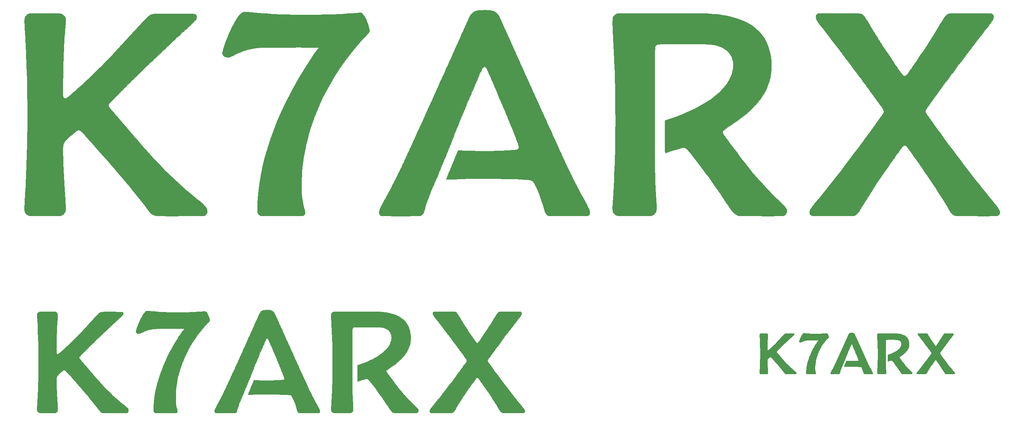
<source format=gbr>
G04 #@! TF.FileFunction,Soldermask,Top*
%FSLAX46Y46*%
G04 Gerber Fmt 4.6, Leading zero omitted, Abs format (unit mm)*
G04 Created by KiCad (PCBNEW 4.0.6) date 09/12/17 19:46:17*
%MOMM*%
%LPD*%
G01*
G04 APERTURE LIST*
%ADD10C,0.100000*%
%ADD11C,0.010000*%
G04 APERTURE END LIST*
D10*
D11*
G36*
X35394759Y-38075151D02*
X35996812Y-38075717D01*
X36513449Y-38076859D01*
X36951964Y-38078743D01*
X37319649Y-38081532D01*
X37623797Y-38085391D01*
X37871699Y-38090483D01*
X38070648Y-38096972D01*
X38227937Y-38105023D01*
X38350858Y-38114799D01*
X38446703Y-38126465D01*
X38522765Y-38140185D01*
X38586336Y-38156122D01*
X38609178Y-38162931D01*
X38945490Y-38306451D01*
X39214255Y-38513656D01*
X39431119Y-38797887D01*
X39500000Y-38922620D01*
X39675000Y-39265805D01*
X39668858Y-39945402D01*
X39661076Y-40250325D01*
X39644003Y-40614280D01*
X39619948Y-40996978D01*
X39591220Y-41358127D01*
X39582644Y-41450000D01*
X39529263Y-42034675D01*
X39478219Y-42666525D01*
X39429098Y-43352580D01*
X39381491Y-44099868D01*
X39334986Y-44915421D01*
X39289170Y-45806268D01*
X39243633Y-46779439D01*
X39197962Y-47841965D01*
X39174308Y-48425000D01*
X39160566Y-48800872D01*
X39146615Y-49240312D01*
X39132602Y-49734393D01*
X39118670Y-50274190D01*
X39104967Y-50850774D01*
X39091639Y-51455221D01*
X39078831Y-52078603D01*
X39066688Y-52711995D01*
X39055358Y-53346469D01*
X39044985Y-53973101D01*
X39035717Y-54582963D01*
X39027697Y-55167128D01*
X39021073Y-55716671D01*
X39015990Y-56222666D01*
X39012594Y-56676185D01*
X39011031Y-57068303D01*
X39011447Y-57390093D01*
X39013988Y-57632629D01*
X39018799Y-57786984D01*
X39020847Y-57816350D01*
X39076099Y-58142686D01*
X39174918Y-58379139D01*
X39316619Y-58525499D01*
X39500516Y-58581558D01*
X39725926Y-58547108D01*
X39992162Y-58421941D01*
X40298539Y-58205849D01*
X40299449Y-58205119D01*
X40452367Y-58078686D01*
X40668113Y-57895005D01*
X40935437Y-57664004D01*
X41243093Y-57395614D01*
X41579832Y-57099764D01*
X41934407Y-56786384D01*
X42295569Y-56465402D01*
X42652070Y-56146750D01*
X42992663Y-55840356D01*
X43306100Y-55556150D01*
X43474174Y-55402494D01*
X44258018Y-54679026D01*
X45022665Y-53964390D01*
X45773632Y-53252914D01*
X46516440Y-52538925D01*
X47256606Y-51816750D01*
X47999650Y-51080715D01*
X48751090Y-50325149D01*
X49516447Y-49544378D01*
X50301237Y-48732728D01*
X51110981Y-47884528D01*
X51951198Y-46994105D01*
X52827405Y-46055784D01*
X53745123Y-45063895D01*
X54709870Y-44012762D01*
X55727165Y-42896715D01*
X56802527Y-41710079D01*
X56902009Y-41600000D01*
X57408213Y-41040721D01*
X57853998Y-40551211D01*
X58245256Y-40126385D01*
X58587876Y-39761156D01*
X58887750Y-39450440D01*
X59150768Y-39189152D01*
X59382821Y-38972204D01*
X59589798Y-38794514D01*
X59777591Y-38650994D01*
X59952090Y-38536560D01*
X60119185Y-38446125D01*
X60284768Y-38374606D01*
X60454728Y-38316915D01*
X60634956Y-38267969D01*
X60808101Y-38227787D01*
X60878427Y-38214074D01*
X60961488Y-38202044D01*
X61063593Y-38191615D01*
X61191052Y-38182705D01*
X61350173Y-38175231D01*
X61547266Y-38169111D01*
X61788640Y-38164262D01*
X62080604Y-38160601D01*
X62429467Y-38158047D01*
X62841539Y-38156517D01*
X63323130Y-38155927D01*
X63880547Y-38156197D01*
X64520100Y-38157243D01*
X65248099Y-38158983D01*
X65925000Y-38160898D01*
X66722877Y-38163350D01*
X67426864Y-38165764D01*
X68043069Y-38168270D01*
X68577601Y-38170997D01*
X69036570Y-38174074D01*
X69426085Y-38177630D01*
X69752254Y-38181795D01*
X70021188Y-38186698D01*
X70238994Y-38192469D01*
X70411782Y-38199236D01*
X70545661Y-38207129D01*
X70646741Y-38216278D01*
X70721130Y-38226811D01*
X70774937Y-38238858D01*
X70814272Y-38252549D01*
X70839711Y-38264927D01*
X71031334Y-38422669D01*
X71152927Y-38637857D01*
X71199325Y-38891827D01*
X71165360Y-39165917D01*
X71123203Y-39289105D01*
X71067281Y-39411063D01*
X70997150Y-39534574D01*
X70906087Y-39666877D01*
X70787371Y-39815211D01*
X70634278Y-39986814D01*
X70440085Y-40188924D01*
X70198070Y-40428780D01*
X69901511Y-40713620D01*
X69543685Y-41050682D01*
X69125066Y-41440528D01*
X67802277Y-42669387D01*
X66548209Y-43837663D01*
X65356796Y-44951159D01*
X64221972Y-46015679D01*
X63137674Y-47037025D01*
X62097835Y-48021000D01*
X61096389Y-48973406D01*
X60127272Y-49900048D01*
X59184418Y-50806727D01*
X58261763Y-51699248D01*
X57353239Y-52583412D01*
X56452783Y-53465022D01*
X55554328Y-54349882D01*
X54651810Y-55243795D01*
X53739163Y-56152563D01*
X53544631Y-56346856D01*
X53078175Y-56813809D01*
X52628400Y-57265682D01*
X52200870Y-57696788D01*
X51801152Y-58101443D01*
X51434811Y-58473961D01*
X51107412Y-58808656D01*
X50824521Y-59099844D01*
X50591703Y-59341840D01*
X50414524Y-59528957D01*
X50298549Y-59655511D01*
X50255182Y-59707124D01*
X50089808Y-59951362D01*
X49999799Y-60151993D01*
X49985862Y-60331937D01*
X50048700Y-60514114D01*
X50189019Y-60721442D01*
X50290140Y-60843663D01*
X50377145Y-60945413D01*
X50519666Y-61112712D01*
X50708570Y-61334812D01*
X50934726Y-61600967D01*
X51189002Y-61900432D01*
X51462267Y-62222460D01*
X51715425Y-62520963D01*
X52519718Y-63468353D01*
X53307290Y-64393623D01*
X54073917Y-65291880D01*
X54815374Y-66158228D01*
X55527438Y-66987772D01*
X56205884Y-67775617D01*
X56846489Y-68516868D01*
X57445028Y-69206631D01*
X57997279Y-69840009D01*
X58499016Y-70412110D01*
X58946016Y-70918036D01*
X59334055Y-71352894D01*
X59398896Y-71425000D01*
X60806300Y-72967515D01*
X62174179Y-74424844D01*
X63507206Y-75801499D01*
X64810060Y-77101993D01*
X66087415Y-78330842D01*
X67343948Y-79492556D01*
X68584336Y-80591651D01*
X69813253Y-81632639D01*
X70825000Y-82453462D01*
X70982492Y-82578711D01*
X71196933Y-82749281D01*
X71447021Y-82948227D01*
X71711456Y-83158605D01*
X71903037Y-83311035D01*
X72310925Y-83647872D01*
X72677866Y-83975390D01*
X72993719Y-84283527D01*
X73248340Y-84562222D01*
X73431586Y-84801413D01*
X73474710Y-84870039D01*
X73623048Y-85197479D01*
X73703006Y-85542643D01*
X73707409Y-85872138D01*
X73700570Y-85921497D01*
X73623199Y-86230149D01*
X73494999Y-86467828D01*
X73300111Y-86657249D01*
X73100000Y-86781651D01*
X73069418Y-86796206D01*
X73031552Y-86809195D01*
X72980756Y-86820724D01*
X72911382Y-86830897D01*
X72817784Y-86839821D01*
X72694315Y-86847603D01*
X72535329Y-86854347D01*
X72335178Y-86860160D01*
X72088216Y-86865147D01*
X71788797Y-86869415D01*
X71431274Y-86873069D01*
X71010000Y-86876214D01*
X70519328Y-86878958D01*
X69953612Y-86881406D01*
X69307205Y-86883663D01*
X68574460Y-86885836D01*
X67749731Y-86888031D01*
X67375000Y-86888983D01*
X66362398Y-86891073D01*
X65448526Y-86891985D01*
X64632123Y-86891709D01*
X63911924Y-86890237D01*
X63286668Y-86887561D01*
X62755091Y-86883672D01*
X62315931Y-86878562D01*
X61967926Y-86872222D01*
X61709812Y-86864643D01*
X61540326Y-86855817D01*
X61475400Y-86849152D01*
X61223707Y-86791843D01*
X60948962Y-86700592D01*
X60771854Y-86625096D01*
X60539397Y-86490446D01*
X60295927Y-86302178D01*
X60033879Y-86052704D01*
X59745688Y-85734432D01*
X59423791Y-85339776D01*
X59199756Y-85047804D01*
X58536482Y-84173783D01*
X57856675Y-83292116D01*
X57156474Y-82398202D01*
X56432019Y-81487439D01*
X55679448Y-80555227D01*
X54894900Y-79596962D01*
X54074514Y-78608045D01*
X53214431Y-77583873D01*
X52310788Y-76519845D01*
X51359725Y-75411359D01*
X50357381Y-74253815D01*
X49299895Y-73042611D01*
X48183406Y-71773145D01*
X47004053Y-70440816D01*
X45944411Y-69250000D01*
X45470307Y-68719066D01*
X45056958Y-68257865D01*
X44699188Y-67860944D01*
X44391819Y-67522852D01*
X44129675Y-67238135D01*
X43907577Y-67001340D01*
X43720350Y-66807016D01*
X43562816Y-66649709D01*
X43429797Y-66523968D01*
X43316117Y-66424338D01*
X43216599Y-66345369D01*
X43126066Y-66281606D01*
X43125893Y-66281492D01*
X43010896Y-66210903D01*
X42907521Y-66167173D01*
X42804151Y-66155336D01*
X42689169Y-66180428D01*
X42550959Y-66247482D01*
X42377904Y-66361532D01*
X42158386Y-66527614D01*
X41880789Y-66750762D01*
X41698711Y-66900000D01*
X41174032Y-67335846D01*
X40724329Y-67720739D01*
X40343587Y-68062379D01*
X40025788Y-68368468D01*
X39764917Y-68646704D01*
X39554957Y-68904787D01*
X39389891Y-69150419D01*
X39263705Y-69391299D01*
X39170380Y-69635127D01*
X39103901Y-69889603D01*
X39058251Y-70162429D01*
X39042195Y-70300000D01*
X39030530Y-70490628D01*
X39024818Y-70773559D01*
X39024764Y-71141288D01*
X39030073Y-71586313D01*
X39040451Y-72101131D01*
X39055603Y-72678239D01*
X39075235Y-73310134D01*
X39099053Y-73989312D01*
X39126761Y-74708272D01*
X39158065Y-75459509D01*
X39192670Y-76235522D01*
X39230283Y-77028806D01*
X39270607Y-77831860D01*
X39313350Y-78637179D01*
X39358215Y-79437262D01*
X39404910Y-80224605D01*
X39453138Y-80991705D01*
X39475043Y-81325000D01*
X39525092Y-82079461D01*
X39568123Y-82741205D01*
X39604076Y-83317269D01*
X39632894Y-83814694D01*
X39654518Y-84240519D01*
X39668889Y-84601782D01*
X39675950Y-84905523D01*
X39675643Y-85158782D01*
X39667908Y-85368597D01*
X39652687Y-85542009D01*
X39629923Y-85686055D01*
X39599557Y-85807776D01*
X39561530Y-85914210D01*
X39515784Y-86012397D01*
X39462262Y-86109377D01*
X39435022Y-86155506D01*
X39235434Y-86402481D01*
X38959557Y-86617025D01*
X38629846Y-86782486D01*
X38550685Y-86811199D01*
X38471211Y-86821451D01*
X38301655Y-86831133D01*
X38051933Y-86840192D01*
X37731961Y-86848576D01*
X37351657Y-86856233D01*
X36920936Y-86863111D01*
X36449714Y-86869156D01*
X35947909Y-86874317D01*
X35425437Y-86878542D01*
X34892213Y-86881777D01*
X34358155Y-86883971D01*
X33833180Y-86885072D01*
X33327202Y-86885027D01*
X32850139Y-86883783D01*
X32411907Y-86881289D01*
X32022423Y-86877491D01*
X31691603Y-86872339D01*
X31429363Y-86865779D01*
X31245620Y-86857758D01*
X31161394Y-86850194D01*
X30771663Y-86745395D01*
X30432870Y-86559646D01*
X30154650Y-86300526D01*
X29946640Y-85975613D01*
X29894559Y-85853967D01*
X29858681Y-85753721D01*
X29832580Y-85657738D01*
X29815281Y-85549464D01*
X29805809Y-85412345D01*
X29803191Y-85229825D01*
X29806452Y-84985350D01*
X29814618Y-84662366D01*
X29817812Y-84550000D01*
X29831187Y-84163310D01*
X29850342Y-83714612D01*
X29873445Y-83241610D01*
X29898661Y-82782005D01*
X29922377Y-82400000D01*
X29973399Y-81589319D01*
X30024442Y-80689465D01*
X30075112Y-79711263D01*
X30125017Y-78665536D01*
X30173765Y-77563111D01*
X30220963Y-76414812D01*
X30266219Y-75231466D01*
X30309140Y-74023896D01*
X30349333Y-72802929D01*
X30386406Y-71579388D01*
X30419967Y-70364100D01*
X30449623Y-69167890D01*
X30474981Y-68001583D01*
X30495649Y-66876003D01*
X30503472Y-66375000D01*
X30530894Y-63354200D01*
X30526052Y-60259095D01*
X30489437Y-57109861D01*
X30421539Y-53926676D01*
X30322851Y-50729716D01*
X30193864Y-47539158D01*
X30035068Y-44375181D01*
X29919660Y-42400000D01*
X29891865Y-41927864D01*
X29867092Y-41464441D01*
X29845941Y-41024278D01*
X29829011Y-40621924D01*
X29816902Y-40271925D01*
X29810214Y-39988830D01*
X29809546Y-39787186D01*
X29810429Y-39750000D01*
X29821669Y-39486941D01*
X29838389Y-39297402D01*
X29865393Y-39154904D01*
X29907488Y-39032971D01*
X29960741Y-38921827D01*
X30179804Y-38606349D01*
X30473522Y-38354487D01*
X30780958Y-38193539D01*
X31075000Y-38075000D01*
X34700000Y-38075000D01*
X35394759Y-38075151D01*
X35394759Y-38075151D01*
G37*
X35394759Y-38075151D02*
X35996812Y-38075717D01*
X36513449Y-38076859D01*
X36951964Y-38078743D01*
X37319649Y-38081532D01*
X37623797Y-38085391D01*
X37871699Y-38090483D01*
X38070648Y-38096972D01*
X38227937Y-38105023D01*
X38350858Y-38114799D01*
X38446703Y-38126465D01*
X38522765Y-38140185D01*
X38586336Y-38156122D01*
X38609178Y-38162931D01*
X38945490Y-38306451D01*
X39214255Y-38513656D01*
X39431119Y-38797887D01*
X39500000Y-38922620D01*
X39675000Y-39265805D01*
X39668858Y-39945402D01*
X39661076Y-40250325D01*
X39644003Y-40614280D01*
X39619948Y-40996978D01*
X39591220Y-41358127D01*
X39582644Y-41450000D01*
X39529263Y-42034675D01*
X39478219Y-42666525D01*
X39429098Y-43352580D01*
X39381491Y-44099868D01*
X39334986Y-44915421D01*
X39289170Y-45806268D01*
X39243633Y-46779439D01*
X39197962Y-47841965D01*
X39174308Y-48425000D01*
X39160566Y-48800872D01*
X39146615Y-49240312D01*
X39132602Y-49734393D01*
X39118670Y-50274190D01*
X39104967Y-50850774D01*
X39091639Y-51455221D01*
X39078831Y-52078603D01*
X39066688Y-52711995D01*
X39055358Y-53346469D01*
X39044985Y-53973101D01*
X39035717Y-54582963D01*
X39027697Y-55167128D01*
X39021073Y-55716671D01*
X39015990Y-56222666D01*
X39012594Y-56676185D01*
X39011031Y-57068303D01*
X39011447Y-57390093D01*
X39013988Y-57632629D01*
X39018799Y-57786984D01*
X39020847Y-57816350D01*
X39076099Y-58142686D01*
X39174918Y-58379139D01*
X39316619Y-58525499D01*
X39500516Y-58581558D01*
X39725926Y-58547108D01*
X39992162Y-58421941D01*
X40298539Y-58205849D01*
X40299449Y-58205119D01*
X40452367Y-58078686D01*
X40668113Y-57895005D01*
X40935437Y-57664004D01*
X41243093Y-57395614D01*
X41579832Y-57099764D01*
X41934407Y-56786384D01*
X42295569Y-56465402D01*
X42652070Y-56146750D01*
X42992663Y-55840356D01*
X43306100Y-55556150D01*
X43474174Y-55402494D01*
X44258018Y-54679026D01*
X45022665Y-53964390D01*
X45773632Y-53252914D01*
X46516440Y-52538925D01*
X47256606Y-51816750D01*
X47999650Y-51080715D01*
X48751090Y-50325149D01*
X49516447Y-49544378D01*
X50301237Y-48732728D01*
X51110981Y-47884528D01*
X51951198Y-46994105D01*
X52827405Y-46055784D01*
X53745123Y-45063895D01*
X54709870Y-44012762D01*
X55727165Y-42896715D01*
X56802527Y-41710079D01*
X56902009Y-41600000D01*
X57408213Y-41040721D01*
X57853998Y-40551211D01*
X58245256Y-40126385D01*
X58587876Y-39761156D01*
X58887750Y-39450440D01*
X59150768Y-39189152D01*
X59382821Y-38972204D01*
X59589798Y-38794514D01*
X59777591Y-38650994D01*
X59952090Y-38536560D01*
X60119185Y-38446125D01*
X60284768Y-38374606D01*
X60454728Y-38316915D01*
X60634956Y-38267969D01*
X60808101Y-38227787D01*
X60878427Y-38214074D01*
X60961488Y-38202044D01*
X61063593Y-38191615D01*
X61191052Y-38182705D01*
X61350173Y-38175231D01*
X61547266Y-38169111D01*
X61788640Y-38164262D01*
X62080604Y-38160601D01*
X62429467Y-38158047D01*
X62841539Y-38156517D01*
X63323130Y-38155927D01*
X63880547Y-38156197D01*
X64520100Y-38157243D01*
X65248099Y-38158983D01*
X65925000Y-38160898D01*
X66722877Y-38163350D01*
X67426864Y-38165764D01*
X68043069Y-38168270D01*
X68577601Y-38170997D01*
X69036570Y-38174074D01*
X69426085Y-38177630D01*
X69752254Y-38181795D01*
X70021188Y-38186698D01*
X70238994Y-38192469D01*
X70411782Y-38199236D01*
X70545661Y-38207129D01*
X70646741Y-38216278D01*
X70721130Y-38226811D01*
X70774937Y-38238858D01*
X70814272Y-38252549D01*
X70839711Y-38264927D01*
X71031334Y-38422669D01*
X71152927Y-38637857D01*
X71199325Y-38891827D01*
X71165360Y-39165917D01*
X71123203Y-39289105D01*
X71067281Y-39411063D01*
X70997150Y-39534574D01*
X70906087Y-39666877D01*
X70787371Y-39815211D01*
X70634278Y-39986814D01*
X70440085Y-40188924D01*
X70198070Y-40428780D01*
X69901511Y-40713620D01*
X69543685Y-41050682D01*
X69125066Y-41440528D01*
X67802277Y-42669387D01*
X66548209Y-43837663D01*
X65356796Y-44951159D01*
X64221972Y-46015679D01*
X63137674Y-47037025D01*
X62097835Y-48021000D01*
X61096389Y-48973406D01*
X60127272Y-49900048D01*
X59184418Y-50806727D01*
X58261763Y-51699248D01*
X57353239Y-52583412D01*
X56452783Y-53465022D01*
X55554328Y-54349882D01*
X54651810Y-55243795D01*
X53739163Y-56152563D01*
X53544631Y-56346856D01*
X53078175Y-56813809D01*
X52628400Y-57265682D01*
X52200870Y-57696788D01*
X51801152Y-58101443D01*
X51434811Y-58473961D01*
X51107412Y-58808656D01*
X50824521Y-59099844D01*
X50591703Y-59341840D01*
X50414524Y-59528957D01*
X50298549Y-59655511D01*
X50255182Y-59707124D01*
X50089808Y-59951362D01*
X49999799Y-60151993D01*
X49985862Y-60331937D01*
X50048700Y-60514114D01*
X50189019Y-60721442D01*
X50290140Y-60843663D01*
X50377145Y-60945413D01*
X50519666Y-61112712D01*
X50708570Y-61334812D01*
X50934726Y-61600967D01*
X51189002Y-61900432D01*
X51462267Y-62222460D01*
X51715425Y-62520963D01*
X52519718Y-63468353D01*
X53307290Y-64393623D01*
X54073917Y-65291880D01*
X54815374Y-66158228D01*
X55527438Y-66987772D01*
X56205884Y-67775617D01*
X56846489Y-68516868D01*
X57445028Y-69206631D01*
X57997279Y-69840009D01*
X58499016Y-70412110D01*
X58946016Y-70918036D01*
X59334055Y-71352894D01*
X59398896Y-71425000D01*
X60806300Y-72967515D01*
X62174179Y-74424844D01*
X63507206Y-75801499D01*
X64810060Y-77101993D01*
X66087415Y-78330842D01*
X67343948Y-79492556D01*
X68584336Y-80591651D01*
X69813253Y-81632639D01*
X70825000Y-82453462D01*
X70982492Y-82578711D01*
X71196933Y-82749281D01*
X71447021Y-82948227D01*
X71711456Y-83158605D01*
X71903037Y-83311035D01*
X72310925Y-83647872D01*
X72677866Y-83975390D01*
X72993719Y-84283527D01*
X73248340Y-84562222D01*
X73431586Y-84801413D01*
X73474710Y-84870039D01*
X73623048Y-85197479D01*
X73703006Y-85542643D01*
X73707409Y-85872138D01*
X73700570Y-85921497D01*
X73623199Y-86230149D01*
X73494999Y-86467828D01*
X73300111Y-86657249D01*
X73100000Y-86781651D01*
X73069418Y-86796206D01*
X73031552Y-86809195D01*
X72980756Y-86820724D01*
X72911382Y-86830897D01*
X72817784Y-86839821D01*
X72694315Y-86847603D01*
X72535329Y-86854347D01*
X72335178Y-86860160D01*
X72088216Y-86865147D01*
X71788797Y-86869415D01*
X71431274Y-86873069D01*
X71010000Y-86876214D01*
X70519328Y-86878958D01*
X69953612Y-86881406D01*
X69307205Y-86883663D01*
X68574460Y-86885836D01*
X67749731Y-86888031D01*
X67375000Y-86888983D01*
X66362398Y-86891073D01*
X65448526Y-86891985D01*
X64632123Y-86891709D01*
X63911924Y-86890237D01*
X63286668Y-86887561D01*
X62755091Y-86883672D01*
X62315931Y-86878562D01*
X61967926Y-86872222D01*
X61709812Y-86864643D01*
X61540326Y-86855817D01*
X61475400Y-86849152D01*
X61223707Y-86791843D01*
X60948962Y-86700592D01*
X60771854Y-86625096D01*
X60539397Y-86490446D01*
X60295927Y-86302178D01*
X60033879Y-86052704D01*
X59745688Y-85734432D01*
X59423791Y-85339776D01*
X59199756Y-85047804D01*
X58536482Y-84173783D01*
X57856675Y-83292116D01*
X57156474Y-82398202D01*
X56432019Y-81487439D01*
X55679448Y-80555227D01*
X54894900Y-79596962D01*
X54074514Y-78608045D01*
X53214431Y-77583873D01*
X52310788Y-76519845D01*
X51359725Y-75411359D01*
X50357381Y-74253815D01*
X49299895Y-73042611D01*
X48183406Y-71773145D01*
X47004053Y-70440816D01*
X45944411Y-69250000D01*
X45470307Y-68719066D01*
X45056958Y-68257865D01*
X44699188Y-67860944D01*
X44391819Y-67522852D01*
X44129675Y-67238135D01*
X43907577Y-67001340D01*
X43720350Y-66807016D01*
X43562816Y-66649709D01*
X43429797Y-66523968D01*
X43316117Y-66424338D01*
X43216599Y-66345369D01*
X43126066Y-66281606D01*
X43125893Y-66281492D01*
X43010896Y-66210903D01*
X42907521Y-66167173D01*
X42804151Y-66155336D01*
X42689169Y-66180428D01*
X42550959Y-66247482D01*
X42377904Y-66361532D01*
X42158386Y-66527614D01*
X41880789Y-66750762D01*
X41698711Y-66900000D01*
X41174032Y-67335846D01*
X40724329Y-67720739D01*
X40343587Y-68062379D01*
X40025788Y-68368468D01*
X39764917Y-68646704D01*
X39554957Y-68904787D01*
X39389891Y-69150419D01*
X39263705Y-69391299D01*
X39170380Y-69635127D01*
X39103901Y-69889603D01*
X39058251Y-70162429D01*
X39042195Y-70300000D01*
X39030530Y-70490628D01*
X39024818Y-70773559D01*
X39024764Y-71141288D01*
X39030073Y-71586313D01*
X39040451Y-72101131D01*
X39055603Y-72678239D01*
X39075235Y-73310134D01*
X39099053Y-73989312D01*
X39126761Y-74708272D01*
X39158065Y-75459509D01*
X39192670Y-76235522D01*
X39230283Y-77028806D01*
X39270607Y-77831860D01*
X39313350Y-78637179D01*
X39358215Y-79437262D01*
X39404910Y-80224605D01*
X39453138Y-80991705D01*
X39475043Y-81325000D01*
X39525092Y-82079461D01*
X39568123Y-82741205D01*
X39604076Y-83317269D01*
X39632894Y-83814694D01*
X39654518Y-84240519D01*
X39668889Y-84601782D01*
X39675950Y-84905523D01*
X39675643Y-85158782D01*
X39667908Y-85368597D01*
X39652687Y-85542009D01*
X39629923Y-85686055D01*
X39599557Y-85807776D01*
X39561530Y-85914210D01*
X39515784Y-86012397D01*
X39462262Y-86109377D01*
X39435022Y-86155506D01*
X39235434Y-86402481D01*
X38959557Y-86617025D01*
X38629846Y-86782486D01*
X38550685Y-86811199D01*
X38471211Y-86821451D01*
X38301655Y-86831133D01*
X38051933Y-86840192D01*
X37731961Y-86848576D01*
X37351657Y-86856233D01*
X36920936Y-86863111D01*
X36449714Y-86869156D01*
X35947909Y-86874317D01*
X35425437Y-86878542D01*
X34892213Y-86881777D01*
X34358155Y-86883971D01*
X33833180Y-86885072D01*
X33327202Y-86885027D01*
X32850139Y-86883783D01*
X32411907Y-86881289D01*
X32022423Y-86877491D01*
X31691603Y-86872339D01*
X31429363Y-86865779D01*
X31245620Y-86857758D01*
X31161394Y-86850194D01*
X30771663Y-86745395D01*
X30432870Y-86559646D01*
X30154650Y-86300526D01*
X29946640Y-85975613D01*
X29894559Y-85853967D01*
X29858681Y-85753721D01*
X29832580Y-85657738D01*
X29815281Y-85549464D01*
X29805809Y-85412345D01*
X29803191Y-85229825D01*
X29806452Y-84985350D01*
X29814618Y-84662366D01*
X29817812Y-84550000D01*
X29831187Y-84163310D01*
X29850342Y-83714612D01*
X29873445Y-83241610D01*
X29898661Y-82782005D01*
X29922377Y-82400000D01*
X29973399Y-81589319D01*
X30024442Y-80689465D01*
X30075112Y-79711263D01*
X30125017Y-78665536D01*
X30173765Y-77563111D01*
X30220963Y-76414812D01*
X30266219Y-75231466D01*
X30309140Y-74023896D01*
X30349333Y-72802929D01*
X30386406Y-71579388D01*
X30419967Y-70364100D01*
X30449623Y-69167890D01*
X30474981Y-68001583D01*
X30495649Y-66876003D01*
X30503472Y-66375000D01*
X30530894Y-63354200D01*
X30526052Y-60259095D01*
X30489437Y-57109861D01*
X30421539Y-53926676D01*
X30322851Y-50729716D01*
X30193864Y-47539158D01*
X30035068Y-44375181D01*
X29919660Y-42400000D01*
X29891865Y-41927864D01*
X29867092Y-41464441D01*
X29845941Y-41024278D01*
X29829011Y-40621924D01*
X29816902Y-40271925D01*
X29810214Y-39988830D01*
X29809546Y-39787186D01*
X29810429Y-39750000D01*
X29821669Y-39486941D01*
X29838389Y-39297402D01*
X29865393Y-39154904D01*
X29907488Y-39032971D01*
X29960741Y-38921827D01*
X30179804Y-38606349D01*
X30473522Y-38354487D01*
X30780958Y-38193539D01*
X31075000Y-38075000D01*
X34700000Y-38075000D01*
X35394759Y-38075151D01*
G36*
X82851375Y-37704402D02*
X83050433Y-37716993D01*
X83325430Y-37736844D01*
X83664542Y-37763028D01*
X84055948Y-37794617D01*
X84487825Y-37830683D01*
X84948351Y-37870300D01*
X85254570Y-37897260D01*
X86209355Y-37980711D01*
X87093958Y-38054791D01*
X87920946Y-38120025D01*
X88702886Y-38176936D01*
X89452343Y-38226050D01*
X90181884Y-38267889D01*
X90904075Y-38302978D01*
X91631483Y-38331842D01*
X92376674Y-38355005D01*
X93152215Y-38372990D01*
X93970671Y-38386323D01*
X94844609Y-38395527D01*
X95786595Y-38401126D01*
X96809196Y-38403645D01*
X97400000Y-38403909D01*
X98595962Y-38401940D01*
X99704351Y-38396108D01*
X100737532Y-38386017D01*
X101707871Y-38371271D01*
X102627735Y-38351475D01*
X103509489Y-38326232D01*
X104365499Y-38295147D01*
X105208131Y-38257825D01*
X106049752Y-38213870D01*
X106902728Y-38162885D01*
X107779424Y-38104476D01*
X108590879Y-38045836D01*
X109033401Y-38013809D01*
X109447699Y-37985735D01*
X109822508Y-37962234D01*
X110146566Y-37943929D01*
X110408608Y-37931442D01*
X110597371Y-37925395D01*
X110701592Y-37926408D01*
X110715879Y-37928506D01*
X110908050Y-38030209D01*
X111118480Y-38219871D01*
X111340039Y-38488727D01*
X111565596Y-38828013D01*
X111788021Y-39228964D01*
X111811262Y-39275000D01*
X111959009Y-39592573D01*
X112108991Y-39954848D01*
X112255572Y-40344176D01*
X112393116Y-40742908D01*
X112515989Y-41133395D01*
X112618553Y-41497990D01*
X112695173Y-41819043D01*
X112740214Y-42078905D01*
X112749935Y-42214491D01*
X112736217Y-42356758D01*
X112689591Y-42502268D01*
X112601991Y-42663358D01*
X112465355Y-42852361D01*
X112271618Y-43081613D01*
X112012718Y-43363447D01*
X111967633Y-43411159D01*
X111457510Y-43953117D01*
X111001652Y-44445674D01*
X110582114Y-44908610D01*
X110180950Y-45361702D01*
X109822854Y-45775000D01*
X108392468Y-47509096D01*
X107024089Y-49304529D01*
X105722074Y-51153788D01*
X104490780Y-53049361D01*
X103334562Y-54983737D01*
X102257778Y-56949406D01*
X101264784Y-58938855D01*
X100359937Y-60944575D01*
X99547592Y-62959054D01*
X99034728Y-64375000D01*
X98480892Y-66065982D01*
X97997875Y-67729186D01*
X97581412Y-69384458D01*
X97227242Y-71051644D01*
X96931102Y-72750592D01*
X96688730Y-74501147D01*
X96516542Y-76100000D01*
X96494494Y-76390839D01*
X96475246Y-76758196D01*
X96458855Y-77188782D01*
X96445379Y-77669307D01*
X96434876Y-78186480D01*
X96427403Y-78727013D01*
X96423017Y-79277614D01*
X96421777Y-79824995D01*
X96423739Y-80355866D01*
X96428962Y-80856936D01*
X96437502Y-81314916D01*
X96449419Y-81716516D01*
X96464768Y-82048446D01*
X96483609Y-82297417D01*
X96489462Y-82350000D01*
X96552535Y-82800879D01*
X96633474Y-83283099D01*
X96726968Y-83770615D01*
X96827707Y-84237379D01*
X96930381Y-84657347D01*
X97029681Y-85004472D01*
X97032330Y-85012795D01*
X97139020Y-85388900D01*
X97209840Y-85730474D01*
X97235738Y-85950000D01*
X97244720Y-86152174D01*
X97236633Y-86287777D01*
X97205869Y-86389578D01*
X97146824Y-86490345D01*
X97142108Y-86497296D01*
X97017826Y-86639617D01*
X96868514Y-86760769D01*
X96849830Y-86772296D01*
X96819597Y-86789164D01*
X96785776Y-86804087D01*
X96742357Y-86817196D01*
X96683331Y-86828620D01*
X96602686Y-86838489D01*
X96494413Y-86846932D01*
X96352502Y-86854079D01*
X96170943Y-86860060D01*
X95943727Y-86865005D01*
X95664842Y-86869042D01*
X95328280Y-86872303D01*
X94928030Y-86874915D01*
X94458083Y-86877010D01*
X93912427Y-86878716D01*
X93285055Y-86880164D01*
X92569954Y-86881483D01*
X91761117Y-86882803D01*
X91725000Y-86882860D01*
X91026779Y-86883590D01*
X90354763Y-86883554D01*
X89715966Y-86882796D01*
X89117404Y-86881355D01*
X88566091Y-86879272D01*
X88069041Y-86876590D01*
X87633270Y-86873349D01*
X87265792Y-86869591D01*
X86973622Y-86865356D01*
X86763775Y-86860686D01*
X86643264Y-86855623D01*
X86618234Y-86852848D01*
X86378100Y-86750368D01*
X86152145Y-86575935D01*
X85968341Y-86356642D01*
X85854661Y-86119579D01*
X85852200Y-86110947D01*
X85824504Y-85941600D01*
X85808017Y-85674336D01*
X85802741Y-85310607D01*
X85808676Y-84851863D01*
X85825823Y-84299558D01*
X85850779Y-83725000D01*
X85998923Y-81631429D01*
X86242527Y-79510827D01*
X86581170Y-77364564D01*
X87014431Y-75194011D01*
X87541890Y-73000540D01*
X88163124Y-70785521D01*
X88877713Y-68550327D01*
X89685237Y-66296328D01*
X90585272Y-64024895D01*
X91577400Y-61737401D01*
X92661197Y-59435216D01*
X93836245Y-57119711D01*
X94272433Y-56300000D01*
X94941390Y-55084608D01*
X95648585Y-53850046D01*
X96384213Y-52611906D01*
X97138469Y-51385781D01*
X97901548Y-50187263D01*
X98663646Y-49031943D01*
X99414957Y-47935415D01*
X100145677Y-46913270D01*
X100345525Y-46642157D01*
X100455315Y-46486517D01*
X100532391Y-46362020D01*
X100564501Y-46289087D01*
X100562991Y-46279657D01*
X100508574Y-46274348D01*
X100361172Y-46269588D01*
X100127800Y-46265366D01*
X99815472Y-46261670D01*
X99431200Y-46258491D01*
X98982000Y-46255817D01*
X98474885Y-46253637D01*
X97916869Y-46251942D01*
X97314966Y-46250720D01*
X96676190Y-46249960D01*
X96007555Y-46249651D01*
X95316075Y-46249783D01*
X94608763Y-46250345D01*
X93892634Y-46251327D01*
X93174702Y-46252716D01*
X92461980Y-46254504D01*
X91761482Y-46256678D01*
X91080223Y-46259228D01*
X90425216Y-46262143D01*
X89803476Y-46265414D01*
X89222015Y-46269027D01*
X88687849Y-46272974D01*
X88207990Y-46277243D01*
X87789454Y-46281823D01*
X87439253Y-46286704D01*
X87164402Y-46291874D01*
X86971915Y-46297324D01*
X86900000Y-46300655D01*
X85728017Y-46403882D01*
X84624629Y-46569122D01*
X83578200Y-46798699D01*
X82577096Y-47094932D01*
X82137438Y-47250919D01*
X81915660Y-47338719D01*
X81628396Y-47459848D01*
X81299961Y-47603640D01*
X80954671Y-47759427D01*
X80616840Y-47916542D01*
X80575000Y-47936383D01*
X80147703Y-48138004D01*
X79798205Y-48298865D01*
X79515037Y-48423285D01*
X79286736Y-48515583D01*
X79101834Y-48580080D01*
X78948867Y-48621094D01*
X78816369Y-48642943D01*
X78692873Y-48649949D01*
X78680672Y-48650000D01*
X78311877Y-48614774D01*
X77992687Y-48513975D01*
X77732642Y-48354920D01*
X77541283Y-48144923D01*
X77428151Y-47891303D01*
X77400350Y-47668192D01*
X77424467Y-47390289D01*
X77493450Y-47034761D01*
X77603261Y-46611209D01*
X77749865Y-46129237D01*
X77929225Y-45598446D01*
X78137304Y-45028438D01*
X78370068Y-44428817D01*
X78623478Y-43809183D01*
X78893500Y-43179140D01*
X79176096Y-42548290D01*
X79467230Y-41926234D01*
X79762867Y-41322576D01*
X80058970Y-40746916D01*
X80351502Y-40208859D01*
X80636428Y-39718005D01*
X80909710Y-39283958D01*
X80950102Y-39223373D01*
X81252614Y-38789076D01*
X81522058Y-38438816D01*
X81766690Y-38165567D01*
X81994763Y-37962304D01*
X82214535Y-37821999D01*
X82434259Y-37737629D01*
X82662191Y-37702167D01*
X82740079Y-37700000D01*
X82851375Y-37704402D01*
X82851375Y-37704402D01*
G37*
X82851375Y-37704402D02*
X83050433Y-37716993D01*
X83325430Y-37736844D01*
X83664542Y-37763028D01*
X84055948Y-37794617D01*
X84487825Y-37830683D01*
X84948351Y-37870300D01*
X85254570Y-37897260D01*
X86209355Y-37980711D01*
X87093958Y-38054791D01*
X87920946Y-38120025D01*
X88702886Y-38176936D01*
X89452343Y-38226050D01*
X90181884Y-38267889D01*
X90904075Y-38302978D01*
X91631483Y-38331842D01*
X92376674Y-38355005D01*
X93152215Y-38372990D01*
X93970671Y-38386323D01*
X94844609Y-38395527D01*
X95786595Y-38401126D01*
X96809196Y-38403645D01*
X97400000Y-38403909D01*
X98595962Y-38401940D01*
X99704351Y-38396108D01*
X100737532Y-38386017D01*
X101707871Y-38371271D01*
X102627735Y-38351475D01*
X103509489Y-38326232D01*
X104365499Y-38295147D01*
X105208131Y-38257825D01*
X106049752Y-38213870D01*
X106902728Y-38162885D01*
X107779424Y-38104476D01*
X108590879Y-38045836D01*
X109033401Y-38013809D01*
X109447699Y-37985735D01*
X109822508Y-37962234D01*
X110146566Y-37943929D01*
X110408608Y-37931442D01*
X110597371Y-37925395D01*
X110701592Y-37926408D01*
X110715879Y-37928506D01*
X110908050Y-38030209D01*
X111118480Y-38219871D01*
X111340039Y-38488727D01*
X111565596Y-38828013D01*
X111788021Y-39228964D01*
X111811262Y-39275000D01*
X111959009Y-39592573D01*
X112108991Y-39954848D01*
X112255572Y-40344176D01*
X112393116Y-40742908D01*
X112515989Y-41133395D01*
X112618553Y-41497990D01*
X112695173Y-41819043D01*
X112740214Y-42078905D01*
X112749935Y-42214491D01*
X112736217Y-42356758D01*
X112689591Y-42502268D01*
X112601991Y-42663358D01*
X112465355Y-42852361D01*
X112271618Y-43081613D01*
X112012718Y-43363447D01*
X111967633Y-43411159D01*
X111457510Y-43953117D01*
X111001652Y-44445674D01*
X110582114Y-44908610D01*
X110180950Y-45361702D01*
X109822854Y-45775000D01*
X108392468Y-47509096D01*
X107024089Y-49304529D01*
X105722074Y-51153788D01*
X104490780Y-53049361D01*
X103334562Y-54983737D01*
X102257778Y-56949406D01*
X101264784Y-58938855D01*
X100359937Y-60944575D01*
X99547592Y-62959054D01*
X99034728Y-64375000D01*
X98480892Y-66065982D01*
X97997875Y-67729186D01*
X97581412Y-69384458D01*
X97227242Y-71051644D01*
X96931102Y-72750592D01*
X96688730Y-74501147D01*
X96516542Y-76100000D01*
X96494494Y-76390839D01*
X96475246Y-76758196D01*
X96458855Y-77188782D01*
X96445379Y-77669307D01*
X96434876Y-78186480D01*
X96427403Y-78727013D01*
X96423017Y-79277614D01*
X96421777Y-79824995D01*
X96423739Y-80355866D01*
X96428962Y-80856936D01*
X96437502Y-81314916D01*
X96449419Y-81716516D01*
X96464768Y-82048446D01*
X96483609Y-82297417D01*
X96489462Y-82350000D01*
X96552535Y-82800879D01*
X96633474Y-83283099D01*
X96726968Y-83770615D01*
X96827707Y-84237379D01*
X96930381Y-84657347D01*
X97029681Y-85004472D01*
X97032330Y-85012795D01*
X97139020Y-85388900D01*
X97209840Y-85730474D01*
X97235738Y-85950000D01*
X97244720Y-86152174D01*
X97236633Y-86287777D01*
X97205869Y-86389578D01*
X97146824Y-86490345D01*
X97142108Y-86497296D01*
X97017826Y-86639617D01*
X96868514Y-86760769D01*
X96849830Y-86772296D01*
X96819597Y-86789164D01*
X96785776Y-86804087D01*
X96742357Y-86817196D01*
X96683331Y-86828620D01*
X96602686Y-86838489D01*
X96494413Y-86846932D01*
X96352502Y-86854079D01*
X96170943Y-86860060D01*
X95943727Y-86865005D01*
X95664842Y-86869042D01*
X95328280Y-86872303D01*
X94928030Y-86874915D01*
X94458083Y-86877010D01*
X93912427Y-86878716D01*
X93285055Y-86880164D01*
X92569954Y-86881483D01*
X91761117Y-86882803D01*
X91725000Y-86882860D01*
X91026779Y-86883590D01*
X90354763Y-86883554D01*
X89715966Y-86882796D01*
X89117404Y-86881355D01*
X88566091Y-86879272D01*
X88069041Y-86876590D01*
X87633270Y-86873349D01*
X87265792Y-86869591D01*
X86973622Y-86865356D01*
X86763775Y-86860686D01*
X86643264Y-86855623D01*
X86618234Y-86852848D01*
X86378100Y-86750368D01*
X86152145Y-86575935D01*
X85968341Y-86356642D01*
X85854661Y-86119579D01*
X85852200Y-86110947D01*
X85824504Y-85941600D01*
X85808017Y-85674336D01*
X85802741Y-85310607D01*
X85808676Y-84851863D01*
X85825823Y-84299558D01*
X85850779Y-83725000D01*
X85998923Y-81631429D01*
X86242527Y-79510827D01*
X86581170Y-77364564D01*
X87014431Y-75194011D01*
X87541890Y-73000540D01*
X88163124Y-70785521D01*
X88877713Y-68550327D01*
X89685237Y-66296328D01*
X90585272Y-64024895D01*
X91577400Y-61737401D01*
X92661197Y-59435216D01*
X93836245Y-57119711D01*
X94272433Y-56300000D01*
X94941390Y-55084608D01*
X95648585Y-53850046D01*
X96384213Y-52611906D01*
X97138469Y-51385781D01*
X97901548Y-50187263D01*
X98663646Y-49031943D01*
X99414957Y-47935415D01*
X100145677Y-46913270D01*
X100345525Y-46642157D01*
X100455315Y-46486517D01*
X100532391Y-46362020D01*
X100564501Y-46289087D01*
X100562991Y-46279657D01*
X100508574Y-46274348D01*
X100361172Y-46269588D01*
X100127800Y-46265366D01*
X99815472Y-46261670D01*
X99431200Y-46258491D01*
X98982000Y-46255817D01*
X98474885Y-46253637D01*
X97916869Y-46251942D01*
X97314966Y-46250720D01*
X96676190Y-46249960D01*
X96007555Y-46249651D01*
X95316075Y-46249783D01*
X94608763Y-46250345D01*
X93892634Y-46251327D01*
X93174702Y-46252716D01*
X92461980Y-46254504D01*
X91761482Y-46256678D01*
X91080223Y-46259228D01*
X90425216Y-46262143D01*
X89803476Y-46265414D01*
X89222015Y-46269027D01*
X88687849Y-46272974D01*
X88207990Y-46277243D01*
X87789454Y-46281823D01*
X87439253Y-46286704D01*
X87164402Y-46291874D01*
X86971915Y-46297324D01*
X86900000Y-46300655D01*
X85728017Y-46403882D01*
X84624629Y-46569122D01*
X83578200Y-46798699D01*
X82577096Y-47094932D01*
X82137438Y-47250919D01*
X81915660Y-47338719D01*
X81628396Y-47459848D01*
X81299961Y-47603640D01*
X80954671Y-47759427D01*
X80616840Y-47916542D01*
X80575000Y-47936383D01*
X80147703Y-48138004D01*
X79798205Y-48298865D01*
X79515037Y-48423285D01*
X79286736Y-48515583D01*
X79101834Y-48580080D01*
X78948867Y-48621094D01*
X78816369Y-48642943D01*
X78692873Y-48649949D01*
X78680672Y-48650000D01*
X78311877Y-48614774D01*
X77992687Y-48513975D01*
X77732642Y-48354920D01*
X77541283Y-48144923D01*
X77428151Y-47891303D01*
X77400350Y-47668192D01*
X77424467Y-47390289D01*
X77493450Y-47034761D01*
X77603261Y-46611209D01*
X77749865Y-46129237D01*
X77929225Y-45598446D01*
X78137304Y-45028438D01*
X78370068Y-44428817D01*
X78623478Y-43809183D01*
X78893500Y-43179140D01*
X79176096Y-42548290D01*
X79467230Y-41926234D01*
X79762867Y-41322576D01*
X80058970Y-40746916D01*
X80351502Y-40208859D01*
X80636428Y-39718005D01*
X80909710Y-39283958D01*
X80950102Y-39223373D01*
X81252614Y-38789076D01*
X81522058Y-38438816D01*
X81766690Y-38165567D01*
X81994763Y-37962304D01*
X82214535Y-37821999D01*
X82434259Y-37737629D01*
X82662191Y-37702167D01*
X82740079Y-37700000D01*
X82851375Y-37704402D01*
G36*
X140803494Y-37276992D02*
X141189046Y-37288583D01*
X141533217Y-37307637D01*
X141815850Y-37334156D01*
X142000000Y-37364191D01*
X142511201Y-37523567D01*
X142968400Y-37756606D01*
X143362524Y-38057101D01*
X143684501Y-38418843D01*
X143801745Y-38597104D01*
X143871968Y-38726896D01*
X143975470Y-38933932D01*
X144105452Y-39203840D01*
X144255116Y-39522245D01*
X144417663Y-39874775D01*
X144586293Y-40247058D01*
X144656458Y-40403968D01*
X144842103Y-40820603D01*
X145038045Y-41260044D01*
X145234296Y-41699915D01*
X145420869Y-42117837D01*
X145587778Y-42491435D01*
X145725034Y-42798330D01*
X145736973Y-42825000D01*
X145879758Y-43144173D01*
X146022410Y-43463488D01*
X146154816Y-43760275D01*
X146266863Y-44011864D01*
X146348437Y-44195582D01*
X146350392Y-44200000D01*
X146457037Y-44440110D01*
X146584003Y-44724717D01*
X146710462Y-45007172D01*
X146763387Y-45125000D01*
X146855428Y-45329835D01*
X146977574Y-45601966D01*
X147119072Y-45917416D01*
X147269166Y-46252209D01*
X147417102Y-46582368D01*
X147425000Y-46600000D01*
X147571973Y-46928037D01*
X147721194Y-47260939D01*
X147862053Y-47575045D01*
X147983941Y-47846699D01*
X148076249Y-48052242D01*
X148080860Y-48062499D01*
X148205206Y-48339122D01*
X148346077Y-48652505D01*
X148478997Y-48948199D01*
X148519139Y-49037499D01*
X148609213Y-49238051D01*
X148729540Y-49506215D01*
X148869512Y-49818332D01*
X149018518Y-50150744D01*
X149165948Y-50479793D01*
X149175000Y-50500000D01*
X149382885Y-50963995D01*
X149566903Y-51374419D01*
X149740780Y-51761840D01*
X149918240Y-52156832D01*
X150113010Y-52589964D01*
X150275000Y-52949999D01*
X150400895Y-53229767D01*
X150543640Y-53546978D01*
X150679047Y-53847882D01*
X150725000Y-53949999D01*
X150850895Y-54229767D01*
X150993640Y-54546978D01*
X151129047Y-54847882D01*
X151175000Y-54949999D01*
X151300895Y-55229767D01*
X151443640Y-55546978D01*
X151579047Y-55847882D01*
X151625000Y-55949999D01*
X151750895Y-56229767D01*
X151893640Y-56546978D01*
X152029047Y-56847882D01*
X152075000Y-56949999D01*
X152200895Y-57229767D01*
X152343640Y-57546978D01*
X152479047Y-57847882D01*
X152525000Y-57949999D01*
X152650895Y-58229767D01*
X152793640Y-58546978D01*
X152929047Y-58847882D01*
X152975000Y-58949999D01*
X153099713Y-59227308D01*
X153240106Y-59539737D01*
X153372588Y-59834784D01*
X153418676Y-59937499D01*
X153502083Y-60122680D01*
X153618121Y-60379232D01*
X153757899Y-60687556D01*
X153912527Y-61028053D01*
X154073114Y-61381123D01*
X154172800Y-61600000D01*
X154330480Y-61946187D01*
X154485877Y-62287670D01*
X154630581Y-62605944D01*
X154756181Y-62882506D01*
X154854268Y-63098851D01*
X154900000Y-63200000D01*
X154975195Y-63366279D01*
X155083416Y-63605061D01*
X155216259Y-63897830D01*
X155365320Y-64226073D01*
X155522197Y-64571276D01*
X155626205Y-64800000D01*
X155798468Y-65178926D01*
X155982130Y-65583284D01*
X156165248Y-65986751D01*
X156335878Y-66363010D01*
X156482077Y-66685739D01*
X156533778Y-66800000D01*
X156673548Y-67108709D01*
X156817746Y-67426623D01*
X156953771Y-67725994D01*
X157069019Y-67979078D01*
X157124249Y-68100000D01*
X157216912Y-68302755D01*
X157339473Y-68571293D01*
X157480420Y-68880372D01*
X157628244Y-69204750D01*
X157751317Y-69475000D01*
X157994172Y-70008255D01*
X158207184Y-70475466D01*
X158401801Y-70901667D01*
X158589468Y-71311893D01*
X158781633Y-71731176D01*
X158989743Y-72184551D01*
X159100208Y-72425000D01*
X159269064Y-72792596D01*
X159459194Y-73206724D01*
X159653655Y-73630460D01*
X159835501Y-74026885D01*
X159949256Y-74275000D01*
X160189722Y-74799023D01*
X160396229Y-75247345D01*
X160576089Y-75635348D01*
X160736614Y-75978417D01*
X160885117Y-76291935D01*
X161028910Y-76591287D01*
X161175305Y-76891856D01*
X161331615Y-77209025D01*
X161505152Y-77558180D01*
X161603349Y-77754929D01*
X161892990Y-78328509D01*
X162217000Y-78958345D01*
X162577928Y-79649246D01*
X162978321Y-80406018D01*
X163420726Y-81233471D01*
X163907690Y-82136410D01*
X164441762Y-83119645D01*
X164594637Y-83400000D01*
X164870349Y-83909465D01*
X165098975Y-84342525D01*
X165284557Y-84708719D01*
X165431133Y-85017584D01*
X165542744Y-85278658D01*
X165623431Y-85501480D01*
X165677232Y-85695587D01*
X165708189Y-85870518D01*
X165720341Y-86035810D01*
X165720771Y-86058655D01*
X165702831Y-86320769D01*
X165632318Y-86516528D01*
X165495750Y-86671622D01*
X165344773Y-86775000D01*
X165314130Y-86791873D01*
X165278928Y-86806733D01*
X165232977Y-86819709D01*
X165170086Y-86830927D01*
X165084065Y-86840516D01*
X164968722Y-86848603D01*
X164817867Y-86855317D01*
X164625309Y-86860784D01*
X164384858Y-86865133D01*
X164090322Y-86868491D01*
X163735511Y-86870986D01*
X163314235Y-86872747D01*
X162820302Y-86873900D01*
X162247522Y-86874574D01*
X161589704Y-86874896D01*
X160840658Y-86874994D01*
X160500000Y-86875000D01*
X155825000Y-86875000D01*
X155620265Y-86765445D01*
X155404776Y-86622631D01*
X155221857Y-86436519D01*
X155064138Y-86194584D01*
X154924247Y-85884305D01*
X154794812Y-85493158D01*
X154728247Y-85250000D01*
X154394381Y-84072046D01*
X153992885Y-82849541D01*
X153531502Y-81603652D01*
X153017977Y-80355544D01*
X152585040Y-79391586D01*
X152376401Y-78996667D01*
X152155904Y-78690296D01*
X151911861Y-78461019D01*
X151632586Y-78297385D01*
X151375000Y-78205782D01*
X151276452Y-78189841D01*
X151091855Y-78170892D01*
X150835080Y-78149938D01*
X150519997Y-78127983D01*
X150160477Y-78106029D01*
X149770390Y-78085079D01*
X149575000Y-78075611D01*
X147420399Y-77985506D01*
X145313811Y-77919380D01*
X143233999Y-77877146D01*
X141159730Y-77858717D01*
X139069769Y-77864006D01*
X136942882Y-77892929D01*
X134757835Y-77945397D01*
X132862424Y-78007585D01*
X132471124Y-78021171D01*
X132112663Y-78032245D01*
X131799041Y-78040544D01*
X131542256Y-78045806D01*
X131354309Y-78047768D01*
X131247197Y-78046166D01*
X131226772Y-78043439D01*
X131234835Y-77996581D01*
X131277117Y-77872012D01*
X131354509Y-77667490D01*
X131467901Y-77380772D01*
X131618184Y-77009615D01*
X131806247Y-76551777D01*
X132032981Y-76005014D01*
X132097548Y-75850000D01*
X132193187Y-75620076D01*
X132316274Y-75323426D01*
X132456151Y-74985777D01*
X132602161Y-74632857D01*
X132743644Y-74290395D01*
X132750000Y-74275000D01*
X132970549Y-73740819D01*
X133157530Y-73288306D01*
X133315431Y-72906657D01*
X133448742Y-72585064D01*
X133561950Y-72312722D01*
X133659546Y-72078824D01*
X133746019Y-71872564D01*
X133825856Y-71683137D01*
X133871621Y-71575000D01*
X134083528Y-71075000D01*
X134354264Y-71089721D01*
X134496850Y-71097726D01*
X134715424Y-71110307D01*
X134986150Y-71126078D01*
X135285195Y-71143654D01*
X135475000Y-71154887D01*
X135818814Y-71171667D01*
X136249206Y-71186810D01*
X136752764Y-71200231D01*
X137316079Y-71211846D01*
X137925739Y-71221568D01*
X138568333Y-71229313D01*
X139230452Y-71234996D01*
X139898684Y-71238531D01*
X140559618Y-71239834D01*
X141199845Y-71238819D01*
X141805954Y-71235401D01*
X142364533Y-71229496D01*
X142862172Y-71221017D01*
X143285460Y-71209881D01*
X143415235Y-71205275D01*
X144090918Y-71178228D01*
X144741619Y-71150212D01*
X145359218Y-71121685D01*
X145935597Y-71093102D01*
X146462638Y-71064921D01*
X146932222Y-71037598D01*
X147336230Y-71011590D01*
X147666544Y-70987354D01*
X147915044Y-70965345D01*
X148073612Y-70946022D01*
X148096827Y-70941943D01*
X148347954Y-70856811D01*
X148541712Y-70717316D01*
X148660406Y-70537372D01*
X148676719Y-70485951D01*
X148680949Y-70353536D01*
X148645795Y-70143576D01*
X148570568Y-69853790D01*
X148454578Y-69481899D01*
X148297138Y-69025623D01*
X148097557Y-68482682D01*
X147970999Y-68150000D01*
X147799279Y-67704398D01*
X147629631Y-67266614D01*
X147467571Y-66850712D01*
X147318614Y-66470755D01*
X147188275Y-66140810D01*
X147082070Y-65874939D01*
X147005514Y-65687208D01*
X147000423Y-65675000D01*
X146941489Y-65532631D01*
X146851908Y-65314410D01*
X146738555Y-65037176D01*
X146608307Y-64717771D01*
X146468043Y-64373034D01*
X146347024Y-64075000D01*
X146204236Y-63723718D01*
X146066099Y-63385185D01*
X145939371Y-63075864D01*
X145830813Y-62812222D01*
X145747183Y-62610722D01*
X145700485Y-62500000D01*
X145625603Y-62324132D01*
X145525557Y-62087278D01*
X145413557Y-61820794D01*
X145305511Y-61562500D01*
X145064146Y-60984180D01*
X144854167Y-60481734D01*
X144668633Y-60038672D01*
X144500602Y-59638505D01*
X144343134Y-59264743D01*
X144189288Y-58900897D01*
X144032121Y-58530475D01*
X143864695Y-58136990D01*
X143774348Y-57925000D01*
X143677931Y-57698772D01*
X143548380Y-57394658D01*
X143391708Y-57026785D01*
X143213933Y-56609282D01*
X143021071Y-56156280D01*
X142819138Y-55681908D01*
X142614149Y-55200295D01*
X142475710Y-54875000D01*
X142274953Y-54403753D01*
X142075360Y-53936182D01*
X141882552Y-53485388D01*
X141702151Y-53064476D01*
X141539775Y-52686549D01*
X141401048Y-52364709D01*
X141291588Y-52112060D01*
X141232437Y-51976670D01*
X141045289Y-51577960D01*
X140873868Y-51274053D01*
X140713403Y-51061872D01*
X140559127Y-50938342D01*
X140406272Y-50900388D01*
X140250067Y-50944934D01*
X140085746Y-51068905D01*
X139987027Y-51173462D01*
X139908052Y-51290480D01*
X139795853Y-51496099D01*
X139652727Y-51785442D01*
X139480974Y-52153632D01*
X139282894Y-52595793D01*
X139060786Y-53107048D01*
X138925377Y-53425000D01*
X138780681Y-53766487D01*
X138638987Y-54099968D01*
X138508111Y-54407118D01*
X138395866Y-54669613D01*
X138310069Y-54869131D01*
X138274968Y-54950000D01*
X138199934Y-55123339D01*
X138091012Y-55377221D01*
X137953129Y-55700025D01*
X137791210Y-56080133D01*
X137610181Y-56505926D01*
X137414966Y-56965785D01*
X137210492Y-57448091D01*
X137001685Y-57941225D01*
X136793469Y-58433567D01*
X136590770Y-58913500D01*
X136398514Y-59369405D01*
X136221626Y-59789661D01*
X136065032Y-60162651D01*
X136049381Y-60200000D01*
X135929574Y-60485961D01*
X135801829Y-60790870D01*
X135682155Y-61076519D01*
X135593764Y-61287500D01*
X135479837Y-61559165D01*
X135350901Y-61866211D01*
X135230796Y-62151875D01*
X135205279Y-62212500D01*
X135091130Y-62485555D01*
X134949673Y-62827005D01*
X134786964Y-63221977D01*
X134609059Y-63655602D01*
X134422014Y-64113010D01*
X134231885Y-64579331D01*
X134044727Y-65039695D01*
X133866596Y-65479232D01*
X133703547Y-65883071D01*
X133561638Y-66236343D01*
X133446923Y-66524178D01*
X133377763Y-66700000D01*
X133271851Y-66971143D01*
X133170881Y-67228026D01*
X133083973Y-67447561D01*
X133020245Y-67606662D01*
X133002547Y-67650000D01*
X132955535Y-67768767D01*
X132881467Y-67961869D01*
X132787735Y-68209757D01*
X132681733Y-68492888D01*
X132577029Y-68775000D01*
X132454494Y-69102907D01*
X132325490Y-69441774D01*
X132200854Y-69763561D01*
X132091423Y-70040223D01*
X132026361Y-70200000D01*
X131948506Y-70387394D01*
X131839830Y-70648948D01*
X131707890Y-70966481D01*
X131560241Y-71321808D01*
X131404438Y-71696746D01*
X131248037Y-72073114D01*
X131247253Y-72075000D01*
X131094621Y-72442699D01*
X130946074Y-72801312D01*
X130808383Y-73134434D01*
X130688322Y-73425659D01*
X130592661Y-73658581D01*
X130528175Y-73816794D01*
X130524861Y-73825000D01*
X130446962Y-74016418D01*
X130342125Y-74271706D01*
X130222047Y-74562496D01*
X130098422Y-74860421D01*
X130050697Y-74975000D01*
X129836989Y-75487819D01*
X129621062Y-76006767D01*
X129392755Y-76556293D01*
X129141906Y-77160849D01*
X128996108Y-77512500D01*
X128841799Y-77881984D01*
X128681023Y-78261004D01*
X128505727Y-78668220D01*
X128307860Y-79122293D01*
X128079369Y-79641881D01*
X127987430Y-79850000D01*
X127567498Y-80826215D01*
X127195048Y-81752112D01*
X126859054Y-82658468D01*
X126548489Y-83576064D01*
X126252328Y-84535677D01*
X126028081Y-85319266D01*
X125948741Y-85586393D01*
X125863375Y-85843314D01*
X125782005Y-86061549D01*
X125714650Y-86212621D01*
X125712052Y-86217488D01*
X125539265Y-86459713D01*
X125312742Y-86666431D01*
X125063295Y-86811782D01*
X124961237Y-86847719D01*
X124884434Y-86855256D01*
X124716416Y-86862160D01*
X124465963Y-86868428D01*
X124141858Y-86874053D01*
X123752883Y-86879029D01*
X123307820Y-86883352D01*
X122815450Y-86887015D01*
X122284556Y-86890013D01*
X121723919Y-86892341D01*
X121142321Y-86893994D01*
X120548546Y-86894964D01*
X119951373Y-86895248D01*
X119359586Y-86894839D01*
X118781966Y-86893732D01*
X118227295Y-86891922D01*
X117704355Y-86889402D01*
X117221929Y-86886168D01*
X116788797Y-86882214D01*
X116413743Y-86877534D01*
X116105547Y-86872123D01*
X115872992Y-86865975D01*
X115724860Y-86859085D01*
X115675000Y-86853564D01*
X115400266Y-86748708D01*
X115205177Y-86585509D01*
X115089494Y-86363221D01*
X115052977Y-86081103D01*
X115095387Y-85738412D01*
X115200376Y-85378891D01*
X115246096Y-85257107D01*
X115302320Y-85121826D01*
X115373013Y-84965355D01*
X115462139Y-84780002D01*
X115573664Y-84558074D01*
X115711551Y-84291877D01*
X115879766Y-83973720D01*
X116082272Y-83595910D01*
X116323035Y-83150753D01*
X116606020Y-82630558D01*
X116800031Y-82275000D01*
X116987319Y-81931662D01*
X117201793Y-81537845D01*
X117423062Y-81131027D01*
X117630738Y-80748688D01*
X117738506Y-80550000D01*
X117891633Y-80263051D01*
X118079132Y-79904515D01*
X118293631Y-79489059D01*
X118527755Y-79031348D01*
X118774129Y-78546049D01*
X119025381Y-78047829D01*
X119274135Y-77551354D01*
X119513018Y-77071290D01*
X119734654Y-76622304D01*
X119931672Y-76219062D01*
X120096695Y-75876231D01*
X120214746Y-75625000D01*
X120346261Y-75339854D01*
X120500602Y-75005334D01*
X120658659Y-74662848D01*
X120801325Y-74353807D01*
X120803083Y-74350000D01*
X120943364Y-74045438D01*
X121097136Y-73710356D01*
X121246100Y-73384697D01*
X121371956Y-73108404D01*
X121375772Y-73100000D01*
X121481800Y-72867144D01*
X121617599Y-72569982D01*
X121771037Y-72235000D01*
X121929981Y-71888689D01*
X122074257Y-71575000D01*
X122222693Y-71252004D01*
X122372707Y-70924414D01*
X122513449Y-70616004D01*
X122634072Y-70350548D01*
X122723724Y-70151820D01*
X122724540Y-70150000D01*
X122822439Y-69932470D01*
X122958463Y-69631725D01*
X123129107Y-69255468D01*
X123330863Y-68811405D01*
X123560226Y-68307242D01*
X123813689Y-67750684D01*
X124087745Y-67149435D01*
X124378888Y-66511202D01*
X124683611Y-65843689D01*
X124863433Y-65450000D01*
X125009581Y-65129726D01*
X125157894Y-64804048D01*
X125297238Y-64497460D01*
X125416481Y-64234457D01*
X125499780Y-64050000D01*
X125615493Y-63793161D01*
X125751533Y-63491646D01*
X125886955Y-63191863D01*
X125956768Y-63037500D01*
X126087497Y-62748611D01*
X126236027Y-62420384D01*
X126378934Y-62104584D01*
X126443231Y-61962500D01*
X126566784Y-61689217D01*
X126701194Y-61391519D01*
X126826420Y-61113807D01*
X126888921Y-60975000D01*
X126991587Y-60747649D01*
X127119306Y-60466063D01*
X127255426Y-60166894D01*
X127377259Y-59900000D01*
X127508336Y-59612614D01*
X127649051Y-59302757D01*
X127781795Y-59009269D01*
X127881568Y-58787499D01*
X128004004Y-58514477D01*
X128143943Y-58202778D01*
X128277812Y-57904900D01*
X128325000Y-57799999D01*
X128450895Y-57520232D01*
X128593640Y-57203021D01*
X128729047Y-56902117D01*
X128775000Y-56799999D01*
X128900895Y-56520232D01*
X129043640Y-56203021D01*
X129179047Y-55902117D01*
X129225000Y-55799999D01*
X129350895Y-55520232D01*
X129493640Y-55203021D01*
X129629047Y-54902117D01*
X129675000Y-54799999D01*
X129800895Y-54520232D01*
X129943640Y-54203021D01*
X130079047Y-53902117D01*
X130125000Y-53799999D01*
X130250895Y-53520232D01*
X130393640Y-53203021D01*
X130529047Y-52902117D01*
X130575000Y-52799999D01*
X130700895Y-52520232D01*
X130843640Y-52203021D01*
X130979047Y-51902117D01*
X131025000Y-51799999D01*
X131241217Y-51319401D01*
X131430048Y-50899389D01*
X131605216Y-50509392D01*
X131780449Y-50118840D01*
X131969472Y-49697161D01*
X132125000Y-49350000D01*
X132355585Y-48835362D01*
X132559350Y-48380972D01*
X132750243Y-47955762D01*
X132942213Y-47528667D01*
X133149210Y-47068624D01*
X133230752Y-46887499D01*
X133350526Y-46620840D01*
X133480015Y-46331525D01*
X133599021Y-46064721D01*
X133650000Y-45950000D01*
X133756824Y-45709878D01*
X133883929Y-45425259D01*
X134010467Y-45142795D01*
X134063387Y-45025000D01*
X134238334Y-44635741D01*
X134422626Y-44225159D01*
X134609290Y-43808827D01*
X134791357Y-43402320D01*
X134961856Y-43021213D01*
X135113815Y-42681080D01*
X135240264Y-42397495D01*
X135334232Y-42186032D01*
X135350180Y-42150000D01*
X135447938Y-41929438D01*
X135543800Y-41714106D01*
X135621243Y-41541088D01*
X135639760Y-41500000D01*
X135692452Y-41382150D01*
X135776814Y-41191983D01*
X135884335Y-40948752D01*
X136006500Y-40671713D01*
X136126062Y-40400000D01*
X136333621Y-39930043D01*
X136508051Y-39541511D01*
X136655092Y-39223693D01*
X136780485Y-38965877D01*
X136889970Y-38757352D01*
X136989289Y-38587406D01*
X137084183Y-38445328D01*
X137180391Y-38320406D01*
X137283655Y-38201930D01*
X137331966Y-38149972D01*
X137693606Y-37827302D01*
X138100100Y-37583583D01*
X138566648Y-37410393D01*
X138750000Y-37364191D01*
X138960531Y-37330998D01*
X139250626Y-37305269D01*
X139600127Y-37287004D01*
X139988877Y-37276203D01*
X140396718Y-37272865D01*
X140803494Y-37276992D01*
X140803494Y-37276992D01*
G37*
X140803494Y-37276992D02*
X141189046Y-37288583D01*
X141533217Y-37307637D01*
X141815850Y-37334156D01*
X142000000Y-37364191D01*
X142511201Y-37523567D01*
X142968400Y-37756606D01*
X143362524Y-38057101D01*
X143684501Y-38418843D01*
X143801745Y-38597104D01*
X143871968Y-38726896D01*
X143975470Y-38933932D01*
X144105452Y-39203840D01*
X144255116Y-39522245D01*
X144417663Y-39874775D01*
X144586293Y-40247058D01*
X144656458Y-40403968D01*
X144842103Y-40820603D01*
X145038045Y-41260044D01*
X145234296Y-41699915D01*
X145420869Y-42117837D01*
X145587778Y-42491435D01*
X145725034Y-42798330D01*
X145736973Y-42825000D01*
X145879758Y-43144173D01*
X146022410Y-43463488D01*
X146154816Y-43760275D01*
X146266863Y-44011864D01*
X146348437Y-44195582D01*
X146350392Y-44200000D01*
X146457037Y-44440110D01*
X146584003Y-44724717D01*
X146710462Y-45007172D01*
X146763387Y-45125000D01*
X146855428Y-45329835D01*
X146977574Y-45601966D01*
X147119072Y-45917416D01*
X147269166Y-46252209D01*
X147417102Y-46582368D01*
X147425000Y-46600000D01*
X147571973Y-46928037D01*
X147721194Y-47260939D01*
X147862053Y-47575045D01*
X147983941Y-47846699D01*
X148076249Y-48052242D01*
X148080860Y-48062499D01*
X148205206Y-48339122D01*
X148346077Y-48652505D01*
X148478997Y-48948199D01*
X148519139Y-49037499D01*
X148609213Y-49238051D01*
X148729540Y-49506215D01*
X148869512Y-49818332D01*
X149018518Y-50150744D01*
X149165948Y-50479793D01*
X149175000Y-50500000D01*
X149382885Y-50963995D01*
X149566903Y-51374419D01*
X149740780Y-51761840D01*
X149918240Y-52156832D01*
X150113010Y-52589964D01*
X150275000Y-52949999D01*
X150400895Y-53229767D01*
X150543640Y-53546978D01*
X150679047Y-53847882D01*
X150725000Y-53949999D01*
X150850895Y-54229767D01*
X150993640Y-54546978D01*
X151129047Y-54847882D01*
X151175000Y-54949999D01*
X151300895Y-55229767D01*
X151443640Y-55546978D01*
X151579047Y-55847882D01*
X151625000Y-55949999D01*
X151750895Y-56229767D01*
X151893640Y-56546978D01*
X152029047Y-56847882D01*
X152075000Y-56949999D01*
X152200895Y-57229767D01*
X152343640Y-57546978D01*
X152479047Y-57847882D01*
X152525000Y-57949999D01*
X152650895Y-58229767D01*
X152793640Y-58546978D01*
X152929047Y-58847882D01*
X152975000Y-58949999D01*
X153099713Y-59227308D01*
X153240106Y-59539737D01*
X153372588Y-59834784D01*
X153418676Y-59937499D01*
X153502083Y-60122680D01*
X153618121Y-60379232D01*
X153757899Y-60687556D01*
X153912527Y-61028053D01*
X154073114Y-61381123D01*
X154172800Y-61600000D01*
X154330480Y-61946187D01*
X154485877Y-62287670D01*
X154630581Y-62605944D01*
X154756181Y-62882506D01*
X154854268Y-63098851D01*
X154900000Y-63200000D01*
X154975195Y-63366279D01*
X155083416Y-63605061D01*
X155216259Y-63897830D01*
X155365320Y-64226073D01*
X155522197Y-64571276D01*
X155626205Y-64800000D01*
X155798468Y-65178926D01*
X155982130Y-65583284D01*
X156165248Y-65986751D01*
X156335878Y-66363010D01*
X156482077Y-66685739D01*
X156533778Y-66800000D01*
X156673548Y-67108709D01*
X156817746Y-67426623D01*
X156953771Y-67725994D01*
X157069019Y-67979078D01*
X157124249Y-68100000D01*
X157216912Y-68302755D01*
X157339473Y-68571293D01*
X157480420Y-68880372D01*
X157628244Y-69204750D01*
X157751317Y-69475000D01*
X157994172Y-70008255D01*
X158207184Y-70475466D01*
X158401801Y-70901667D01*
X158589468Y-71311893D01*
X158781633Y-71731176D01*
X158989743Y-72184551D01*
X159100208Y-72425000D01*
X159269064Y-72792596D01*
X159459194Y-73206724D01*
X159653655Y-73630460D01*
X159835501Y-74026885D01*
X159949256Y-74275000D01*
X160189722Y-74799023D01*
X160396229Y-75247345D01*
X160576089Y-75635348D01*
X160736614Y-75978417D01*
X160885117Y-76291935D01*
X161028910Y-76591287D01*
X161175305Y-76891856D01*
X161331615Y-77209025D01*
X161505152Y-77558180D01*
X161603349Y-77754929D01*
X161892990Y-78328509D01*
X162217000Y-78958345D01*
X162577928Y-79649246D01*
X162978321Y-80406018D01*
X163420726Y-81233471D01*
X163907690Y-82136410D01*
X164441762Y-83119645D01*
X164594637Y-83400000D01*
X164870349Y-83909465D01*
X165098975Y-84342525D01*
X165284557Y-84708719D01*
X165431133Y-85017584D01*
X165542744Y-85278658D01*
X165623431Y-85501480D01*
X165677232Y-85695587D01*
X165708189Y-85870518D01*
X165720341Y-86035810D01*
X165720771Y-86058655D01*
X165702831Y-86320769D01*
X165632318Y-86516528D01*
X165495750Y-86671622D01*
X165344773Y-86775000D01*
X165314130Y-86791873D01*
X165278928Y-86806733D01*
X165232977Y-86819709D01*
X165170086Y-86830927D01*
X165084065Y-86840516D01*
X164968722Y-86848603D01*
X164817867Y-86855317D01*
X164625309Y-86860784D01*
X164384858Y-86865133D01*
X164090322Y-86868491D01*
X163735511Y-86870986D01*
X163314235Y-86872747D01*
X162820302Y-86873900D01*
X162247522Y-86874574D01*
X161589704Y-86874896D01*
X160840658Y-86874994D01*
X160500000Y-86875000D01*
X155825000Y-86875000D01*
X155620265Y-86765445D01*
X155404776Y-86622631D01*
X155221857Y-86436519D01*
X155064138Y-86194584D01*
X154924247Y-85884305D01*
X154794812Y-85493158D01*
X154728247Y-85250000D01*
X154394381Y-84072046D01*
X153992885Y-82849541D01*
X153531502Y-81603652D01*
X153017977Y-80355544D01*
X152585040Y-79391586D01*
X152376401Y-78996667D01*
X152155904Y-78690296D01*
X151911861Y-78461019D01*
X151632586Y-78297385D01*
X151375000Y-78205782D01*
X151276452Y-78189841D01*
X151091855Y-78170892D01*
X150835080Y-78149938D01*
X150519997Y-78127983D01*
X150160477Y-78106029D01*
X149770390Y-78085079D01*
X149575000Y-78075611D01*
X147420399Y-77985506D01*
X145313811Y-77919380D01*
X143233999Y-77877146D01*
X141159730Y-77858717D01*
X139069769Y-77864006D01*
X136942882Y-77892929D01*
X134757835Y-77945397D01*
X132862424Y-78007585D01*
X132471124Y-78021171D01*
X132112663Y-78032245D01*
X131799041Y-78040544D01*
X131542256Y-78045806D01*
X131354309Y-78047768D01*
X131247197Y-78046166D01*
X131226772Y-78043439D01*
X131234835Y-77996581D01*
X131277117Y-77872012D01*
X131354509Y-77667490D01*
X131467901Y-77380772D01*
X131618184Y-77009615D01*
X131806247Y-76551777D01*
X132032981Y-76005014D01*
X132097548Y-75850000D01*
X132193187Y-75620076D01*
X132316274Y-75323426D01*
X132456151Y-74985777D01*
X132602161Y-74632857D01*
X132743644Y-74290395D01*
X132750000Y-74275000D01*
X132970549Y-73740819D01*
X133157530Y-73288306D01*
X133315431Y-72906657D01*
X133448742Y-72585064D01*
X133561950Y-72312722D01*
X133659546Y-72078824D01*
X133746019Y-71872564D01*
X133825856Y-71683137D01*
X133871621Y-71575000D01*
X134083528Y-71075000D01*
X134354264Y-71089721D01*
X134496850Y-71097726D01*
X134715424Y-71110307D01*
X134986150Y-71126078D01*
X135285195Y-71143654D01*
X135475000Y-71154887D01*
X135818814Y-71171667D01*
X136249206Y-71186810D01*
X136752764Y-71200231D01*
X137316079Y-71211846D01*
X137925739Y-71221568D01*
X138568333Y-71229313D01*
X139230452Y-71234996D01*
X139898684Y-71238531D01*
X140559618Y-71239834D01*
X141199845Y-71238819D01*
X141805954Y-71235401D01*
X142364533Y-71229496D01*
X142862172Y-71221017D01*
X143285460Y-71209881D01*
X143415235Y-71205275D01*
X144090918Y-71178228D01*
X144741619Y-71150212D01*
X145359218Y-71121685D01*
X145935597Y-71093102D01*
X146462638Y-71064921D01*
X146932222Y-71037598D01*
X147336230Y-71011590D01*
X147666544Y-70987354D01*
X147915044Y-70965345D01*
X148073612Y-70946022D01*
X148096827Y-70941943D01*
X148347954Y-70856811D01*
X148541712Y-70717316D01*
X148660406Y-70537372D01*
X148676719Y-70485951D01*
X148680949Y-70353536D01*
X148645795Y-70143576D01*
X148570568Y-69853790D01*
X148454578Y-69481899D01*
X148297138Y-69025623D01*
X148097557Y-68482682D01*
X147970999Y-68150000D01*
X147799279Y-67704398D01*
X147629631Y-67266614D01*
X147467571Y-66850712D01*
X147318614Y-66470755D01*
X147188275Y-66140810D01*
X147082070Y-65874939D01*
X147005514Y-65687208D01*
X147000423Y-65675000D01*
X146941489Y-65532631D01*
X146851908Y-65314410D01*
X146738555Y-65037176D01*
X146608307Y-64717771D01*
X146468043Y-64373034D01*
X146347024Y-64075000D01*
X146204236Y-63723718D01*
X146066099Y-63385185D01*
X145939371Y-63075864D01*
X145830813Y-62812222D01*
X145747183Y-62610722D01*
X145700485Y-62500000D01*
X145625603Y-62324132D01*
X145525557Y-62087278D01*
X145413557Y-61820794D01*
X145305511Y-61562500D01*
X145064146Y-60984180D01*
X144854167Y-60481734D01*
X144668633Y-60038672D01*
X144500602Y-59638505D01*
X144343134Y-59264743D01*
X144189288Y-58900897D01*
X144032121Y-58530475D01*
X143864695Y-58136990D01*
X143774348Y-57925000D01*
X143677931Y-57698772D01*
X143548380Y-57394658D01*
X143391708Y-57026785D01*
X143213933Y-56609282D01*
X143021071Y-56156280D01*
X142819138Y-55681908D01*
X142614149Y-55200295D01*
X142475710Y-54875000D01*
X142274953Y-54403753D01*
X142075360Y-53936182D01*
X141882552Y-53485388D01*
X141702151Y-53064476D01*
X141539775Y-52686549D01*
X141401048Y-52364709D01*
X141291588Y-52112060D01*
X141232437Y-51976670D01*
X141045289Y-51577960D01*
X140873868Y-51274053D01*
X140713403Y-51061872D01*
X140559127Y-50938342D01*
X140406272Y-50900388D01*
X140250067Y-50944934D01*
X140085746Y-51068905D01*
X139987027Y-51173462D01*
X139908052Y-51290480D01*
X139795853Y-51496099D01*
X139652727Y-51785442D01*
X139480974Y-52153632D01*
X139282894Y-52595793D01*
X139060786Y-53107048D01*
X138925377Y-53425000D01*
X138780681Y-53766487D01*
X138638987Y-54099968D01*
X138508111Y-54407118D01*
X138395866Y-54669613D01*
X138310069Y-54869131D01*
X138274968Y-54950000D01*
X138199934Y-55123339D01*
X138091012Y-55377221D01*
X137953129Y-55700025D01*
X137791210Y-56080133D01*
X137610181Y-56505926D01*
X137414966Y-56965785D01*
X137210492Y-57448091D01*
X137001685Y-57941225D01*
X136793469Y-58433567D01*
X136590770Y-58913500D01*
X136398514Y-59369405D01*
X136221626Y-59789661D01*
X136065032Y-60162651D01*
X136049381Y-60200000D01*
X135929574Y-60485961D01*
X135801829Y-60790870D01*
X135682155Y-61076519D01*
X135593764Y-61287500D01*
X135479837Y-61559165D01*
X135350901Y-61866211D01*
X135230796Y-62151875D01*
X135205279Y-62212500D01*
X135091130Y-62485555D01*
X134949673Y-62827005D01*
X134786964Y-63221977D01*
X134609059Y-63655602D01*
X134422014Y-64113010D01*
X134231885Y-64579331D01*
X134044727Y-65039695D01*
X133866596Y-65479232D01*
X133703547Y-65883071D01*
X133561638Y-66236343D01*
X133446923Y-66524178D01*
X133377763Y-66700000D01*
X133271851Y-66971143D01*
X133170881Y-67228026D01*
X133083973Y-67447561D01*
X133020245Y-67606662D01*
X133002547Y-67650000D01*
X132955535Y-67768767D01*
X132881467Y-67961869D01*
X132787735Y-68209757D01*
X132681733Y-68492888D01*
X132577029Y-68775000D01*
X132454494Y-69102907D01*
X132325490Y-69441774D01*
X132200854Y-69763561D01*
X132091423Y-70040223D01*
X132026361Y-70200000D01*
X131948506Y-70387394D01*
X131839830Y-70648948D01*
X131707890Y-70966481D01*
X131560241Y-71321808D01*
X131404438Y-71696746D01*
X131248037Y-72073114D01*
X131247253Y-72075000D01*
X131094621Y-72442699D01*
X130946074Y-72801312D01*
X130808383Y-73134434D01*
X130688322Y-73425659D01*
X130592661Y-73658581D01*
X130528175Y-73816794D01*
X130524861Y-73825000D01*
X130446962Y-74016418D01*
X130342125Y-74271706D01*
X130222047Y-74562496D01*
X130098422Y-74860421D01*
X130050697Y-74975000D01*
X129836989Y-75487819D01*
X129621062Y-76006767D01*
X129392755Y-76556293D01*
X129141906Y-77160849D01*
X128996108Y-77512500D01*
X128841799Y-77881984D01*
X128681023Y-78261004D01*
X128505727Y-78668220D01*
X128307860Y-79122293D01*
X128079369Y-79641881D01*
X127987430Y-79850000D01*
X127567498Y-80826215D01*
X127195048Y-81752112D01*
X126859054Y-82658468D01*
X126548489Y-83576064D01*
X126252328Y-84535677D01*
X126028081Y-85319266D01*
X125948741Y-85586393D01*
X125863375Y-85843314D01*
X125782005Y-86061549D01*
X125714650Y-86212621D01*
X125712052Y-86217488D01*
X125539265Y-86459713D01*
X125312742Y-86666431D01*
X125063295Y-86811782D01*
X124961237Y-86847719D01*
X124884434Y-86855256D01*
X124716416Y-86862160D01*
X124465963Y-86868428D01*
X124141858Y-86874053D01*
X123752883Y-86879029D01*
X123307820Y-86883352D01*
X122815450Y-86887015D01*
X122284556Y-86890013D01*
X121723919Y-86892341D01*
X121142321Y-86893994D01*
X120548546Y-86894964D01*
X119951373Y-86895248D01*
X119359586Y-86894839D01*
X118781966Y-86893732D01*
X118227295Y-86891922D01*
X117704355Y-86889402D01*
X117221929Y-86886168D01*
X116788797Y-86882214D01*
X116413743Y-86877534D01*
X116105547Y-86872123D01*
X115872992Y-86865975D01*
X115724860Y-86859085D01*
X115675000Y-86853564D01*
X115400266Y-86748708D01*
X115205177Y-86585509D01*
X115089494Y-86363221D01*
X115052977Y-86081103D01*
X115095387Y-85738412D01*
X115200376Y-85378891D01*
X115246096Y-85257107D01*
X115302320Y-85121826D01*
X115373013Y-84965355D01*
X115462139Y-84780002D01*
X115573664Y-84558074D01*
X115711551Y-84291877D01*
X115879766Y-83973720D01*
X116082272Y-83595910D01*
X116323035Y-83150753D01*
X116606020Y-82630558D01*
X116800031Y-82275000D01*
X116987319Y-81931662D01*
X117201793Y-81537845D01*
X117423062Y-81131027D01*
X117630738Y-80748688D01*
X117738506Y-80550000D01*
X117891633Y-80263051D01*
X118079132Y-79904515D01*
X118293631Y-79489059D01*
X118527755Y-79031348D01*
X118774129Y-78546049D01*
X119025381Y-78047829D01*
X119274135Y-77551354D01*
X119513018Y-77071290D01*
X119734654Y-76622304D01*
X119931672Y-76219062D01*
X120096695Y-75876231D01*
X120214746Y-75625000D01*
X120346261Y-75339854D01*
X120500602Y-75005334D01*
X120658659Y-74662848D01*
X120801325Y-74353807D01*
X120803083Y-74350000D01*
X120943364Y-74045438D01*
X121097136Y-73710356D01*
X121246100Y-73384697D01*
X121371956Y-73108404D01*
X121375772Y-73100000D01*
X121481800Y-72867144D01*
X121617599Y-72569982D01*
X121771037Y-72235000D01*
X121929981Y-71888689D01*
X122074257Y-71575000D01*
X122222693Y-71252004D01*
X122372707Y-70924414D01*
X122513449Y-70616004D01*
X122634072Y-70350548D01*
X122723724Y-70151820D01*
X122724540Y-70150000D01*
X122822439Y-69932470D01*
X122958463Y-69631725D01*
X123129107Y-69255468D01*
X123330863Y-68811405D01*
X123560226Y-68307242D01*
X123813689Y-67750684D01*
X124087745Y-67149435D01*
X124378888Y-66511202D01*
X124683611Y-65843689D01*
X124863433Y-65450000D01*
X125009581Y-65129726D01*
X125157894Y-64804048D01*
X125297238Y-64497460D01*
X125416481Y-64234457D01*
X125499780Y-64050000D01*
X125615493Y-63793161D01*
X125751533Y-63491646D01*
X125886955Y-63191863D01*
X125956768Y-63037500D01*
X126087497Y-62748611D01*
X126236027Y-62420384D01*
X126378934Y-62104584D01*
X126443231Y-61962500D01*
X126566784Y-61689217D01*
X126701194Y-61391519D01*
X126826420Y-61113807D01*
X126888921Y-60975000D01*
X126991587Y-60747649D01*
X127119306Y-60466063D01*
X127255426Y-60166894D01*
X127377259Y-59900000D01*
X127508336Y-59612614D01*
X127649051Y-59302757D01*
X127781795Y-59009269D01*
X127881568Y-58787499D01*
X128004004Y-58514477D01*
X128143943Y-58202778D01*
X128277812Y-57904900D01*
X128325000Y-57799999D01*
X128450895Y-57520232D01*
X128593640Y-57203021D01*
X128729047Y-56902117D01*
X128775000Y-56799999D01*
X128900895Y-56520232D01*
X129043640Y-56203021D01*
X129179047Y-55902117D01*
X129225000Y-55799999D01*
X129350895Y-55520232D01*
X129493640Y-55203021D01*
X129629047Y-54902117D01*
X129675000Y-54799999D01*
X129800895Y-54520232D01*
X129943640Y-54203021D01*
X130079047Y-53902117D01*
X130125000Y-53799999D01*
X130250895Y-53520232D01*
X130393640Y-53203021D01*
X130529047Y-52902117D01*
X130575000Y-52799999D01*
X130700895Y-52520232D01*
X130843640Y-52203021D01*
X130979047Y-51902117D01*
X131025000Y-51799999D01*
X131241217Y-51319401D01*
X131430048Y-50899389D01*
X131605216Y-50509392D01*
X131780449Y-50118840D01*
X131969472Y-49697161D01*
X132125000Y-49350000D01*
X132355585Y-48835362D01*
X132559350Y-48380972D01*
X132750243Y-47955762D01*
X132942213Y-47528667D01*
X133149210Y-47068624D01*
X133230752Y-46887499D01*
X133350526Y-46620840D01*
X133480015Y-46331525D01*
X133599021Y-46064721D01*
X133650000Y-45950000D01*
X133756824Y-45709878D01*
X133883929Y-45425259D01*
X134010467Y-45142795D01*
X134063387Y-45025000D01*
X134238334Y-44635741D01*
X134422626Y-44225159D01*
X134609290Y-43808827D01*
X134791357Y-43402320D01*
X134961856Y-43021213D01*
X135113815Y-42681080D01*
X135240264Y-42397495D01*
X135334232Y-42186032D01*
X135350180Y-42150000D01*
X135447938Y-41929438D01*
X135543800Y-41714106D01*
X135621243Y-41541088D01*
X135639760Y-41500000D01*
X135692452Y-41382150D01*
X135776814Y-41191983D01*
X135884335Y-40948752D01*
X136006500Y-40671713D01*
X136126062Y-40400000D01*
X136333621Y-39930043D01*
X136508051Y-39541511D01*
X136655092Y-39223693D01*
X136780485Y-38965877D01*
X136889970Y-38757352D01*
X136989289Y-38587406D01*
X137084183Y-38445328D01*
X137180391Y-38320406D01*
X137283655Y-38201930D01*
X137331966Y-38149972D01*
X137693606Y-37827302D01*
X138100100Y-37583583D01*
X138566648Y-37410393D01*
X138750000Y-37364191D01*
X138960531Y-37330998D01*
X139250626Y-37305269D01*
X139600127Y-37287004D01*
X139988877Y-37276203D01*
X140396718Y-37272865D01*
X140803494Y-37276992D01*
G36*
X184570592Y-38048390D02*
X185460968Y-38049137D01*
X186336661Y-38050275D01*
X187191935Y-38051806D01*
X188021057Y-38053730D01*
X188818293Y-38056050D01*
X189577909Y-38058766D01*
X190294170Y-38061882D01*
X190961343Y-38065398D01*
X191573692Y-38069315D01*
X192125485Y-38073637D01*
X192610986Y-38078363D01*
X193024463Y-38083496D01*
X193360179Y-38089038D01*
X193612402Y-38094990D01*
X193755169Y-38100288D01*
X194652190Y-38150913D01*
X195469057Y-38211174D01*
X196225339Y-38283244D01*
X196940602Y-38369296D01*
X197634415Y-38471502D01*
X198326344Y-38592035D01*
X198525000Y-38629865D01*
X199804465Y-38915215D01*
X201004359Y-39259783D01*
X202124491Y-39663440D01*
X203164667Y-40126054D01*
X204124696Y-40647493D01*
X205004386Y-41227628D01*
X205803544Y-41866326D01*
X206521979Y-42563457D01*
X207159499Y-43318890D01*
X207715912Y-44132494D01*
X208191025Y-45004137D01*
X208340443Y-45328283D01*
X208632673Y-46072064D01*
X208883611Y-46872799D01*
X209082049Y-47692077D01*
X209170998Y-48175000D01*
X209237788Y-48604390D01*
X209288316Y-48971701D01*
X209324716Y-49304553D01*
X209349121Y-49630567D01*
X209363663Y-49977364D01*
X209370475Y-50372563D01*
X209371775Y-50775000D01*
X209351686Y-51649104D01*
X209290611Y-52453563D01*
X209185225Y-53211370D01*
X209032204Y-53945515D01*
X208828227Y-54678990D01*
X208789939Y-54800000D01*
X208419660Y-55807290D01*
X207964852Y-56785804D01*
X207422634Y-57740046D01*
X206790124Y-58674518D01*
X206064441Y-59593723D01*
X205242703Y-60502163D01*
X204950313Y-60800000D01*
X204398798Y-61336054D01*
X203829786Y-61858199D01*
X203233545Y-62374070D01*
X202600348Y-62891302D01*
X201920463Y-63417530D01*
X201184162Y-63960388D01*
X200381714Y-64527512D01*
X199503389Y-65126537D01*
X199058372Y-65423409D01*
X198739026Y-65636957D01*
X198444518Y-65837453D01*
X198185910Y-66017085D01*
X197974265Y-66168042D01*
X197820647Y-66282513D01*
X197736116Y-66352686D01*
X197725364Y-66364652D01*
X197658301Y-66541533D01*
X197661070Y-66761082D01*
X197731424Y-66996653D01*
X197787908Y-67106525D01*
X197822158Y-67161506D01*
X197872136Y-67236613D01*
X197941050Y-67336203D01*
X198032109Y-67464636D01*
X198148521Y-67626267D01*
X198293496Y-67825455D01*
X198470242Y-68066557D01*
X198681968Y-68353930D01*
X198931883Y-68691934D01*
X199223197Y-69084924D01*
X199559117Y-69537258D01*
X199942853Y-70053295D01*
X200377613Y-70637391D01*
X200866607Y-71293905D01*
X201276701Y-71844255D01*
X201832286Y-72587465D01*
X202338666Y-73259650D01*
X202804296Y-73871491D01*
X203237627Y-74433667D01*
X203647113Y-74956859D01*
X204041205Y-75451748D01*
X204428355Y-75929014D01*
X204817018Y-76399337D01*
X205215644Y-76873399D01*
X205632687Y-77361879D01*
X205764537Y-77515013D01*
X206295680Y-78121803D01*
X206868794Y-78760167D01*
X207472657Y-79418468D01*
X208096045Y-80085068D01*
X208727736Y-80748328D01*
X209356508Y-81396611D01*
X209971137Y-82018278D01*
X210560400Y-82601691D01*
X211113075Y-83135213D01*
X211617939Y-83607205D01*
X211791121Y-83764591D01*
X212172334Y-84125756D01*
X212494688Y-84468091D01*
X212751638Y-84783509D01*
X212936637Y-85063922D01*
X213043142Y-85301245D01*
X213047866Y-85317378D01*
X213085830Y-85542100D01*
X213090872Y-85793818D01*
X213087381Y-85842323D01*
X213016455Y-86187386D01*
X212872564Y-86464138D01*
X212655899Y-86672357D01*
X212366651Y-86811820D01*
X212223515Y-86849849D01*
X212132833Y-86859681D01*
X211957970Y-86868193D01*
X211697269Y-86875397D01*
X211349072Y-86881304D01*
X210911722Y-86885927D01*
X210383561Y-86889278D01*
X209762931Y-86891367D01*
X209048176Y-86892209D01*
X208237638Y-86891813D01*
X207329659Y-86890192D01*
X206798515Y-86888813D01*
X201625000Y-86874065D01*
X201328995Y-86761799D01*
X200981900Y-86610761D01*
X200694615Y-86436886D01*
X200426979Y-86214852D01*
X200361111Y-86151488D01*
X200246446Y-86036577D01*
X200136689Y-85921073D01*
X200026671Y-85797868D01*
X199911222Y-85659855D01*
X199785173Y-85499927D01*
X199643355Y-85310975D01*
X199480596Y-85085893D01*
X199291728Y-84817573D01*
X199071582Y-84498908D01*
X198814987Y-84122791D01*
X198516773Y-83682113D01*
X198171772Y-83169768D01*
X197923376Y-82800000D01*
X197129616Y-81623544D01*
X196375547Y-80518740D01*
X195650519Y-79470833D01*
X194943885Y-78465069D01*
X194244995Y-77486695D01*
X193543200Y-76520955D01*
X192827851Y-75553097D01*
X192088300Y-74568365D01*
X191313898Y-73552007D01*
X190493996Y-72489267D01*
X190317264Y-72261680D01*
X189949599Y-71795823D01*
X189630478Y-71408067D01*
X189353825Y-71092745D01*
X189113570Y-70844191D01*
X188903637Y-70656738D01*
X188717955Y-70524719D01*
X188550450Y-70442466D01*
X188395049Y-70404313D01*
X188322150Y-70400000D01*
X188192530Y-70415261D01*
X187979948Y-70458778D01*
X187696300Y-70527148D01*
X187353482Y-70616973D01*
X186963388Y-70724849D01*
X186537915Y-70847376D01*
X186088958Y-70981153D01*
X185628412Y-71122779D01*
X185168174Y-71268853D01*
X184720137Y-71415974D01*
X184456942Y-71505111D01*
X184232626Y-71580863D01*
X184042311Y-71642873D01*
X183906166Y-71684724D01*
X183844442Y-71700000D01*
X183836989Y-71651080D01*
X183830008Y-71508646D01*
X183823574Y-71279179D01*
X183817759Y-70969162D01*
X183812637Y-70585081D01*
X183808282Y-70133417D01*
X183804767Y-69620655D01*
X183802166Y-69053278D01*
X183800552Y-68437768D01*
X183800000Y-67781773D01*
X183800000Y-63863546D01*
X184687500Y-63576477D01*
X186077903Y-63103469D01*
X187442979Y-62593135D01*
X188768268Y-62051688D01*
X190039309Y-61485338D01*
X191241641Y-60900297D01*
X192360804Y-60302776D01*
X192525000Y-60209956D01*
X193691721Y-59509418D01*
X194766638Y-58789957D01*
X195748789Y-58052492D01*
X196637216Y-57297945D01*
X197430958Y-56527235D01*
X198129057Y-55741281D01*
X198730552Y-54941005D01*
X199234485Y-54127327D01*
X199574575Y-53450000D01*
X199863503Y-52713374D01*
X200067826Y-51980566D01*
X200188144Y-51258380D01*
X200225057Y-50553623D01*
X200179165Y-49873099D01*
X200051068Y-49223615D01*
X199841367Y-48611975D01*
X199550660Y-48044985D01*
X199179550Y-47529452D01*
X199038514Y-47370679D01*
X198562292Y-46931568D01*
X198006218Y-46543985D01*
X197378563Y-46212192D01*
X196687601Y-45940452D01*
X195941603Y-45733030D01*
X195802147Y-45702859D01*
X195621919Y-45666174D01*
X195449931Y-45633230D01*
X195280075Y-45603826D01*
X195106246Y-45577760D01*
X194922334Y-45554832D01*
X194722233Y-45534840D01*
X194499836Y-45517582D01*
X194249034Y-45502857D01*
X193963722Y-45490465D01*
X193637790Y-45480203D01*
X193265133Y-45471870D01*
X192839642Y-45465266D01*
X192355210Y-45460189D01*
X191805730Y-45456437D01*
X191185095Y-45453809D01*
X190487196Y-45452105D01*
X189705928Y-45451122D01*
X188835182Y-45450659D01*
X188146575Y-45450535D01*
X187235585Y-45450370D01*
X186419135Y-45450248D01*
X185691767Y-45450455D01*
X185048020Y-45451282D01*
X184482434Y-45453016D01*
X183989552Y-45455947D01*
X183563912Y-45460363D01*
X183200056Y-45466552D01*
X182892524Y-45474804D01*
X182635857Y-45485407D01*
X182424595Y-45498650D01*
X182253280Y-45514821D01*
X182116450Y-45534209D01*
X182008648Y-45557103D01*
X181924413Y-45583792D01*
X181858287Y-45614564D01*
X181804809Y-45649708D01*
X181758520Y-45689512D01*
X181713962Y-45734266D01*
X181665673Y-45784258D01*
X181656269Y-45793730D01*
X181624418Y-45822603D01*
X181594664Y-45845603D01*
X181566937Y-45866074D01*
X181541165Y-45887358D01*
X181517279Y-45912800D01*
X181495206Y-45945743D01*
X181474875Y-45989530D01*
X181456215Y-46047505D01*
X181439156Y-46123011D01*
X181423626Y-46219392D01*
X181409554Y-46339992D01*
X181396869Y-46488153D01*
X181385500Y-46667219D01*
X181375376Y-46880534D01*
X181366425Y-47131441D01*
X181358578Y-47423284D01*
X181351761Y-47759406D01*
X181345906Y-48143150D01*
X181340939Y-48577861D01*
X181336791Y-49066881D01*
X181333391Y-49613554D01*
X181330666Y-50221224D01*
X181328546Y-50893233D01*
X181326961Y-51632927D01*
X181325838Y-52443647D01*
X181325107Y-53328737D01*
X181324697Y-54291542D01*
X181324536Y-55335404D01*
X181324555Y-56463666D01*
X181324680Y-57679673D01*
X181324842Y-58986768D01*
X181324969Y-60388294D01*
X181325000Y-61375000D01*
X181324997Y-62875448D01*
X181325033Y-64280191D01*
X181325173Y-65593521D01*
X181325483Y-66819733D01*
X181326028Y-67963121D01*
X181326874Y-69027979D01*
X181328087Y-70018600D01*
X181329731Y-70939279D01*
X181331873Y-71794309D01*
X181334578Y-72587985D01*
X181337912Y-73324599D01*
X181341940Y-74008448D01*
X181346727Y-74643823D01*
X181352340Y-75235020D01*
X181358844Y-75786331D01*
X181366304Y-76302052D01*
X181374787Y-76786475D01*
X181384357Y-77243895D01*
X181395079Y-77678606D01*
X181407021Y-78094902D01*
X181420247Y-78497077D01*
X181434823Y-78889424D01*
X181450814Y-79276237D01*
X181468286Y-79661811D01*
X181487304Y-80050440D01*
X181507934Y-80446416D01*
X181530243Y-80854035D01*
X181554294Y-81277590D01*
X181580154Y-81721376D01*
X181607888Y-82189685D01*
X181637562Y-82686812D01*
X181654789Y-82975000D01*
X181688594Y-83560410D01*
X181714121Y-84055945D01*
X181731115Y-84471409D01*
X181739322Y-84816603D01*
X181738489Y-85101332D01*
X181728362Y-85335398D01*
X181708686Y-85528603D01*
X181679209Y-85690750D01*
X181639675Y-85831643D01*
X181589832Y-85961084D01*
X181576704Y-85990663D01*
X181398247Y-86294207D01*
X181162365Y-86530685D01*
X180852500Y-86715627D01*
X180760884Y-86755899D01*
X180475000Y-86874440D01*
X176650000Y-86882133D01*
X176033753Y-86882874D01*
X175441758Y-86882624D01*
X174882350Y-86881443D01*
X174363862Y-86879394D01*
X173894629Y-86876539D01*
X173482987Y-86872940D01*
X173137268Y-86868659D01*
X172865809Y-86863758D01*
X172676943Y-86858299D01*
X172579004Y-86852345D01*
X172575000Y-86851796D01*
X172185453Y-86750384D01*
X171848586Y-86577205D01*
X171574816Y-86340638D01*
X171374561Y-86049064D01*
X171282372Y-85812011D01*
X171253035Y-85691302D01*
X171230583Y-85556245D01*
X171215073Y-85397168D01*
X171206558Y-85204400D01*
X171205095Y-84968269D01*
X171210738Y-84679104D01*
X171223544Y-84327234D01*
X171243568Y-83902986D01*
X171270865Y-83396689D01*
X171299008Y-82908526D01*
X171393073Y-81275288D01*
X171477795Y-79728799D01*
X171553520Y-78256280D01*
X171620592Y-76844949D01*
X171679357Y-75482029D01*
X171730162Y-74154737D01*
X171773351Y-72850294D01*
X171809271Y-71555921D01*
X171838266Y-70258836D01*
X171860683Y-68946260D01*
X171876867Y-67605414D01*
X171887163Y-66223516D01*
X171891919Y-64787786D01*
X171891477Y-63285446D01*
X171886186Y-61703714D01*
X171884043Y-61275000D01*
X171877150Y-60099743D01*
X171869265Y-59013073D01*
X171860082Y-58003579D01*
X171849292Y-57059850D01*
X171836586Y-56170475D01*
X171821657Y-55324044D01*
X171804197Y-54509145D01*
X171783898Y-53714369D01*
X171760451Y-52928303D01*
X171733549Y-52139537D01*
X171702883Y-51336661D01*
X171668146Y-50508263D01*
X171629030Y-49642932D01*
X171585225Y-48729258D01*
X171536426Y-47755830D01*
X171500026Y-47050000D01*
X171452157Y-46128100D01*
X171409454Y-45299861D01*
X171371658Y-44559090D01*
X171338515Y-43899593D01*
X171309768Y-43315180D01*
X171285160Y-42799656D01*
X171264435Y-42346829D01*
X171247337Y-41950506D01*
X171233609Y-41604496D01*
X171222995Y-41302605D01*
X171215239Y-41038641D01*
X171210085Y-40806410D01*
X171207275Y-40599721D01*
X171206554Y-40412381D01*
X171207665Y-40238197D01*
X171210352Y-40070977D01*
X171210612Y-40058469D01*
X171218906Y-39728188D01*
X171229209Y-39480230D01*
X171243480Y-39296917D01*
X171263677Y-39160573D01*
X171291758Y-39053521D01*
X171329681Y-38958082D01*
X171333393Y-38950000D01*
X171531749Y-38636129D01*
X171805374Y-38387591D01*
X172153104Y-38205235D01*
X172489961Y-38106268D01*
X172569838Y-38099899D01*
X172743981Y-38093891D01*
X173006656Y-38088244D01*
X173352127Y-38082960D01*
X173774660Y-38078041D01*
X174268523Y-38073489D01*
X174827979Y-38069305D01*
X175447296Y-38065490D01*
X176120739Y-38062047D01*
X176842574Y-38058976D01*
X177607067Y-38056281D01*
X178408484Y-38053961D01*
X179241090Y-38052019D01*
X180099151Y-38050456D01*
X180976934Y-38049275D01*
X181868703Y-38048475D01*
X182768726Y-38048061D01*
X183671267Y-38048032D01*
X184570592Y-38048390D01*
X184570592Y-38048390D01*
G37*
X184570592Y-38048390D02*
X185460968Y-38049137D01*
X186336661Y-38050275D01*
X187191935Y-38051806D01*
X188021057Y-38053730D01*
X188818293Y-38056050D01*
X189577909Y-38058766D01*
X190294170Y-38061882D01*
X190961343Y-38065398D01*
X191573692Y-38069315D01*
X192125485Y-38073637D01*
X192610986Y-38078363D01*
X193024463Y-38083496D01*
X193360179Y-38089038D01*
X193612402Y-38094990D01*
X193755169Y-38100288D01*
X194652190Y-38150913D01*
X195469057Y-38211174D01*
X196225339Y-38283244D01*
X196940602Y-38369296D01*
X197634415Y-38471502D01*
X198326344Y-38592035D01*
X198525000Y-38629865D01*
X199804465Y-38915215D01*
X201004359Y-39259783D01*
X202124491Y-39663440D01*
X203164667Y-40126054D01*
X204124696Y-40647493D01*
X205004386Y-41227628D01*
X205803544Y-41866326D01*
X206521979Y-42563457D01*
X207159499Y-43318890D01*
X207715912Y-44132494D01*
X208191025Y-45004137D01*
X208340443Y-45328283D01*
X208632673Y-46072064D01*
X208883611Y-46872799D01*
X209082049Y-47692077D01*
X209170998Y-48175000D01*
X209237788Y-48604390D01*
X209288316Y-48971701D01*
X209324716Y-49304553D01*
X209349121Y-49630567D01*
X209363663Y-49977364D01*
X209370475Y-50372563D01*
X209371775Y-50775000D01*
X209351686Y-51649104D01*
X209290611Y-52453563D01*
X209185225Y-53211370D01*
X209032204Y-53945515D01*
X208828227Y-54678990D01*
X208789939Y-54800000D01*
X208419660Y-55807290D01*
X207964852Y-56785804D01*
X207422634Y-57740046D01*
X206790124Y-58674518D01*
X206064441Y-59593723D01*
X205242703Y-60502163D01*
X204950313Y-60800000D01*
X204398798Y-61336054D01*
X203829786Y-61858199D01*
X203233545Y-62374070D01*
X202600348Y-62891302D01*
X201920463Y-63417530D01*
X201184162Y-63960388D01*
X200381714Y-64527512D01*
X199503389Y-65126537D01*
X199058372Y-65423409D01*
X198739026Y-65636957D01*
X198444518Y-65837453D01*
X198185910Y-66017085D01*
X197974265Y-66168042D01*
X197820647Y-66282513D01*
X197736116Y-66352686D01*
X197725364Y-66364652D01*
X197658301Y-66541533D01*
X197661070Y-66761082D01*
X197731424Y-66996653D01*
X197787908Y-67106525D01*
X197822158Y-67161506D01*
X197872136Y-67236613D01*
X197941050Y-67336203D01*
X198032109Y-67464636D01*
X198148521Y-67626267D01*
X198293496Y-67825455D01*
X198470242Y-68066557D01*
X198681968Y-68353930D01*
X198931883Y-68691934D01*
X199223197Y-69084924D01*
X199559117Y-69537258D01*
X199942853Y-70053295D01*
X200377613Y-70637391D01*
X200866607Y-71293905D01*
X201276701Y-71844255D01*
X201832286Y-72587465D01*
X202338666Y-73259650D01*
X202804296Y-73871491D01*
X203237627Y-74433667D01*
X203647113Y-74956859D01*
X204041205Y-75451748D01*
X204428355Y-75929014D01*
X204817018Y-76399337D01*
X205215644Y-76873399D01*
X205632687Y-77361879D01*
X205764537Y-77515013D01*
X206295680Y-78121803D01*
X206868794Y-78760167D01*
X207472657Y-79418468D01*
X208096045Y-80085068D01*
X208727736Y-80748328D01*
X209356508Y-81396611D01*
X209971137Y-82018278D01*
X210560400Y-82601691D01*
X211113075Y-83135213D01*
X211617939Y-83607205D01*
X211791121Y-83764591D01*
X212172334Y-84125756D01*
X212494688Y-84468091D01*
X212751638Y-84783509D01*
X212936637Y-85063922D01*
X213043142Y-85301245D01*
X213047866Y-85317378D01*
X213085830Y-85542100D01*
X213090872Y-85793818D01*
X213087381Y-85842323D01*
X213016455Y-86187386D01*
X212872564Y-86464138D01*
X212655899Y-86672357D01*
X212366651Y-86811820D01*
X212223515Y-86849849D01*
X212132833Y-86859681D01*
X211957970Y-86868193D01*
X211697269Y-86875397D01*
X211349072Y-86881304D01*
X210911722Y-86885927D01*
X210383561Y-86889278D01*
X209762931Y-86891367D01*
X209048176Y-86892209D01*
X208237638Y-86891813D01*
X207329659Y-86890192D01*
X206798515Y-86888813D01*
X201625000Y-86874065D01*
X201328995Y-86761799D01*
X200981900Y-86610761D01*
X200694615Y-86436886D01*
X200426979Y-86214852D01*
X200361111Y-86151488D01*
X200246446Y-86036577D01*
X200136689Y-85921073D01*
X200026671Y-85797868D01*
X199911222Y-85659855D01*
X199785173Y-85499927D01*
X199643355Y-85310975D01*
X199480596Y-85085893D01*
X199291728Y-84817573D01*
X199071582Y-84498908D01*
X198814987Y-84122791D01*
X198516773Y-83682113D01*
X198171772Y-83169768D01*
X197923376Y-82800000D01*
X197129616Y-81623544D01*
X196375547Y-80518740D01*
X195650519Y-79470833D01*
X194943885Y-78465069D01*
X194244995Y-77486695D01*
X193543200Y-76520955D01*
X192827851Y-75553097D01*
X192088300Y-74568365D01*
X191313898Y-73552007D01*
X190493996Y-72489267D01*
X190317264Y-72261680D01*
X189949599Y-71795823D01*
X189630478Y-71408067D01*
X189353825Y-71092745D01*
X189113570Y-70844191D01*
X188903637Y-70656738D01*
X188717955Y-70524719D01*
X188550450Y-70442466D01*
X188395049Y-70404313D01*
X188322150Y-70400000D01*
X188192530Y-70415261D01*
X187979948Y-70458778D01*
X187696300Y-70527148D01*
X187353482Y-70616973D01*
X186963388Y-70724849D01*
X186537915Y-70847376D01*
X186088958Y-70981153D01*
X185628412Y-71122779D01*
X185168174Y-71268853D01*
X184720137Y-71415974D01*
X184456942Y-71505111D01*
X184232626Y-71580863D01*
X184042311Y-71642873D01*
X183906166Y-71684724D01*
X183844442Y-71700000D01*
X183836989Y-71651080D01*
X183830008Y-71508646D01*
X183823574Y-71279179D01*
X183817759Y-70969162D01*
X183812637Y-70585081D01*
X183808282Y-70133417D01*
X183804767Y-69620655D01*
X183802166Y-69053278D01*
X183800552Y-68437768D01*
X183800000Y-67781773D01*
X183800000Y-63863546D01*
X184687500Y-63576477D01*
X186077903Y-63103469D01*
X187442979Y-62593135D01*
X188768268Y-62051688D01*
X190039309Y-61485338D01*
X191241641Y-60900297D01*
X192360804Y-60302776D01*
X192525000Y-60209956D01*
X193691721Y-59509418D01*
X194766638Y-58789957D01*
X195748789Y-58052492D01*
X196637216Y-57297945D01*
X197430958Y-56527235D01*
X198129057Y-55741281D01*
X198730552Y-54941005D01*
X199234485Y-54127327D01*
X199574575Y-53450000D01*
X199863503Y-52713374D01*
X200067826Y-51980566D01*
X200188144Y-51258380D01*
X200225057Y-50553623D01*
X200179165Y-49873099D01*
X200051068Y-49223615D01*
X199841367Y-48611975D01*
X199550660Y-48044985D01*
X199179550Y-47529452D01*
X199038514Y-47370679D01*
X198562292Y-46931568D01*
X198006218Y-46543985D01*
X197378563Y-46212192D01*
X196687601Y-45940452D01*
X195941603Y-45733030D01*
X195802147Y-45702859D01*
X195621919Y-45666174D01*
X195449931Y-45633230D01*
X195280075Y-45603826D01*
X195106246Y-45577760D01*
X194922334Y-45554832D01*
X194722233Y-45534840D01*
X194499836Y-45517582D01*
X194249034Y-45502857D01*
X193963722Y-45490465D01*
X193637790Y-45480203D01*
X193265133Y-45471870D01*
X192839642Y-45465266D01*
X192355210Y-45460189D01*
X191805730Y-45456437D01*
X191185095Y-45453809D01*
X190487196Y-45452105D01*
X189705928Y-45451122D01*
X188835182Y-45450659D01*
X188146575Y-45450535D01*
X187235585Y-45450370D01*
X186419135Y-45450248D01*
X185691767Y-45450455D01*
X185048020Y-45451282D01*
X184482434Y-45453016D01*
X183989552Y-45455947D01*
X183563912Y-45460363D01*
X183200056Y-45466552D01*
X182892524Y-45474804D01*
X182635857Y-45485407D01*
X182424595Y-45498650D01*
X182253280Y-45514821D01*
X182116450Y-45534209D01*
X182008648Y-45557103D01*
X181924413Y-45583792D01*
X181858287Y-45614564D01*
X181804809Y-45649708D01*
X181758520Y-45689512D01*
X181713962Y-45734266D01*
X181665673Y-45784258D01*
X181656269Y-45793730D01*
X181624418Y-45822603D01*
X181594664Y-45845603D01*
X181566937Y-45866074D01*
X181541165Y-45887358D01*
X181517279Y-45912800D01*
X181495206Y-45945743D01*
X181474875Y-45989530D01*
X181456215Y-46047505D01*
X181439156Y-46123011D01*
X181423626Y-46219392D01*
X181409554Y-46339992D01*
X181396869Y-46488153D01*
X181385500Y-46667219D01*
X181375376Y-46880534D01*
X181366425Y-47131441D01*
X181358578Y-47423284D01*
X181351761Y-47759406D01*
X181345906Y-48143150D01*
X181340939Y-48577861D01*
X181336791Y-49066881D01*
X181333391Y-49613554D01*
X181330666Y-50221224D01*
X181328546Y-50893233D01*
X181326961Y-51632927D01*
X181325838Y-52443647D01*
X181325107Y-53328737D01*
X181324697Y-54291542D01*
X181324536Y-55335404D01*
X181324555Y-56463666D01*
X181324680Y-57679673D01*
X181324842Y-58986768D01*
X181324969Y-60388294D01*
X181325000Y-61375000D01*
X181324997Y-62875448D01*
X181325033Y-64280191D01*
X181325173Y-65593521D01*
X181325483Y-66819733D01*
X181326028Y-67963121D01*
X181326874Y-69027979D01*
X181328087Y-70018600D01*
X181329731Y-70939279D01*
X181331873Y-71794309D01*
X181334578Y-72587985D01*
X181337912Y-73324599D01*
X181341940Y-74008448D01*
X181346727Y-74643823D01*
X181352340Y-75235020D01*
X181358844Y-75786331D01*
X181366304Y-76302052D01*
X181374787Y-76786475D01*
X181384357Y-77243895D01*
X181395079Y-77678606D01*
X181407021Y-78094902D01*
X181420247Y-78497077D01*
X181434823Y-78889424D01*
X181450814Y-79276237D01*
X181468286Y-79661811D01*
X181487304Y-80050440D01*
X181507934Y-80446416D01*
X181530243Y-80854035D01*
X181554294Y-81277590D01*
X181580154Y-81721376D01*
X181607888Y-82189685D01*
X181637562Y-82686812D01*
X181654789Y-82975000D01*
X181688594Y-83560410D01*
X181714121Y-84055945D01*
X181731115Y-84471409D01*
X181739322Y-84816603D01*
X181738489Y-85101332D01*
X181728362Y-85335398D01*
X181708686Y-85528603D01*
X181679209Y-85690750D01*
X181639675Y-85831643D01*
X181589832Y-85961084D01*
X181576704Y-85990663D01*
X181398247Y-86294207D01*
X181162365Y-86530685D01*
X180852500Y-86715627D01*
X180760884Y-86755899D01*
X180475000Y-86874440D01*
X176650000Y-86882133D01*
X176033753Y-86882874D01*
X175441758Y-86882624D01*
X174882350Y-86881443D01*
X174363862Y-86879394D01*
X173894629Y-86876539D01*
X173482987Y-86872940D01*
X173137268Y-86868659D01*
X172865809Y-86863758D01*
X172676943Y-86858299D01*
X172579004Y-86852345D01*
X172575000Y-86851796D01*
X172185453Y-86750384D01*
X171848586Y-86577205D01*
X171574816Y-86340638D01*
X171374561Y-86049064D01*
X171282372Y-85812011D01*
X171253035Y-85691302D01*
X171230583Y-85556245D01*
X171215073Y-85397168D01*
X171206558Y-85204400D01*
X171205095Y-84968269D01*
X171210738Y-84679104D01*
X171223544Y-84327234D01*
X171243568Y-83902986D01*
X171270865Y-83396689D01*
X171299008Y-82908526D01*
X171393073Y-81275288D01*
X171477795Y-79728799D01*
X171553520Y-78256280D01*
X171620592Y-76844949D01*
X171679357Y-75482029D01*
X171730162Y-74154737D01*
X171773351Y-72850294D01*
X171809271Y-71555921D01*
X171838266Y-70258836D01*
X171860683Y-68946260D01*
X171876867Y-67605414D01*
X171887163Y-66223516D01*
X171891919Y-64787786D01*
X171891477Y-63285446D01*
X171886186Y-61703714D01*
X171884043Y-61275000D01*
X171877150Y-60099743D01*
X171869265Y-59013073D01*
X171860082Y-58003579D01*
X171849292Y-57059850D01*
X171836586Y-56170475D01*
X171821657Y-55324044D01*
X171804197Y-54509145D01*
X171783898Y-53714369D01*
X171760451Y-52928303D01*
X171733549Y-52139537D01*
X171702883Y-51336661D01*
X171668146Y-50508263D01*
X171629030Y-49642932D01*
X171585225Y-48729258D01*
X171536426Y-47755830D01*
X171500026Y-47050000D01*
X171452157Y-46128100D01*
X171409454Y-45299861D01*
X171371658Y-44559090D01*
X171338515Y-43899593D01*
X171309768Y-43315180D01*
X171285160Y-42799656D01*
X171264435Y-42346829D01*
X171247337Y-41950506D01*
X171233609Y-41604496D01*
X171222995Y-41302605D01*
X171215239Y-41038641D01*
X171210085Y-40806410D01*
X171207275Y-40599721D01*
X171206554Y-40412381D01*
X171207665Y-40238197D01*
X171210352Y-40070977D01*
X171210612Y-40058469D01*
X171218906Y-39728188D01*
X171229209Y-39480230D01*
X171243480Y-39296917D01*
X171263677Y-39160573D01*
X171291758Y-39053521D01*
X171329681Y-38958082D01*
X171333393Y-38950000D01*
X171531749Y-38636129D01*
X171805374Y-38387591D01*
X172153104Y-38205235D01*
X172489961Y-38106268D01*
X172569838Y-38099899D01*
X172743981Y-38093891D01*
X173006656Y-38088244D01*
X173352127Y-38082960D01*
X173774660Y-38078041D01*
X174268523Y-38073489D01*
X174827979Y-38069305D01*
X175447296Y-38065490D01*
X176120739Y-38062047D01*
X176842574Y-38058976D01*
X177607067Y-38056281D01*
X178408484Y-38053961D01*
X179241090Y-38052019D01*
X180099151Y-38050456D01*
X180976934Y-38049275D01*
X181868703Y-38048475D01*
X182768726Y-38048061D01*
X183671267Y-38048032D01*
X184570592Y-38048390D01*
G36*
X227905379Y-38074974D02*
X228485233Y-38076175D01*
X228989137Y-38078745D01*
X229423104Y-38083140D01*
X229793146Y-38089820D01*
X230105277Y-38099241D01*
X230365507Y-38111863D01*
X230579851Y-38128142D01*
X230754319Y-38148537D01*
X230894925Y-38173506D01*
X231007681Y-38203506D01*
X231098599Y-38238996D01*
X231173692Y-38280433D01*
X231238972Y-38328276D01*
X231300452Y-38382982D01*
X231364144Y-38445009D01*
X231436059Y-38514816D01*
X231437070Y-38515772D01*
X231522281Y-38598610D01*
X231602778Y-38683660D01*
X231684317Y-38779558D01*
X231772652Y-38894938D01*
X231873536Y-39038434D01*
X231992725Y-39218681D01*
X232135973Y-39444314D01*
X232309034Y-39723968D01*
X232517662Y-40066277D01*
X232767612Y-40479876D01*
X232969910Y-40815881D01*
X233237955Y-41261230D01*
X233464709Y-41637226D01*
X233660245Y-41960317D01*
X233834635Y-42246950D01*
X233997952Y-42513573D01*
X234160270Y-42776634D01*
X234331660Y-43052580D01*
X234522195Y-43357859D01*
X234728585Y-43687587D01*
X234890092Y-43945607D01*
X235044762Y-44193091D01*
X235179683Y-44409351D01*
X235281944Y-44573702D01*
X235321510Y-44637587D01*
X235411507Y-44779638D01*
X235551620Y-44995815D01*
X235736009Y-45277366D01*
X235958828Y-45615540D01*
X236214236Y-46001588D01*
X236496390Y-46426757D01*
X236799445Y-46882297D01*
X237117560Y-47359458D01*
X237444891Y-47849488D01*
X237775594Y-48343638D01*
X238103828Y-48833155D01*
X238423749Y-49309289D01*
X238729514Y-49763290D01*
X239015280Y-50186407D01*
X239275203Y-50569888D01*
X239503442Y-50904984D01*
X239619877Y-51075000D01*
X239875569Y-51444649D01*
X240121384Y-51794847D01*
X240349928Y-52115435D01*
X240553809Y-52396257D01*
X240725634Y-52627156D01*
X240858011Y-52797976D01*
X240943548Y-52898559D01*
X240956326Y-52911156D01*
X241139360Y-53054241D01*
X241313372Y-53133410D01*
X241485577Y-53144806D01*
X241663188Y-53084572D01*
X241853422Y-52948851D01*
X242063493Y-52733785D01*
X242300616Y-52435518D01*
X242572007Y-52050191D01*
X242575000Y-52045764D01*
X242720090Y-51831974D01*
X242904924Y-51560943D01*
X243112387Y-51257693D01*
X243325363Y-50947246D01*
X243494458Y-50701459D01*
X244373680Y-49418064D01*
X245200039Y-48195989D01*
X245983955Y-47019126D01*
X246735850Y-45871368D01*
X247466144Y-44736608D01*
X248185259Y-43598737D01*
X248903616Y-42441647D01*
X249631635Y-41249232D01*
X249940078Y-40738516D01*
X250165981Y-40364994D01*
X250383837Y-40007884D01*
X250586362Y-39678901D01*
X250766266Y-39389762D01*
X250916264Y-39152183D01*
X251029067Y-38977882D01*
X251094133Y-38882941D01*
X251373588Y-38556739D01*
X251664643Y-38322654D01*
X251977159Y-38172817D01*
X251989086Y-38168845D01*
X252039860Y-38153393D01*
X252096444Y-38139734D01*
X252164976Y-38127756D01*
X252251599Y-38117350D01*
X252362452Y-38108405D01*
X252503676Y-38100812D01*
X252681410Y-38094461D01*
X252901796Y-38089241D01*
X253170973Y-38085042D01*
X253495082Y-38081755D01*
X253880263Y-38079269D01*
X254332656Y-38077474D01*
X254858402Y-38076260D01*
X255463642Y-38075518D01*
X256154514Y-38075137D01*
X256937161Y-38075006D01*
X257225000Y-38075000D01*
X262175000Y-38075000D01*
X262395027Y-38200000D01*
X262611990Y-38364329D01*
X262740732Y-38566657D01*
X262787749Y-38819639D01*
X262783662Y-38957229D01*
X262770848Y-39081400D01*
X262750827Y-39200742D01*
X262719462Y-39321605D01*
X262672613Y-39450338D01*
X262606142Y-39593291D01*
X262515910Y-39756813D01*
X262397779Y-39947253D01*
X262247609Y-40170961D01*
X262061264Y-40434287D01*
X261834603Y-40743579D01*
X261563488Y-41105186D01*
X261243780Y-41525460D01*
X260871342Y-42010748D01*
X260442034Y-42567400D01*
X260368277Y-42662883D01*
X260007244Y-43130292D01*
X259655215Y-43586245D01*
X259318448Y-44022627D01*
X259003197Y-44431322D01*
X258715720Y-44804214D01*
X258462271Y-45133189D01*
X258249106Y-45410131D01*
X258082482Y-45626923D01*
X257968654Y-45775452D01*
X257943277Y-45808716D01*
X257770890Y-46034859D01*
X257562137Y-46308281D01*
X257341516Y-46596919D01*
X257133525Y-46868705D01*
X257102879Y-46908716D01*
X256744166Y-47378750D01*
X256334531Y-47918647D01*
X255882076Y-48517548D01*
X255394905Y-49164594D01*
X254881122Y-49848927D01*
X254348830Y-50559690D01*
X253806133Y-51286022D01*
X253261134Y-52017066D01*
X252721937Y-52741963D01*
X252196645Y-53449855D01*
X251693361Y-54129884D01*
X251220190Y-54771190D01*
X250785235Y-55362916D01*
X250396600Y-55894202D01*
X250374145Y-55925000D01*
X250153600Y-56227320D01*
X249930370Y-56532924D01*
X249718673Y-56822372D01*
X249532729Y-57076228D01*
X249386758Y-57275053D01*
X249349987Y-57325000D01*
X249196420Y-57534458D01*
X249006136Y-57795628D01*
X248800634Y-58078916D01*
X248601415Y-58354727D01*
X248550828Y-58425000D01*
X248374386Y-58669924D01*
X248202564Y-58907751D01*
X248050946Y-59116954D01*
X247935118Y-59276011D01*
X247899185Y-59325000D01*
X247504272Y-59865008D01*
X247172054Y-60327510D01*
X246902358Y-60712762D01*
X246695007Y-61021020D01*
X246549828Y-61252543D01*
X246466645Y-61407586D01*
X246448179Y-61456762D01*
X246422594Y-61607877D01*
X246431655Y-61764271D01*
X246480791Y-61938399D01*
X246575431Y-62142719D01*
X246721001Y-62389685D01*
X246922931Y-62691755D01*
X247088022Y-62925000D01*
X247276246Y-63187003D01*
X247506183Y-63507142D01*
X247761240Y-63862310D01*
X248024823Y-64229399D01*
X248280339Y-64585303D01*
X248398566Y-64750000D01*
X249255435Y-65938605D01*
X250139874Y-67155683D01*
X251044205Y-68390988D01*
X251960754Y-69634279D01*
X252881842Y-70875310D01*
X253799794Y-72103840D01*
X254706934Y-73309624D01*
X255595583Y-74482420D01*
X256458068Y-75611985D01*
X257286710Y-76688074D01*
X258073833Y-77700444D01*
X258721724Y-78525000D01*
X259352521Y-79320953D01*
X259990957Y-80121993D01*
X260627359Y-80916152D01*
X261252055Y-81691461D01*
X261855372Y-82435951D01*
X262427639Y-83137655D01*
X262959181Y-83784603D01*
X263440328Y-84364827D01*
X263469672Y-84400000D01*
X263745928Y-84760115D01*
X263972641Y-85114816D01*
X264070394Y-85300000D01*
X264171367Y-85519952D01*
X264232781Y-85687765D01*
X264263999Y-85838516D01*
X264274384Y-86007283D01*
X264274837Y-86065966D01*
X264272106Y-86249185D01*
X264254704Y-86367462D01*
X264209136Y-86455845D01*
X264121909Y-86549387D01*
X264069878Y-86598389D01*
X263869973Y-86748783D01*
X263644621Y-86834554D01*
X263591359Y-86846603D01*
X263505963Y-86857035D01*
X263354826Y-86866066D01*
X263134504Y-86873723D01*
X262841552Y-86880035D01*
X262472524Y-86885033D01*
X262023977Y-86888745D01*
X261492465Y-86891199D01*
X260874542Y-86892424D01*
X260166766Y-86892451D01*
X259365689Y-86891306D01*
X258521480Y-86889180D01*
X253725000Y-86875000D01*
X253427528Y-86755176D01*
X253121210Y-86587950D01*
X252824551Y-86345233D01*
X252563976Y-86050120D01*
X252477070Y-85924609D01*
X252406213Y-85811539D01*
X252293069Y-85628066D01*
X252146961Y-85389439D01*
X251977209Y-85110911D01*
X251793137Y-84807731D01*
X251665256Y-84596447D01*
X251479248Y-84289162D01*
X251303591Y-83999788D01*
X251147050Y-83742707D01*
X251018394Y-83532295D01*
X250926389Y-83382932D01*
X250888126Y-83321837D01*
X250812692Y-83202270D01*
X250700008Y-83021940D01*
X250565267Y-82805231D01*
X250423664Y-82576525D01*
X250422721Y-82575000D01*
X250079296Y-82025427D01*
X249686477Y-81407985D01*
X249253143Y-80736070D01*
X248788171Y-80023082D01*
X248300441Y-79282416D01*
X247798830Y-78527471D01*
X247292217Y-77771644D01*
X246789480Y-77028333D01*
X246299498Y-76310935D01*
X245831149Y-75632848D01*
X245651420Y-75375000D01*
X245508822Y-75170996D01*
X245323199Y-74905419D01*
X245108808Y-74598667D01*
X244879902Y-74271135D01*
X244650739Y-73943221D01*
X244550651Y-73800000D01*
X244317877Y-73467636D01*
X244071023Y-73116440D01*
X243826401Y-72769529D01*
X243600323Y-72450023D01*
X243409101Y-72181042D01*
X243351198Y-72100000D01*
X243136335Y-71799262D01*
X242891866Y-71456186D01*
X242645465Y-71109659D01*
X242424808Y-70798567D01*
X242390430Y-70750000D01*
X242222820Y-70516267D01*
X242067865Y-70305970D01*
X241937766Y-70135236D01*
X241844725Y-70020191D01*
X241810291Y-69983262D01*
X241645308Y-69894210D01*
X241438419Y-69861785D01*
X241232857Y-69890165D01*
X241158980Y-69920356D01*
X241058388Y-69998032D01*
X240926489Y-70134640D01*
X240786521Y-70305300D01*
X240738342Y-70370690D01*
X240654850Y-70488163D01*
X240520650Y-70677582D01*
X240342654Y-70929161D01*
X240127771Y-71233113D01*
X239882911Y-71579651D01*
X239614984Y-71958988D01*
X239330899Y-72361337D01*
X239037567Y-72776911D01*
X238741896Y-73195923D01*
X238450798Y-73608586D01*
X238171182Y-74005114D01*
X237909957Y-74375720D01*
X237674034Y-74710616D01*
X237598043Y-74818538D01*
X236125677Y-76943384D01*
X234686783Y-79086611D01*
X233295061Y-81227287D01*
X231964214Y-83344482D01*
X231227698Y-84550000D01*
X231044474Y-84852387D01*
X230865798Y-85145765D01*
X230702489Y-85412483D01*
X230565364Y-85634892D01*
X230465241Y-85795341D01*
X230441275Y-85833074D01*
X230181048Y-86179686D01*
X229886519Y-86468263D01*
X229576012Y-86682206D01*
X229423736Y-86754703D01*
X229125000Y-86875000D01*
X224275000Y-86883102D01*
X223584082Y-86883876D01*
X222919505Y-86883880D01*
X222288350Y-86883157D01*
X221697696Y-86881747D01*
X221154623Y-86879692D01*
X220666210Y-86877032D01*
X220239538Y-86873810D01*
X219881686Y-86870065D01*
X219599734Y-86865841D01*
X219400762Y-86861177D01*
X219291849Y-86856115D01*
X219275000Y-86853966D01*
X218974138Y-86740839D01*
X218756675Y-86572822D01*
X218623947Y-86352175D01*
X218577292Y-86081155D01*
X218618046Y-85762021D01*
X218621219Y-85749432D01*
X218679066Y-85553929D01*
X218754104Y-85364183D01*
X218854206Y-85167884D01*
X218987244Y-84952721D01*
X219161088Y-84706384D01*
X219383611Y-84416562D01*
X219662683Y-84070944D01*
X219803779Y-83900000D01*
X221030753Y-82407495D01*
X222298655Y-80839705D01*
X223598555Y-79208027D01*
X224921517Y-77523857D01*
X226258608Y-75798591D01*
X227600895Y-74043625D01*
X228939445Y-72270357D01*
X229347543Y-71725000D01*
X229715831Y-71231700D01*
X230035090Y-70803709D01*
X230316220Y-70426284D01*
X230570121Y-70084681D01*
X230807695Y-69764158D01*
X231039842Y-69449969D01*
X231277462Y-69127373D01*
X231531456Y-68781626D01*
X231812725Y-68397983D01*
X232132169Y-67961703D01*
X232346265Y-67669122D01*
X232541836Y-67402111D01*
X232749439Y-67119168D01*
X232947325Y-66849904D01*
X233113747Y-66623929D01*
X233149860Y-66575000D01*
X233312921Y-66352486D01*
X233508585Y-66082874D01*
X233711817Y-65800786D01*
X233891070Y-65550000D01*
X234084498Y-65278608D01*
X234308675Y-64965046D01*
X234535772Y-64648190D01*
X234737475Y-64367590D01*
X235086959Y-63882188D01*
X235382593Y-63470676D01*
X235629074Y-63125872D01*
X235831100Y-62840599D01*
X235993370Y-62607677D01*
X236120581Y-62419927D01*
X236217433Y-62270170D01*
X236288622Y-62151226D01*
X236338847Y-62055916D01*
X236372807Y-61977062D01*
X236395198Y-61907483D01*
X236410721Y-61840000D01*
X236418444Y-61798901D01*
X236428336Y-61634586D01*
X236395004Y-61458548D01*
X236312328Y-61256834D01*
X236174182Y-61015489D01*
X235974445Y-60720559D01*
X235900000Y-60617352D01*
X235698869Y-60341281D01*
X235472529Y-60030132D01*
X235249821Y-59723576D01*
X235073010Y-59479815D01*
X234959561Y-59323450D01*
X234795159Y-59097155D01*
X234587734Y-58811825D01*
X234345215Y-58478356D01*
X234075533Y-58107642D01*
X233786618Y-57710580D01*
X233486400Y-57298063D01*
X233182808Y-56880988D01*
X232883775Y-56470249D01*
X232597228Y-56076743D01*
X232331099Y-55711363D01*
X232093317Y-55385006D01*
X231891813Y-55108567D01*
X231734516Y-54892940D01*
X231713514Y-54864171D01*
X231491547Y-54561452D01*
X231220063Y-54193333D01*
X230905792Y-53768807D01*
X230555463Y-53296865D01*
X230175809Y-52786502D01*
X229773560Y-52246709D01*
X229355446Y-51686480D01*
X228928198Y-51114806D01*
X228498547Y-50540682D01*
X228073223Y-49973099D01*
X227658958Y-49421050D01*
X227262481Y-48893528D01*
X226890525Y-48399526D01*
X226549818Y-47948036D01*
X226247093Y-47548052D01*
X225989079Y-47208565D01*
X225782507Y-46938569D01*
X225747047Y-46892518D01*
X225599970Y-46701317D01*
X225408519Y-46451736D01*
X225188907Y-46164950D01*
X224957348Y-45862134D01*
X224730056Y-45564463D01*
X224700000Y-45525062D01*
X224446616Y-45193471D01*
X224160364Y-44819879D01*
X223865400Y-44435746D01*
X223585877Y-44072533D01*
X223375000Y-43799266D01*
X223158676Y-43519339D01*
X222898735Y-43182809D01*
X222612617Y-42812270D01*
X222317767Y-42430311D01*
X222031625Y-42059525D01*
X221850000Y-41824102D01*
X221610387Y-41513805D01*
X221377803Y-41213225D01*
X221162984Y-40936194D01*
X220976666Y-40696540D01*
X220829588Y-40508092D01*
X220732485Y-40384680D01*
X220730657Y-40382380D01*
X220591135Y-40187124D01*
X220440476Y-39945265D01*
X220306607Y-39702251D01*
X220280657Y-39650000D01*
X220178681Y-39429123D01*
X220116818Y-39260923D01*
X220085721Y-39111164D01*
X220076042Y-38945611D01*
X220075866Y-38900000D01*
X220095866Y-38641585D01*
X220163875Y-38452720D01*
X220294327Y-38308759D01*
X220491641Y-38189955D01*
X220725000Y-38075000D01*
X225650000Y-38075000D01*
X226493775Y-38074844D01*
X227243564Y-38074683D01*
X227905379Y-38074974D01*
X227905379Y-38074974D01*
G37*
X227905379Y-38074974D02*
X228485233Y-38076175D01*
X228989137Y-38078745D01*
X229423104Y-38083140D01*
X229793146Y-38089820D01*
X230105277Y-38099241D01*
X230365507Y-38111863D01*
X230579851Y-38128142D01*
X230754319Y-38148537D01*
X230894925Y-38173506D01*
X231007681Y-38203506D01*
X231098599Y-38238996D01*
X231173692Y-38280433D01*
X231238972Y-38328276D01*
X231300452Y-38382982D01*
X231364144Y-38445009D01*
X231436059Y-38514816D01*
X231437070Y-38515772D01*
X231522281Y-38598610D01*
X231602778Y-38683660D01*
X231684317Y-38779558D01*
X231772652Y-38894938D01*
X231873536Y-39038434D01*
X231992725Y-39218681D01*
X232135973Y-39444314D01*
X232309034Y-39723968D01*
X232517662Y-40066277D01*
X232767612Y-40479876D01*
X232969910Y-40815881D01*
X233237955Y-41261230D01*
X233464709Y-41637226D01*
X233660245Y-41960317D01*
X233834635Y-42246950D01*
X233997952Y-42513573D01*
X234160270Y-42776634D01*
X234331660Y-43052580D01*
X234522195Y-43357859D01*
X234728585Y-43687587D01*
X234890092Y-43945607D01*
X235044762Y-44193091D01*
X235179683Y-44409351D01*
X235281944Y-44573702D01*
X235321510Y-44637587D01*
X235411507Y-44779638D01*
X235551620Y-44995815D01*
X235736009Y-45277366D01*
X235958828Y-45615540D01*
X236214236Y-46001588D01*
X236496390Y-46426757D01*
X236799445Y-46882297D01*
X237117560Y-47359458D01*
X237444891Y-47849488D01*
X237775594Y-48343638D01*
X238103828Y-48833155D01*
X238423749Y-49309289D01*
X238729514Y-49763290D01*
X239015280Y-50186407D01*
X239275203Y-50569888D01*
X239503442Y-50904984D01*
X239619877Y-51075000D01*
X239875569Y-51444649D01*
X240121384Y-51794847D01*
X240349928Y-52115435D01*
X240553809Y-52396257D01*
X240725634Y-52627156D01*
X240858011Y-52797976D01*
X240943548Y-52898559D01*
X240956326Y-52911156D01*
X241139360Y-53054241D01*
X241313372Y-53133410D01*
X241485577Y-53144806D01*
X241663188Y-53084572D01*
X241853422Y-52948851D01*
X242063493Y-52733785D01*
X242300616Y-52435518D01*
X242572007Y-52050191D01*
X242575000Y-52045764D01*
X242720090Y-51831974D01*
X242904924Y-51560943D01*
X243112387Y-51257693D01*
X243325363Y-50947246D01*
X243494458Y-50701459D01*
X244373680Y-49418064D01*
X245200039Y-48195989D01*
X245983955Y-47019126D01*
X246735850Y-45871368D01*
X247466144Y-44736608D01*
X248185259Y-43598737D01*
X248903616Y-42441647D01*
X249631635Y-41249232D01*
X249940078Y-40738516D01*
X250165981Y-40364994D01*
X250383837Y-40007884D01*
X250586362Y-39678901D01*
X250766266Y-39389762D01*
X250916264Y-39152183D01*
X251029067Y-38977882D01*
X251094133Y-38882941D01*
X251373588Y-38556739D01*
X251664643Y-38322654D01*
X251977159Y-38172817D01*
X251989086Y-38168845D01*
X252039860Y-38153393D01*
X252096444Y-38139734D01*
X252164976Y-38127756D01*
X252251599Y-38117350D01*
X252362452Y-38108405D01*
X252503676Y-38100812D01*
X252681410Y-38094461D01*
X252901796Y-38089241D01*
X253170973Y-38085042D01*
X253495082Y-38081755D01*
X253880263Y-38079269D01*
X254332656Y-38077474D01*
X254858402Y-38076260D01*
X255463642Y-38075518D01*
X256154514Y-38075137D01*
X256937161Y-38075006D01*
X257225000Y-38075000D01*
X262175000Y-38075000D01*
X262395027Y-38200000D01*
X262611990Y-38364329D01*
X262740732Y-38566657D01*
X262787749Y-38819639D01*
X262783662Y-38957229D01*
X262770848Y-39081400D01*
X262750827Y-39200742D01*
X262719462Y-39321605D01*
X262672613Y-39450338D01*
X262606142Y-39593291D01*
X262515910Y-39756813D01*
X262397779Y-39947253D01*
X262247609Y-40170961D01*
X262061264Y-40434287D01*
X261834603Y-40743579D01*
X261563488Y-41105186D01*
X261243780Y-41525460D01*
X260871342Y-42010748D01*
X260442034Y-42567400D01*
X260368277Y-42662883D01*
X260007244Y-43130292D01*
X259655215Y-43586245D01*
X259318448Y-44022627D01*
X259003197Y-44431322D01*
X258715720Y-44804214D01*
X258462271Y-45133189D01*
X258249106Y-45410131D01*
X258082482Y-45626923D01*
X257968654Y-45775452D01*
X257943277Y-45808716D01*
X257770890Y-46034859D01*
X257562137Y-46308281D01*
X257341516Y-46596919D01*
X257133525Y-46868705D01*
X257102879Y-46908716D01*
X256744166Y-47378750D01*
X256334531Y-47918647D01*
X255882076Y-48517548D01*
X255394905Y-49164594D01*
X254881122Y-49848927D01*
X254348830Y-50559690D01*
X253806133Y-51286022D01*
X253261134Y-52017066D01*
X252721937Y-52741963D01*
X252196645Y-53449855D01*
X251693361Y-54129884D01*
X251220190Y-54771190D01*
X250785235Y-55362916D01*
X250396600Y-55894202D01*
X250374145Y-55925000D01*
X250153600Y-56227320D01*
X249930370Y-56532924D01*
X249718673Y-56822372D01*
X249532729Y-57076228D01*
X249386758Y-57275053D01*
X249349987Y-57325000D01*
X249196420Y-57534458D01*
X249006136Y-57795628D01*
X248800634Y-58078916D01*
X248601415Y-58354727D01*
X248550828Y-58425000D01*
X248374386Y-58669924D01*
X248202564Y-58907751D01*
X248050946Y-59116954D01*
X247935118Y-59276011D01*
X247899185Y-59325000D01*
X247504272Y-59865008D01*
X247172054Y-60327510D01*
X246902358Y-60712762D01*
X246695007Y-61021020D01*
X246549828Y-61252543D01*
X246466645Y-61407586D01*
X246448179Y-61456762D01*
X246422594Y-61607877D01*
X246431655Y-61764271D01*
X246480791Y-61938399D01*
X246575431Y-62142719D01*
X246721001Y-62389685D01*
X246922931Y-62691755D01*
X247088022Y-62925000D01*
X247276246Y-63187003D01*
X247506183Y-63507142D01*
X247761240Y-63862310D01*
X248024823Y-64229399D01*
X248280339Y-64585303D01*
X248398566Y-64750000D01*
X249255435Y-65938605D01*
X250139874Y-67155683D01*
X251044205Y-68390988D01*
X251960754Y-69634279D01*
X252881842Y-70875310D01*
X253799794Y-72103840D01*
X254706934Y-73309624D01*
X255595583Y-74482420D01*
X256458068Y-75611985D01*
X257286710Y-76688074D01*
X258073833Y-77700444D01*
X258721724Y-78525000D01*
X259352521Y-79320953D01*
X259990957Y-80121993D01*
X260627359Y-80916152D01*
X261252055Y-81691461D01*
X261855372Y-82435951D01*
X262427639Y-83137655D01*
X262959181Y-83784603D01*
X263440328Y-84364827D01*
X263469672Y-84400000D01*
X263745928Y-84760115D01*
X263972641Y-85114816D01*
X264070394Y-85300000D01*
X264171367Y-85519952D01*
X264232781Y-85687765D01*
X264263999Y-85838516D01*
X264274384Y-86007283D01*
X264274837Y-86065966D01*
X264272106Y-86249185D01*
X264254704Y-86367462D01*
X264209136Y-86455845D01*
X264121909Y-86549387D01*
X264069878Y-86598389D01*
X263869973Y-86748783D01*
X263644621Y-86834554D01*
X263591359Y-86846603D01*
X263505963Y-86857035D01*
X263354826Y-86866066D01*
X263134504Y-86873723D01*
X262841552Y-86880035D01*
X262472524Y-86885033D01*
X262023977Y-86888745D01*
X261492465Y-86891199D01*
X260874542Y-86892424D01*
X260166766Y-86892451D01*
X259365689Y-86891306D01*
X258521480Y-86889180D01*
X253725000Y-86875000D01*
X253427528Y-86755176D01*
X253121210Y-86587950D01*
X252824551Y-86345233D01*
X252563976Y-86050120D01*
X252477070Y-85924609D01*
X252406213Y-85811539D01*
X252293069Y-85628066D01*
X252146961Y-85389439D01*
X251977209Y-85110911D01*
X251793137Y-84807731D01*
X251665256Y-84596447D01*
X251479248Y-84289162D01*
X251303591Y-83999788D01*
X251147050Y-83742707D01*
X251018394Y-83532295D01*
X250926389Y-83382932D01*
X250888126Y-83321837D01*
X250812692Y-83202270D01*
X250700008Y-83021940D01*
X250565267Y-82805231D01*
X250423664Y-82576525D01*
X250422721Y-82575000D01*
X250079296Y-82025427D01*
X249686477Y-81407985D01*
X249253143Y-80736070D01*
X248788171Y-80023082D01*
X248300441Y-79282416D01*
X247798830Y-78527471D01*
X247292217Y-77771644D01*
X246789480Y-77028333D01*
X246299498Y-76310935D01*
X245831149Y-75632848D01*
X245651420Y-75375000D01*
X245508822Y-75170996D01*
X245323199Y-74905419D01*
X245108808Y-74598667D01*
X244879902Y-74271135D01*
X244650739Y-73943221D01*
X244550651Y-73800000D01*
X244317877Y-73467636D01*
X244071023Y-73116440D01*
X243826401Y-72769529D01*
X243600323Y-72450023D01*
X243409101Y-72181042D01*
X243351198Y-72100000D01*
X243136335Y-71799262D01*
X242891866Y-71456186D01*
X242645465Y-71109659D01*
X242424808Y-70798567D01*
X242390430Y-70750000D01*
X242222820Y-70516267D01*
X242067865Y-70305970D01*
X241937766Y-70135236D01*
X241844725Y-70020191D01*
X241810291Y-69983262D01*
X241645308Y-69894210D01*
X241438419Y-69861785D01*
X241232857Y-69890165D01*
X241158980Y-69920356D01*
X241058388Y-69998032D01*
X240926489Y-70134640D01*
X240786521Y-70305300D01*
X240738342Y-70370690D01*
X240654850Y-70488163D01*
X240520650Y-70677582D01*
X240342654Y-70929161D01*
X240127771Y-71233113D01*
X239882911Y-71579651D01*
X239614984Y-71958988D01*
X239330899Y-72361337D01*
X239037567Y-72776911D01*
X238741896Y-73195923D01*
X238450798Y-73608586D01*
X238171182Y-74005114D01*
X237909957Y-74375720D01*
X237674034Y-74710616D01*
X237598043Y-74818538D01*
X236125677Y-76943384D01*
X234686783Y-79086611D01*
X233295061Y-81227287D01*
X231964214Y-83344482D01*
X231227698Y-84550000D01*
X231044474Y-84852387D01*
X230865798Y-85145765D01*
X230702489Y-85412483D01*
X230565364Y-85634892D01*
X230465241Y-85795341D01*
X230441275Y-85833074D01*
X230181048Y-86179686D01*
X229886519Y-86468263D01*
X229576012Y-86682206D01*
X229423736Y-86754703D01*
X229125000Y-86875000D01*
X224275000Y-86883102D01*
X223584082Y-86883876D01*
X222919505Y-86883880D01*
X222288350Y-86883157D01*
X221697696Y-86881747D01*
X221154623Y-86879692D01*
X220666210Y-86877032D01*
X220239538Y-86873810D01*
X219881686Y-86870065D01*
X219599734Y-86865841D01*
X219400762Y-86861177D01*
X219291849Y-86856115D01*
X219275000Y-86853966D01*
X218974138Y-86740839D01*
X218756675Y-86572822D01*
X218623947Y-86352175D01*
X218577292Y-86081155D01*
X218618046Y-85762021D01*
X218621219Y-85749432D01*
X218679066Y-85553929D01*
X218754104Y-85364183D01*
X218854206Y-85167884D01*
X218987244Y-84952721D01*
X219161088Y-84706384D01*
X219383611Y-84416562D01*
X219662683Y-84070944D01*
X219803779Y-83900000D01*
X221030753Y-82407495D01*
X222298655Y-80839705D01*
X223598555Y-79208027D01*
X224921517Y-77523857D01*
X226258608Y-75798591D01*
X227600895Y-74043625D01*
X228939445Y-72270357D01*
X229347543Y-71725000D01*
X229715831Y-71231700D01*
X230035090Y-70803709D01*
X230316220Y-70426284D01*
X230570121Y-70084681D01*
X230807695Y-69764158D01*
X231039842Y-69449969D01*
X231277462Y-69127373D01*
X231531456Y-68781626D01*
X231812725Y-68397983D01*
X232132169Y-67961703D01*
X232346265Y-67669122D01*
X232541836Y-67402111D01*
X232749439Y-67119168D01*
X232947325Y-66849904D01*
X233113747Y-66623929D01*
X233149860Y-66575000D01*
X233312921Y-66352486D01*
X233508585Y-66082874D01*
X233711817Y-65800786D01*
X233891070Y-65550000D01*
X234084498Y-65278608D01*
X234308675Y-64965046D01*
X234535772Y-64648190D01*
X234737475Y-64367590D01*
X235086959Y-63882188D01*
X235382593Y-63470676D01*
X235629074Y-63125872D01*
X235831100Y-62840599D01*
X235993370Y-62607677D01*
X236120581Y-62419927D01*
X236217433Y-62270170D01*
X236288622Y-62151226D01*
X236338847Y-62055916D01*
X236372807Y-61977062D01*
X236395198Y-61907483D01*
X236410721Y-61840000D01*
X236418444Y-61798901D01*
X236428336Y-61634586D01*
X236395004Y-61458548D01*
X236312328Y-61256834D01*
X236174182Y-61015489D01*
X235974445Y-60720559D01*
X235900000Y-60617352D01*
X235698869Y-60341281D01*
X235472529Y-60030132D01*
X235249821Y-59723576D01*
X235073010Y-59479815D01*
X234959561Y-59323450D01*
X234795159Y-59097155D01*
X234587734Y-58811825D01*
X234345215Y-58478356D01*
X234075533Y-58107642D01*
X233786618Y-57710580D01*
X233486400Y-57298063D01*
X233182808Y-56880988D01*
X232883775Y-56470249D01*
X232597228Y-56076743D01*
X232331099Y-55711363D01*
X232093317Y-55385006D01*
X231891813Y-55108567D01*
X231734516Y-54892940D01*
X231713514Y-54864171D01*
X231491547Y-54561452D01*
X231220063Y-54193333D01*
X230905792Y-53768807D01*
X230555463Y-53296865D01*
X230175809Y-52786502D01*
X229773560Y-52246709D01*
X229355446Y-51686480D01*
X228928198Y-51114806D01*
X228498547Y-50540682D01*
X228073223Y-49973099D01*
X227658958Y-49421050D01*
X227262481Y-48893528D01*
X226890525Y-48399526D01*
X226549818Y-47948036D01*
X226247093Y-47548052D01*
X225989079Y-47208565D01*
X225782507Y-46938569D01*
X225747047Y-46892518D01*
X225599970Y-46701317D01*
X225408519Y-46451736D01*
X225188907Y-46164950D01*
X224957348Y-45862134D01*
X224730056Y-45564463D01*
X224700000Y-45525062D01*
X224446616Y-45193471D01*
X224160364Y-44819879D01*
X223865400Y-44435746D01*
X223585877Y-44072533D01*
X223375000Y-43799266D01*
X223158676Y-43519339D01*
X222898735Y-43182809D01*
X222612617Y-42812270D01*
X222317767Y-42430311D01*
X222031625Y-42059525D01*
X221850000Y-41824102D01*
X221610387Y-41513805D01*
X221377803Y-41213225D01*
X221162984Y-40936194D01*
X220976666Y-40696540D01*
X220829588Y-40508092D01*
X220732485Y-40384680D01*
X220730657Y-40382380D01*
X220591135Y-40187124D01*
X220440476Y-39945265D01*
X220306607Y-39702251D01*
X220280657Y-39650000D01*
X220178681Y-39429123D01*
X220116818Y-39260923D01*
X220085721Y-39111164D01*
X220076042Y-38945611D01*
X220075866Y-38900000D01*
X220095866Y-38641585D01*
X220163875Y-38452720D01*
X220294327Y-38308759D01*
X220491641Y-38189955D01*
X220725000Y-38075000D01*
X225650000Y-38075000D01*
X226493775Y-38074844D01*
X227243564Y-38074683D01*
X227905379Y-38074974D01*
G36*
X35637379Y-109957575D02*
X35938406Y-109957858D01*
X36196724Y-109958429D01*
X36415982Y-109959371D01*
X36599824Y-109960766D01*
X36751898Y-109962695D01*
X36875849Y-109965241D01*
X36975324Y-109968486D01*
X37053968Y-109972511D01*
X37115429Y-109977399D01*
X37163351Y-109983232D01*
X37201382Y-109990092D01*
X37233168Y-109998061D01*
X37244589Y-110001465D01*
X37412745Y-110073225D01*
X37547127Y-110176828D01*
X37655559Y-110318943D01*
X37690000Y-110381310D01*
X37777500Y-110552902D01*
X37774429Y-110892701D01*
X37770538Y-111045162D01*
X37762001Y-111227140D01*
X37749974Y-111418489D01*
X37735610Y-111599063D01*
X37731322Y-111645000D01*
X37704631Y-111937337D01*
X37679109Y-112253262D01*
X37654549Y-112596290D01*
X37630745Y-112969934D01*
X37607493Y-113377710D01*
X37584585Y-113823134D01*
X37561816Y-114309719D01*
X37538981Y-114840982D01*
X37527154Y-115132500D01*
X37520283Y-115320436D01*
X37513307Y-115540156D01*
X37506301Y-115787196D01*
X37499335Y-116057095D01*
X37492483Y-116345387D01*
X37485819Y-116647610D01*
X37479415Y-116959301D01*
X37473344Y-117275997D01*
X37467679Y-117593234D01*
X37462492Y-117906550D01*
X37457858Y-118211481D01*
X37453848Y-118503564D01*
X37450536Y-118778335D01*
X37447995Y-119031333D01*
X37446297Y-119258092D01*
X37445515Y-119454151D01*
X37445723Y-119615046D01*
X37446994Y-119736314D01*
X37449399Y-119813492D01*
X37450423Y-119828175D01*
X37478049Y-119991343D01*
X37527459Y-120109569D01*
X37598309Y-120182749D01*
X37690258Y-120210779D01*
X37802963Y-120193554D01*
X37936081Y-120130970D01*
X38089269Y-120022924D01*
X38089724Y-120022559D01*
X38166183Y-119959343D01*
X38274056Y-119867502D01*
X38407718Y-119752002D01*
X38561546Y-119617807D01*
X38729916Y-119469882D01*
X38907203Y-119313192D01*
X39087784Y-119152701D01*
X39266035Y-118993375D01*
X39436331Y-118840178D01*
X39593050Y-118698075D01*
X39677087Y-118621247D01*
X40069009Y-118259513D01*
X40451332Y-117902195D01*
X40826816Y-117546457D01*
X41198220Y-117189462D01*
X41568303Y-116828375D01*
X41939825Y-116460357D01*
X42315545Y-116082574D01*
X42698223Y-115692189D01*
X43090618Y-115286364D01*
X43495490Y-114862264D01*
X43915599Y-114417052D01*
X44353702Y-113947892D01*
X44812561Y-113451947D01*
X45294935Y-112926381D01*
X45803582Y-112368357D01*
X46341263Y-111775039D01*
X46391004Y-111720000D01*
X46644106Y-111440360D01*
X46866999Y-111195605D01*
X47062628Y-110983192D01*
X47233938Y-110800578D01*
X47383875Y-110645220D01*
X47515384Y-110514576D01*
X47631410Y-110406102D01*
X47734899Y-110317257D01*
X47828795Y-110245497D01*
X47916045Y-110188280D01*
X47999592Y-110143062D01*
X48082384Y-110107303D01*
X48167364Y-110078457D01*
X48257478Y-110053984D01*
X48344050Y-110033893D01*
X48379213Y-110027037D01*
X48420744Y-110021022D01*
X48471796Y-110015807D01*
X48535526Y-110011352D01*
X48615086Y-110007615D01*
X48713633Y-110004555D01*
X48834320Y-110002131D01*
X48980302Y-110000300D01*
X49154733Y-109999023D01*
X49360769Y-109998258D01*
X49601565Y-109997963D01*
X49880273Y-109998098D01*
X50200050Y-109998621D01*
X50564049Y-109999491D01*
X50902500Y-110000449D01*
X51301438Y-110001675D01*
X51653432Y-110002882D01*
X51961534Y-110004135D01*
X52228800Y-110005498D01*
X52458285Y-110007037D01*
X52653042Y-110008815D01*
X52816127Y-110010897D01*
X52950594Y-110013349D01*
X53059497Y-110016234D01*
X53145891Y-110019618D01*
X53212830Y-110023564D01*
X53263370Y-110028139D01*
X53300565Y-110033405D01*
X53327468Y-110039429D01*
X53347136Y-110046274D01*
X53359855Y-110052463D01*
X53455667Y-110131334D01*
X53516463Y-110238928D01*
X53539662Y-110365913D01*
X53522680Y-110502958D01*
X53501601Y-110564552D01*
X53473640Y-110625531D01*
X53438575Y-110687287D01*
X53393043Y-110753438D01*
X53333685Y-110827605D01*
X53257139Y-110913407D01*
X53160042Y-111014462D01*
X53039035Y-111134390D01*
X52890755Y-111276810D01*
X52711842Y-111445341D01*
X52502533Y-111640264D01*
X51841138Y-112254693D01*
X51214104Y-112838831D01*
X50618398Y-113395579D01*
X50050986Y-113927839D01*
X49508837Y-114438512D01*
X48988917Y-114930500D01*
X48488194Y-115406703D01*
X48003636Y-115870024D01*
X47532209Y-116323363D01*
X47070881Y-116769624D01*
X46616619Y-117211706D01*
X46166391Y-117652511D01*
X45717164Y-118094941D01*
X45265905Y-118541897D01*
X44809581Y-118996281D01*
X44712315Y-119093428D01*
X44479087Y-119326904D01*
X44254200Y-119552841D01*
X44040435Y-119768394D01*
X43840576Y-119970721D01*
X43657405Y-120156980D01*
X43493706Y-120324328D01*
X43352260Y-120469922D01*
X43235851Y-120590920D01*
X43147262Y-120684478D01*
X43089274Y-120747755D01*
X43067591Y-120773562D01*
X42984904Y-120895681D01*
X42939899Y-120995996D01*
X42932931Y-121085968D01*
X42964350Y-121177057D01*
X43034509Y-121280721D01*
X43085070Y-121341831D01*
X43128572Y-121392706D01*
X43199833Y-121476356D01*
X43294285Y-121587406D01*
X43407363Y-121720483D01*
X43534501Y-121870216D01*
X43671133Y-122031230D01*
X43797712Y-122180481D01*
X44199859Y-122654176D01*
X44593645Y-123116811D01*
X44976958Y-123565940D01*
X45347687Y-123999114D01*
X45703719Y-124413886D01*
X46042942Y-124807808D01*
X46363244Y-125178434D01*
X46662514Y-125523315D01*
X46938639Y-125840004D01*
X47189508Y-126126055D01*
X47413008Y-126379018D01*
X47607027Y-126596447D01*
X47639448Y-126632500D01*
X48343150Y-127403757D01*
X49027089Y-128132422D01*
X49693603Y-128820749D01*
X50345030Y-129470996D01*
X50983707Y-130085421D01*
X51611974Y-130666278D01*
X52232168Y-131215825D01*
X52846626Y-131736319D01*
X53352500Y-132146731D01*
X53431246Y-132209355D01*
X53538466Y-132294640D01*
X53663510Y-132394113D01*
X53795728Y-132499302D01*
X53891518Y-132575517D01*
X54095462Y-132743936D01*
X54278933Y-132907695D01*
X54436859Y-133061763D01*
X54564170Y-133201111D01*
X54655793Y-133320706D01*
X54677355Y-133355019D01*
X54751524Y-133518739D01*
X54791503Y-133691321D01*
X54793704Y-133856069D01*
X54790285Y-133880748D01*
X54751599Y-134035074D01*
X54687499Y-134153914D01*
X54590055Y-134248624D01*
X54490000Y-134310825D01*
X54474709Y-134318103D01*
X54455776Y-134324597D01*
X54430378Y-134330362D01*
X54395691Y-134335448D01*
X54348892Y-134339910D01*
X54287157Y-134343801D01*
X54207664Y-134347173D01*
X54107589Y-134350080D01*
X53984108Y-134352573D01*
X53834398Y-134354707D01*
X53655637Y-134356534D01*
X53445000Y-134358107D01*
X53199664Y-134359479D01*
X52916806Y-134360703D01*
X52593602Y-134361831D01*
X52227230Y-134362918D01*
X51814865Y-134364015D01*
X51627500Y-134364491D01*
X51121199Y-134365536D01*
X50664263Y-134365992D01*
X50256061Y-134365854D01*
X49895962Y-134365118D01*
X49583334Y-134363780D01*
X49317545Y-134361836D01*
X49097965Y-134359281D01*
X48923963Y-134356111D01*
X48794906Y-134352321D01*
X48710163Y-134347908D01*
X48677700Y-134344576D01*
X48551853Y-134315921D01*
X48414481Y-134270296D01*
X48325927Y-134232548D01*
X48209698Y-134165223D01*
X48087963Y-134071089D01*
X47956939Y-133946352D01*
X47812844Y-133787216D01*
X47651895Y-133589888D01*
X47539878Y-133443902D01*
X47208241Y-133006891D01*
X46868337Y-132566058D01*
X46518237Y-132119101D01*
X46156009Y-131663719D01*
X45779724Y-131197613D01*
X45387450Y-130718481D01*
X44977257Y-130224022D01*
X44547215Y-129711936D01*
X44095394Y-129179922D01*
X43619862Y-128625679D01*
X43118690Y-128046907D01*
X42589947Y-127441305D01*
X42031703Y-126806572D01*
X41442026Y-126140408D01*
X40912205Y-125545000D01*
X40675153Y-125279533D01*
X40468479Y-125048932D01*
X40289594Y-124850472D01*
X40135909Y-124681426D01*
X40004837Y-124539067D01*
X39893788Y-124420670D01*
X39800175Y-124323508D01*
X39721408Y-124244854D01*
X39654898Y-124181984D01*
X39598058Y-124132169D01*
X39548299Y-124092684D01*
X39503033Y-124060803D01*
X39502946Y-124060746D01*
X39445448Y-124025451D01*
X39393760Y-124003586D01*
X39342075Y-123997668D01*
X39284584Y-124010214D01*
X39215479Y-124043741D01*
X39128952Y-124100766D01*
X39019193Y-124183807D01*
X38880394Y-124295381D01*
X38789355Y-124370000D01*
X38527016Y-124587923D01*
X38302164Y-124780369D01*
X38111793Y-124951189D01*
X37952894Y-125104234D01*
X37822458Y-125243352D01*
X37717478Y-125372393D01*
X37634945Y-125495209D01*
X37571852Y-125615649D01*
X37525190Y-125737563D01*
X37491950Y-125864801D01*
X37469125Y-126001214D01*
X37461097Y-126070000D01*
X37455265Y-126165314D01*
X37452409Y-126306779D01*
X37452382Y-126490644D01*
X37455036Y-126713156D01*
X37460225Y-126970565D01*
X37467801Y-127259119D01*
X37477617Y-127575067D01*
X37489526Y-127914656D01*
X37503380Y-128274136D01*
X37519032Y-128649754D01*
X37536335Y-129037761D01*
X37555141Y-129434403D01*
X37575303Y-129835930D01*
X37596675Y-130238589D01*
X37619107Y-130638631D01*
X37642455Y-131032302D01*
X37666569Y-131415852D01*
X37677521Y-131582500D01*
X37702546Y-131959730D01*
X37724061Y-132290602D01*
X37742038Y-132578634D01*
X37756447Y-132827347D01*
X37767259Y-133040259D01*
X37774444Y-133220891D01*
X37777975Y-133372761D01*
X37777821Y-133499391D01*
X37773954Y-133604298D01*
X37766343Y-133691004D01*
X37754961Y-133763027D01*
X37739778Y-133823888D01*
X37720765Y-133877105D01*
X37697892Y-133926198D01*
X37671131Y-133974688D01*
X37657511Y-133997753D01*
X37557717Y-134121240D01*
X37419778Y-134228512D01*
X37254923Y-134311243D01*
X37215342Y-134325599D01*
X37175605Y-134330725D01*
X37090827Y-134335566D01*
X36965966Y-134340096D01*
X36805980Y-134344288D01*
X36615828Y-134348116D01*
X36400468Y-134351555D01*
X36164857Y-134354578D01*
X35913954Y-134357158D01*
X35652718Y-134359271D01*
X35386106Y-134360888D01*
X35119077Y-134361985D01*
X34856590Y-134362536D01*
X34603601Y-134362513D01*
X34365069Y-134361891D01*
X34145953Y-134360644D01*
X33951211Y-134358745D01*
X33785801Y-134356169D01*
X33654681Y-134352889D01*
X33562810Y-134348879D01*
X33520697Y-134345097D01*
X33325831Y-134292697D01*
X33156435Y-134199823D01*
X33017325Y-134070263D01*
X32913320Y-133907806D01*
X32887279Y-133846983D01*
X32869340Y-133796860D01*
X32856290Y-133748869D01*
X32847640Y-133694732D01*
X32842904Y-133626172D01*
X32841595Y-133534912D01*
X32843226Y-133412675D01*
X32847309Y-133251183D01*
X32848906Y-133195000D01*
X32855593Y-133001655D01*
X32865171Y-132777306D01*
X32876722Y-132540805D01*
X32889330Y-132311002D01*
X32901188Y-132120000D01*
X32926699Y-131714659D01*
X32952221Y-131264732D01*
X32977556Y-130775631D01*
X33002508Y-130252768D01*
X33026882Y-129701555D01*
X33050481Y-129127406D01*
X33073109Y-128535733D01*
X33094570Y-127931948D01*
X33114666Y-127321464D01*
X33133203Y-126709694D01*
X33149983Y-126102050D01*
X33164811Y-125503945D01*
X33177490Y-124920791D01*
X33187824Y-124358001D01*
X33191736Y-124107500D01*
X33205447Y-122597100D01*
X33203026Y-121049547D01*
X33184718Y-119474930D01*
X33150769Y-117883338D01*
X33101425Y-116284858D01*
X33036932Y-114689579D01*
X32957534Y-113107590D01*
X32899830Y-112120000D01*
X32885932Y-111883932D01*
X32873546Y-111652220D01*
X32862970Y-111432139D01*
X32854505Y-111230962D01*
X32848451Y-111055962D01*
X32845107Y-110914415D01*
X32844773Y-110813593D01*
X32845214Y-110795000D01*
X32850834Y-110663470D01*
X32859194Y-110568701D01*
X32872696Y-110497452D01*
X32893744Y-110436485D01*
X32920370Y-110380913D01*
X33029902Y-110223174D01*
X33176761Y-110097243D01*
X33330479Y-110016769D01*
X33477500Y-109957500D01*
X35290000Y-109957500D01*
X35637379Y-109957575D01*
X35637379Y-109957575D01*
G37*
X35637379Y-109957575D02*
X35938406Y-109957858D01*
X36196724Y-109958429D01*
X36415982Y-109959371D01*
X36599824Y-109960766D01*
X36751898Y-109962695D01*
X36875849Y-109965241D01*
X36975324Y-109968486D01*
X37053968Y-109972511D01*
X37115429Y-109977399D01*
X37163351Y-109983232D01*
X37201382Y-109990092D01*
X37233168Y-109998061D01*
X37244589Y-110001465D01*
X37412745Y-110073225D01*
X37547127Y-110176828D01*
X37655559Y-110318943D01*
X37690000Y-110381310D01*
X37777500Y-110552902D01*
X37774429Y-110892701D01*
X37770538Y-111045162D01*
X37762001Y-111227140D01*
X37749974Y-111418489D01*
X37735610Y-111599063D01*
X37731322Y-111645000D01*
X37704631Y-111937337D01*
X37679109Y-112253262D01*
X37654549Y-112596290D01*
X37630745Y-112969934D01*
X37607493Y-113377710D01*
X37584585Y-113823134D01*
X37561816Y-114309719D01*
X37538981Y-114840982D01*
X37527154Y-115132500D01*
X37520283Y-115320436D01*
X37513307Y-115540156D01*
X37506301Y-115787196D01*
X37499335Y-116057095D01*
X37492483Y-116345387D01*
X37485819Y-116647610D01*
X37479415Y-116959301D01*
X37473344Y-117275997D01*
X37467679Y-117593234D01*
X37462492Y-117906550D01*
X37457858Y-118211481D01*
X37453848Y-118503564D01*
X37450536Y-118778335D01*
X37447995Y-119031333D01*
X37446297Y-119258092D01*
X37445515Y-119454151D01*
X37445723Y-119615046D01*
X37446994Y-119736314D01*
X37449399Y-119813492D01*
X37450423Y-119828175D01*
X37478049Y-119991343D01*
X37527459Y-120109569D01*
X37598309Y-120182749D01*
X37690258Y-120210779D01*
X37802963Y-120193554D01*
X37936081Y-120130970D01*
X38089269Y-120022924D01*
X38089724Y-120022559D01*
X38166183Y-119959343D01*
X38274056Y-119867502D01*
X38407718Y-119752002D01*
X38561546Y-119617807D01*
X38729916Y-119469882D01*
X38907203Y-119313192D01*
X39087784Y-119152701D01*
X39266035Y-118993375D01*
X39436331Y-118840178D01*
X39593050Y-118698075D01*
X39677087Y-118621247D01*
X40069009Y-118259513D01*
X40451332Y-117902195D01*
X40826816Y-117546457D01*
X41198220Y-117189462D01*
X41568303Y-116828375D01*
X41939825Y-116460357D01*
X42315545Y-116082574D01*
X42698223Y-115692189D01*
X43090618Y-115286364D01*
X43495490Y-114862264D01*
X43915599Y-114417052D01*
X44353702Y-113947892D01*
X44812561Y-113451947D01*
X45294935Y-112926381D01*
X45803582Y-112368357D01*
X46341263Y-111775039D01*
X46391004Y-111720000D01*
X46644106Y-111440360D01*
X46866999Y-111195605D01*
X47062628Y-110983192D01*
X47233938Y-110800578D01*
X47383875Y-110645220D01*
X47515384Y-110514576D01*
X47631410Y-110406102D01*
X47734899Y-110317257D01*
X47828795Y-110245497D01*
X47916045Y-110188280D01*
X47999592Y-110143062D01*
X48082384Y-110107303D01*
X48167364Y-110078457D01*
X48257478Y-110053984D01*
X48344050Y-110033893D01*
X48379213Y-110027037D01*
X48420744Y-110021022D01*
X48471796Y-110015807D01*
X48535526Y-110011352D01*
X48615086Y-110007615D01*
X48713633Y-110004555D01*
X48834320Y-110002131D01*
X48980302Y-110000300D01*
X49154733Y-109999023D01*
X49360769Y-109998258D01*
X49601565Y-109997963D01*
X49880273Y-109998098D01*
X50200050Y-109998621D01*
X50564049Y-109999491D01*
X50902500Y-110000449D01*
X51301438Y-110001675D01*
X51653432Y-110002882D01*
X51961534Y-110004135D01*
X52228800Y-110005498D01*
X52458285Y-110007037D01*
X52653042Y-110008815D01*
X52816127Y-110010897D01*
X52950594Y-110013349D01*
X53059497Y-110016234D01*
X53145891Y-110019618D01*
X53212830Y-110023564D01*
X53263370Y-110028139D01*
X53300565Y-110033405D01*
X53327468Y-110039429D01*
X53347136Y-110046274D01*
X53359855Y-110052463D01*
X53455667Y-110131334D01*
X53516463Y-110238928D01*
X53539662Y-110365913D01*
X53522680Y-110502958D01*
X53501601Y-110564552D01*
X53473640Y-110625531D01*
X53438575Y-110687287D01*
X53393043Y-110753438D01*
X53333685Y-110827605D01*
X53257139Y-110913407D01*
X53160042Y-111014462D01*
X53039035Y-111134390D01*
X52890755Y-111276810D01*
X52711842Y-111445341D01*
X52502533Y-111640264D01*
X51841138Y-112254693D01*
X51214104Y-112838831D01*
X50618398Y-113395579D01*
X50050986Y-113927839D01*
X49508837Y-114438512D01*
X48988917Y-114930500D01*
X48488194Y-115406703D01*
X48003636Y-115870024D01*
X47532209Y-116323363D01*
X47070881Y-116769624D01*
X46616619Y-117211706D01*
X46166391Y-117652511D01*
X45717164Y-118094941D01*
X45265905Y-118541897D01*
X44809581Y-118996281D01*
X44712315Y-119093428D01*
X44479087Y-119326904D01*
X44254200Y-119552841D01*
X44040435Y-119768394D01*
X43840576Y-119970721D01*
X43657405Y-120156980D01*
X43493706Y-120324328D01*
X43352260Y-120469922D01*
X43235851Y-120590920D01*
X43147262Y-120684478D01*
X43089274Y-120747755D01*
X43067591Y-120773562D01*
X42984904Y-120895681D01*
X42939899Y-120995996D01*
X42932931Y-121085968D01*
X42964350Y-121177057D01*
X43034509Y-121280721D01*
X43085070Y-121341831D01*
X43128572Y-121392706D01*
X43199833Y-121476356D01*
X43294285Y-121587406D01*
X43407363Y-121720483D01*
X43534501Y-121870216D01*
X43671133Y-122031230D01*
X43797712Y-122180481D01*
X44199859Y-122654176D01*
X44593645Y-123116811D01*
X44976958Y-123565940D01*
X45347687Y-123999114D01*
X45703719Y-124413886D01*
X46042942Y-124807808D01*
X46363244Y-125178434D01*
X46662514Y-125523315D01*
X46938639Y-125840004D01*
X47189508Y-126126055D01*
X47413008Y-126379018D01*
X47607027Y-126596447D01*
X47639448Y-126632500D01*
X48343150Y-127403757D01*
X49027089Y-128132422D01*
X49693603Y-128820749D01*
X50345030Y-129470996D01*
X50983707Y-130085421D01*
X51611974Y-130666278D01*
X52232168Y-131215825D01*
X52846626Y-131736319D01*
X53352500Y-132146731D01*
X53431246Y-132209355D01*
X53538466Y-132294640D01*
X53663510Y-132394113D01*
X53795728Y-132499302D01*
X53891518Y-132575517D01*
X54095462Y-132743936D01*
X54278933Y-132907695D01*
X54436859Y-133061763D01*
X54564170Y-133201111D01*
X54655793Y-133320706D01*
X54677355Y-133355019D01*
X54751524Y-133518739D01*
X54791503Y-133691321D01*
X54793704Y-133856069D01*
X54790285Y-133880748D01*
X54751599Y-134035074D01*
X54687499Y-134153914D01*
X54590055Y-134248624D01*
X54490000Y-134310825D01*
X54474709Y-134318103D01*
X54455776Y-134324597D01*
X54430378Y-134330362D01*
X54395691Y-134335448D01*
X54348892Y-134339910D01*
X54287157Y-134343801D01*
X54207664Y-134347173D01*
X54107589Y-134350080D01*
X53984108Y-134352573D01*
X53834398Y-134354707D01*
X53655637Y-134356534D01*
X53445000Y-134358107D01*
X53199664Y-134359479D01*
X52916806Y-134360703D01*
X52593602Y-134361831D01*
X52227230Y-134362918D01*
X51814865Y-134364015D01*
X51627500Y-134364491D01*
X51121199Y-134365536D01*
X50664263Y-134365992D01*
X50256061Y-134365854D01*
X49895962Y-134365118D01*
X49583334Y-134363780D01*
X49317545Y-134361836D01*
X49097965Y-134359281D01*
X48923963Y-134356111D01*
X48794906Y-134352321D01*
X48710163Y-134347908D01*
X48677700Y-134344576D01*
X48551853Y-134315921D01*
X48414481Y-134270296D01*
X48325927Y-134232548D01*
X48209698Y-134165223D01*
X48087963Y-134071089D01*
X47956939Y-133946352D01*
X47812844Y-133787216D01*
X47651895Y-133589888D01*
X47539878Y-133443902D01*
X47208241Y-133006891D01*
X46868337Y-132566058D01*
X46518237Y-132119101D01*
X46156009Y-131663719D01*
X45779724Y-131197613D01*
X45387450Y-130718481D01*
X44977257Y-130224022D01*
X44547215Y-129711936D01*
X44095394Y-129179922D01*
X43619862Y-128625679D01*
X43118690Y-128046907D01*
X42589947Y-127441305D01*
X42031703Y-126806572D01*
X41442026Y-126140408D01*
X40912205Y-125545000D01*
X40675153Y-125279533D01*
X40468479Y-125048932D01*
X40289594Y-124850472D01*
X40135909Y-124681426D01*
X40004837Y-124539067D01*
X39893788Y-124420670D01*
X39800175Y-124323508D01*
X39721408Y-124244854D01*
X39654898Y-124181984D01*
X39598058Y-124132169D01*
X39548299Y-124092684D01*
X39503033Y-124060803D01*
X39502946Y-124060746D01*
X39445448Y-124025451D01*
X39393760Y-124003586D01*
X39342075Y-123997668D01*
X39284584Y-124010214D01*
X39215479Y-124043741D01*
X39128952Y-124100766D01*
X39019193Y-124183807D01*
X38880394Y-124295381D01*
X38789355Y-124370000D01*
X38527016Y-124587923D01*
X38302164Y-124780369D01*
X38111793Y-124951189D01*
X37952894Y-125104234D01*
X37822458Y-125243352D01*
X37717478Y-125372393D01*
X37634945Y-125495209D01*
X37571852Y-125615649D01*
X37525190Y-125737563D01*
X37491950Y-125864801D01*
X37469125Y-126001214D01*
X37461097Y-126070000D01*
X37455265Y-126165314D01*
X37452409Y-126306779D01*
X37452382Y-126490644D01*
X37455036Y-126713156D01*
X37460225Y-126970565D01*
X37467801Y-127259119D01*
X37477617Y-127575067D01*
X37489526Y-127914656D01*
X37503380Y-128274136D01*
X37519032Y-128649754D01*
X37536335Y-129037761D01*
X37555141Y-129434403D01*
X37575303Y-129835930D01*
X37596675Y-130238589D01*
X37619107Y-130638631D01*
X37642455Y-131032302D01*
X37666569Y-131415852D01*
X37677521Y-131582500D01*
X37702546Y-131959730D01*
X37724061Y-132290602D01*
X37742038Y-132578634D01*
X37756447Y-132827347D01*
X37767259Y-133040259D01*
X37774444Y-133220891D01*
X37777975Y-133372761D01*
X37777821Y-133499391D01*
X37773954Y-133604298D01*
X37766343Y-133691004D01*
X37754961Y-133763027D01*
X37739778Y-133823888D01*
X37720765Y-133877105D01*
X37697892Y-133926198D01*
X37671131Y-133974688D01*
X37657511Y-133997753D01*
X37557717Y-134121240D01*
X37419778Y-134228512D01*
X37254923Y-134311243D01*
X37215342Y-134325599D01*
X37175605Y-134330725D01*
X37090827Y-134335566D01*
X36965966Y-134340096D01*
X36805980Y-134344288D01*
X36615828Y-134348116D01*
X36400468Y-134351555D01*
X36164857Y-134354578D01*
X35913954Y-134357158D01*
X35652718Y-134359271D01*
X35386106Y-134360888D01*
X35119077Y-134361985D01*
X34856590Y-134362536D01*
X34603601Y-134362513D01*
X34365069Y-134361891D01*
X34145953Y-134360644D01*
X33951211Y-134358745D01*
X33785801Y-134356169D01*
X33654681Y-134352889D01*
X33562810Y-134348879D01*
X33520697Y-134345097D01*
X33325831Y-134292697D01*
X33156435Y-134199823D01*
X33017325Y-134070263D01*
X32913320Y-133907806D01*
X32887279Y-133846983D01*
X32869340Y-133796860D01*
X32856290Y-133748869D01*
X32847640Y-133694732D01*
X32842904Y-133626172D01*
X32841595Y-133534912D01*
X32843226Y-133412675D01*
X32847309Y-133251183D01*
X32848906Y-133195000D01*
X32855593Y-133001655D01*
X32865171Y-132777306D01*
X32876722Y-132540805D01*
X32889330Y-132311002D01*
X32901188Y-132120000D01*
X32926699Y-131714659D01*
X32952221Y-131264732D01*
X32977556Y-130775631D01*
X33002508Y-130252768D01*
X33026882Y-129701555D01*
X33050481Y-129127406D01*
X33073109Y-128535733D01*
X33094570Y-127931948D01*
X33114666Y-127321464D01*
X33133203Y-126709694D01*
X33149983Y-126102050D01*
X33164811Y-125503945D01*
X33177490Y-124920791D01*
X33187824Y-124358001D01*
X33191736Y-124107500D01*
X33205447Y-122597100D01*
X33203026Y-121049547D01*
X33184718Y-119474930D01*
X33150769Y-117883338D01*
X33101425Y-116284858D01*
X33036932Y-114689579D01*
X32957534Y-113107590D01*
X32899830Y-112120000D01*
X32885932Y-111883932D01*
X32873546Y-111652220D01*
X32862970Y-111432139D01*
X32854505Y-111230962D01*
X32848451Y-111055962D01*
X32845107Y-110914415D01*
X32844773Y-110813593D01*
X32845214Y-110795000D01*
X32850834Y-110663470D01*
X32859194Y-110568701D01*
X32872696Y-110497452D01*
X32893744Y-110436485D01*
X32920370Y-110380913D01*
X33029902Y-110223174D01*
X33176761Y-110097243D01*
X33330479Y-110016769D01*
X33477500Y-109957500D01*
X35290000Y-109957500D01*
X35637379Y-109957575D01*
G36*
X59365687Y-109772201D02*
X59465216Y-109778496D01*
X59602715Y-109788422D01*
X59772271Y-109801514D01*
X59967974Y-109817308D01*
X60183912Y-109835341D01*
X60414175Y-109855150D01*
X60567285Y-109868630D01*
X61044677Y-109910355D01*
X61486979Y-109947395D01*
X61900473Y-109980012D01*
X62291443Y-110008468D01*
X62666171Y-110033025D01*
X63030942Y-110053944D01*
X63392037Y-110071489D01*
X63755741Y-110085921D01*
X64128337Y-110097502D01*
X64516107Y-110106495D01*
X64925335Y-110113161D01*
X65362304Y-110117763D01*
X65833297Y-110120563D01*
X66344598Y-110121822D01*
X66640000Y-110121954D01*
X67237981Y-110120970D01*
X67792175Y-110118054D01*
X68308766Y-110113008D01*
X68793935Y-110105635D01*
X69253867Y-110095737D01*
X69694744Y-110083116D01*
X70122749Y-110067573D01*
X70544065Y-110048912D01*
X70964876Y-110026935D01*
X71391364Y-110001442D01*
X71829712Y-109972238D01*
X72235439Y-109942918D01*
X72456700Y-109926904D01*
X72663849Y-109912867D01*
X72851254Y-109901117D01*
X73013283Y-109891964D01*
X73144304Y-109885721D01*
X73238685Y-109882697D01*
X73290796Y-109883204D01*
X73297939Y-109884253D01*
X73394025Y-109935104D01*
X73499240Y-110029935D01*
X73610019Y-110164363D01*
X73722798Y-110334006D01*
X73834010Y-110534482D01*
X73845631Y-110557500D01*
X73919504Y-110716286D01*
X73994495Y-110897424D01*
X74067786Y-111092088D01*
X74136558Y-111291454D01*
X74197994Y-111486697D01*
X74249276Y-111668995D01*
X74287586Y-111829521D01*
X74310107Y-111959452D01*
X74314967Y-112027245D01*
X74308108Y-112098379D01*
X74284795Y-112171134D01*
X74240995Y-112251679D01*
X74172677Y-112346180D01*
X74075809Y-112460806D01*
X73946359Y-112601723D01*
X73923816Y-112625579D01*
X73668755Y-112896558D01*
X73440826Y-113142837D01*
X73231057Y-113374305D01*
X73030475Y-113600851D01*
X72851427Y-113807500D01*
X72136234Y-114674548D01*
X71452044Y-115572264D01*
X70801037Y-116496894D01*
X70185390Y-117444680D01*
X69607281Y-118411868D01*
X69068889Y-119394703D01*
X68572392Y-120389427D01*
X68119968Y-121392287D01*
X67713796Y-122399527D01*
X67457364Y-123107500D01*
X67180446Y-123952991D01*
X66938937Y-124784593D01*
X66730706Y-125612229D01*
X66553621Y-126445822D01*
X66405551Y-127295296D01*
X66284365Y-128170573D01*
X66198271Y-128970000D01*
X66187247Y-129115419D01*
X66177623Y-129299098D01*
X66169427Y-129514391D01*
X66162689Y-129754653D01*
X66157438Y-130013240D01*
X66153701Y-130283506D01*
X66151508Y-130558807D01*
X66150888Y-130832497D01*
X66151869Y-131097933D01*
X66154481Y-131348468D01*
X66158751Y-131577458D01*
X66164709Y-131778258D01*
X66172384Y-131944223D01*
X66181804Y-132068708D01*
X66184731Y-132095000D01*
X66216267Y-132320439D01*
X66256737Y-132561549D01*
X66303484Y-132805307D01*
X66353853Y-133038689D01*
X66405190Y-133248673D01*
X66454840Y-133422236D01*
X66456165Y-133426397D01*
X66509510Y-133614450D01*
X66544920Y-133785237D01*
X66557869Y-133895000D01*
X66562360Y-133996087D01*
X66558316Y-134063888D01*
X66542934Y-134114789D01*
X66513412Y-134165172D01*
X66511054Y-134168648D01*
X66448913Y-134239808D01*
X66374257Y-134300384D01*
X66364915Y-134306148D01*
X66349798Y-134314582D01*
X66332888Y-134322043D01*
X66311178Y-134328598D01*
X66281665Y-134334310D01*
X66241343Y-134339244D01*
X66187206Y-134343466D01*
X66116251Y-134347039D01*
X66025471Y-134350030D01*
X65911863Y-134352502D01*
X65772421Y-134354521D01*
X65604140Y-134356151D01*
X65404015Y-134357457D01*
X65169041Y-134358505D01*
X64896213Y-134359358D01*
X64582527Y-134360082D01*
X64224977Y-134360741D01*
X63820558Y-134361401D01*
X63802500Y-134361430D01*
X63453389Y-134361795D01*
X63117381Y-134361777D01*
X62797983Y-134361398D01*
X62498702Y-134360677D01*
X62223045Y-134359636D01*
X61974520Y-134358295D01*
X61756635Y-134356674D01*
X61572896Y-134354795D01*
X61426811Y-134352678D01*
X61321887Y-134350343D01*
X61261632Y-134347811D01*
X61249117Y-134346424D01*
X61129050Y-134295184D01*
X61016072Y-134207967D01*
X60924170Y-134098321D01*
X60867330Y-133979789D01*
X60866100Y-133975473D01*
X60852252Y-133890800D01*
X60844008Y-133757168D01*
X60841370Y-133575303D01*
X60844338Y-133345931D01*
X60852911Y-133069779D01*
X60865389Y-132782500D01*
X60939461Y-131735714D01*
X61061263Y-130675413D01*
X61230585Y-129602282D01*
X61447215Y-128517005D01*
X61710945Y-127420270D01*
X62021562Y-126312760D01*
X62378856Y-125195163D01*
X62782618Y-124068164D01*
X63232636Y-122932447D01*
X63728700Y-121788700D01*
X64270598Y-120637608D01*
X64858122Y-119479855D01*
X65076216Y-119070000D01*
X65410695Y-118462304D01*
X65764292Y-117845023D01*
X66132106Y-117225953D01*
X66509234Y-116612890D01*
X66890774Y-116013631D01*
X67271823Y-115435971D01*
X67647478Y-114887707D01*
X68012838Y-114376635D01*
X68112762Y-114241078D01*
X68167657Y-114163258D01*
X68206195Y-114101010D01*
X68222250Y-114064543D01*
X68221495Y-114059828D01*
X68194287Y-114057174D01*
X68120586Y-114054794D01*
X68003900Y-114052683D01*
X67847736Y-114050835D01*
X67655600Y-114049245D01*
X67431000Y-114047908D01*
X67177442Y-114046818D01*
X66898434Y-114045971D01*
X66597483Y-114045360D01*
X66278095Y-114044980D01*
X65943777Y-114044825D01*
X65598037Y-114044891D01*
X65244381Y-114045172D01*
X64886317Y-114045663D01*
X64527351Y-114046358D01*
X64170990Y-114047252D01*
X63820741Y-114048339D01*
X63480111Y-114049614D01*
X63152608Y-114051071D01*
X62841738Y-114052707D01*
X62551007Y-114054513D01*
X62283924Y-114056487D01*
X62043995Y-114058621D01*
X61834727Y-114060911D01*
X61659626Y-114063352D01*
X61522201Y-114065937D01*
X61425957Y-114068662D01*
X61390000Y-114070327D01*
X60804008Y-114121941D01*
X60252314Y-114204561D01*
X59729100Y-114319349D01*
X59228548Y-114467466D01*
X59008719Y-114545459D01*
X58897830Y-114589359D01*
X58754198Y-114649924D01*
X58589980Y-114721820D01*
X58417335Y-114799713D01*
X58248420Y-114878271D01*
X58227500Y-114888191D01*
X58013851Y-114989002D01*
X57839102Y-115069432D01*
X57697518Y-115131642D01*
X57583368Y-115177791D01*
X57490917Y-115210040D01*
X57414433Y-115230547D01*
X57348184Y-115241471D01*
X57286436Y-115244974D01*
X57280336Y-115245000D01*
X57095938Y-115227387D01*
X56936343Y-115176987D01*
X56806321Y-115097460D01*
X56710641Y-114992461D01*
X56654075Y-114865651D01*
X56640175Y-114754096D01*
X56652233Y-114615144D01*
X56686725Y-114437380D01*
X56741630Y-114225604D01*
X56814932Y-113984618D01*
X56904612Y-113719223D01*
X57008652Y-113434219D01*
X57125034Y-113134408D01*
X57251739Y-112824591D01*
X57386750Y-112509570D01*
X57528048Y-112194145D01*
X57673615Y-111883117D01*
X57821433Y-111581288D01*
X57969485Y-111293458D01*
X58115751Y-111024429D01*
X58258214Y-110779002D01*
X58394855Y-110561979D01*
X58415051Y-110531686D01*
X58566307Y-110314538D01*
X58701029Y-110139408D01*
X58823345Y-110002783D01*
X58937381Y-109901152D01*
X59047267Y-109830999D01*
X59157129Y-109788814D01*
X59271095Y-109771083D01*
X59310039Y-109770000D01*
X59365687Y-109772201D01*
X59365687Y-109772201D01*
G37*
X59365687Y-109772201D02*
X59465216Y-109778496D01*
X59602715Y-109788422D01*
X59772271Y-109801514D01*
X59967974Y-109817308D01*
X60183912Y-109835341D01*
X60414175Y-109855150D01*
X60567285Y-109868630D01*
X61044677Y-109910355D01*
X61486979Y-109947395D01*
X61900473Y-109980012D01*
X62291443Y-110008468D01*
X62666171Y-110033025D01*
X63030942Y-110053944D01*
X63392037Y-110071489D01*
X63755741Y-110085921D01*
X64128337Y-110097502D01*
X64516107Y-110106495D01*
X64925335Y-110113161D01*
X65362304Y-110117763D01*
X65833297Y-110120563D01*
X66344598Y-110121822D01*
X66640000Y-110121954D01*
X67237981Y-110120970D01*
X67792175Y-110118054D01*
X68308766Y-110113008D01*
X68793935Y-110105635D01*
X69253867Y-110095737D01*
X69694744Y-110083116D01*
X70122749Y-110067573D01*
X70544065Y-110048912D01*
X70964876Y-110026935D01*
X71391364Y-110001442D01*
X71829712Y-109972238D01*
X72235439Y-109942918D01*
X72456700Y-109926904D01*
X72663849Y-109912867D01*
X72851254Y-109901117D01*
X73013283Y-109891964D01*
X73144304Y-109885721D01*
X73238685Y-109882697D01*
X73290796Y-109883204D01*
X73297939Y-109884253D01*
X73394025Y-109935104D01*
X73499240Y-110029935D01*
X73610019Y-110164363D01*
X73722798Y-110334006D01*
X73834010Y-110534482D01*
X73845631Y-110557500D01*
X73919504Y-110716286D01*
X73994495Y-110897424D01*
X74067786Y-111092088D01*
X74136558Y-111291454D01*
X74197994Y-111486697D01*
X74249276Y-111668995D01*
X74287586Y-111829521D01*
X74310107Y-111959452D01*
X74314967Y-112027245D01*
X74308108Y-112098379D01*
X74284795Y-112171134D01*
X74240995Y-112251679D01*
X74172677Y-112346180D01*
X74075809Y-112460806D01*
X73946359Y-112601723D01*
X73923816Y-112625579D01*
X73668755Y-112896558D01*
X73440826Y-113142837D01*
X73231057Y-113374305D01*
X73030475Y-113600851D01*
X72851427Y-113807500D01*
X72136234Y-114674548D01*
X71452044Y-115572264D01*
X70801037Y-116496894D01*
X70185390Y-117444680D01*
X69607281Y-118411868D01*
X69068889Y-119394703D01*
X68572392Y-120389427D01*
X68119968Y-121392287D01*
X67713796Y-122399527D01*
X67457364Y-123107500D01*
X67180446Y-123952991D01*
X66938937Y-124784593D01*
X66730706Y-125612229D01*
X66553621Y-126445822D01*
X66405551Y-127295296D01*
X66284365Y-128170573D01*
X66198271Y-128970000D01*
X66187247Y-129115419D01*
X66177623Y-129299098D01*
X66169427Y-129514391D01*
X66162689Y-129754653D01*
X66157438Y-130013240D01*
X66153701Y-130283506D01*
X66151508Y-130558807D01*
X66150888Y-130832497D01*
X66151869Y-131097933D01*
X66154481Y-131348468D01*
X66158751Y-131577458D01*
X66164709Y-131778258D01*
X66172384Y-131944223D01*
X66181804Y-132068708D01*
X66184731Y-132095000D01*
X66216267Y-132320439D01*
X66256737Y-132561549D01*
X66303484Y-132805307D01*
X66353853Y-133038689D01*
X66405190Y-133248673D01*
X66454840Y-133422236D01*
X66456165Y-133426397D01*
X66509510Y-133614450D01*
X66544920Y-133785237D01*
X66557869Y-133895000D01*
X66562360Y-133996087D01*
X66558316Y-134063888D01*
X66542934Y-134114789D01*
X66513412Y-134165172D01*
X66511054Y-134168648D01*
X66448913Y-134239808D01*
X66374257Y-134300384D01*
X66364915Y-134306148D01*
X66349798Y-134314582D01*
X66332888Y-134322043D01*
X66311178Y-134328598D01*
X66281665Y-134334310D01*
X66241343Y-134339244D01*
X66187206Y-134343466D01*
X66116251Y-134347039D01*
X66025471Y-134350030D01*
X65911863Y-134352502D01*
X65772421Y-134354521D01*
X65604140Y-134356151D01*
X65404015Y-134357457D01*
X65169041Y-134358505D01*
X64896213Y-134359358D01*
X64582527Y-134360082D01*
X64224977Y-134360741D01*
X63820558Y-134361401D01*
X63802500Y-134361430D01*
X63453389Y-134361795D01*
X63117381Y-134361777D01*
X62797983Y-134361398D01*
X62498702Y-134360677D01*
X62223045Y-134359636D01*
X61974520Y-134358295D01*
X61756635Y-134356674D01*
X61572896Y-134354795D01*
X61426811Y-134352678D01*
X61321887Y-134350343D01*
X61261632Y-134347811D01*
X61249117Y-134346424D01*
X61129050Y-134295184D01*
X61016072Y-134207967D01*
X60924170Y-134098321D01*
X60867330Y-133979789D01*
X60866100Y-133975473D01*
X60852252Y-133890800D01*
X60844008Y-133757168D01*
X60841370Y-133575303D01*
X60844338Y-133345931D01*
X60852911Y-133069779D01*
X60865389Y-132782500D01*
X60939461Y-131735714D01*
X61061263Y-130675413D01*
X61230585Y-129602282D01*
X61447215Y-128517005D01*
X61710945Y-127420270D01*
X62021562Y-126312760D01*
X62378856Y-125195163D01*
X62782618Y-124068164D01*
X63232636Y-122932447D01*
X63728700Y-121788700D01*
X64270598Y-120637608D01*
X64858122Y-119479855D01*
X65076216Y-119070000D01*
X65410695Y-118462304D01*
X65764292Y-117845023D01*
X66132106Y-117225953D01*
X66509234Y-116612890D01*
X66890774Y-116013631D01*
X67271823Y-115435971D01*
X67647478Y-114887707D01*
X68012838Y-114376635D01*
X68112762Y-114241078D01*
X68167657Y-114163258D01*
X68206195Y-114101010D01*
X68222250Y-114064543D01*
X68221495Y-114059828D01*
X68194287Y-114057174D01*
X68120586Y-114054794D01*
X68003900Y-114052683D01*
X67847736Y-114050835D01*
X67655600Y-114049245D01*
X67431000Y-114047908D01*
X67177442Y-114046818D01*
X66898434Y-114045971D01*
X66597483Y-114045360D01*
X66278095Y-114044980D01*
X65943777Y-114044825D01*
X65598037Y-114044891D01*
X65244381Y-114045172D01*
X64886317Y-114045663D01*
X64527351Y-114046358D01*
X64170990Y-114047252D01*
X63820741Y-114048339D01*
X63480111Y-114049614D01*
X63152608Y-114051071D01*
X62841738Y-114052707D01*
X62551007Y-114054513D01*
X62283924Y-114056487D01*
X62043995Y-114058621D01*
X61834727Y-114060911D01*
X61659626Y-114063352D01*
X61522201Y-114065937D01*
X61425957Y-114068662D01*
X61390000Y-114070327D01*
X60804008Y-114121941D01*
X60252314Y-114204561D01*
X59729100Y-114319349D01*
X59228548Y-114467466D01*
X59008719Y-114545459D01*
X58897830Y-114589359D01*
X58754198Y-114649924D01*
X58589980Y-114721820D01*
X58417335Y-114799713D01*
X58248420Y-114878271D01*
X58227500Y-114888191D01*
X58013851Y-114989002D01*
X57839102Y-115069432D01*
X57697518Y-115131642D01*
X57583368Y-115177791D01*
X57490917Y-115210040D01*
X57414433Y-115230547D01*
X57348184Y-115241471D01*
X57286436Y-115244974D01*
X57280336Y-115245000D01*
X57095938Y-115227387D01*
X56936343Y-115176987D01*
X56806321Y-115097460D01*
X56710641Y-114992461D01*
X56654075Y-114865651D01*
X56640175Y-114754096D01*
X56652233Y-114615144D01*
X56686725Y-114437380D01*
X56741630Y-114225604D01*
X56814932Y-113984618D01*
X56904612Y-113719223D01*
X57008652Y-113434219D01*
X57125034Y-113134408D01*
X57251739Y-112824591D01*
X57386750Y-112509570D01*
X57528048Y-112194145D01*
X57673615Y-111883117D01*
X57821433Y-111581288D01*
X57969485Y-111293458D01*
X58115751Y-111024429D01*
X58258214Y-110779002D01*
X58394855Y-110561979D01*
X58415051Y-110531686D01*
X58566307Y-110314538D01*
X58701029Y-110139408D01*
X58823345Y-110002783D01*
X58937381Y-109901152D01*
X59047267Y-109830999D01*
X59157129Y-109788814D01*
X59271095Y-109771083D01*
X59310039Y-109770000D01*
X59365687Y-109772201D01*
G36*
X88341747Y-109558496D02*
X88534523Y-109564291D01*
X88706608Y-109573818D01*
X88847925Y-109587078D01*
X88940000Y-109602095D01*
X89195600Y-109681783D01*
X89424200Y-109798303D01*
X89621262Y-109948550D01*
X89782250Y-110129421D01*
X89840872Y-110218552D01*
X89875984Y-110283448D01*
X89927735Y-110386966D01*
X89992726Y-110521920D01*
X90067558Y-110681122D01*
X90148831Y-110857387D01*
X90233146Y-111043529D01*
X90268229Y-111121984D01*
X90361051Y-111330301D01*
X90459022Y-111550022D01*
X90557148Y-111769957D01*
X90650434Y-111978918D01*
X90733889Y-112165717D01*
X90802517Y-112319165D01*
X90808486Y-112332500D01*
X90879879Y-112492086D01*
X90951205Y-112651744D01*
X91017408Y-112800137D01*
X91073431Y-112925932D01*
X91114218Y-113017791D01*
X91115196Y-113020000D01*
X91168518Y-113140055D01*
X91232001Y-113282358D01*
X91295231Y-113423586D01*
X91321693Y-113482500D01*
X91367714Y-113584917D01*
X91428787Y-113720983D01*
X91499536Y-113878708D01*
X91574583Y-114046104D01*
X91648551Y-114211184D01*
X91652500Y-114220000D01*
X91725986Y-114384018D01*
X91800597Y-114550469D01*
X91871026Y-114707522D01*
X91931970Y-114843349D01*
X91978124Y-114946121D01*
X91980430Y-114951249D01*
X92042603Y-115089561D01*
X92113038Y-115246252D01*
X92179498Y-115394099D01*
X92199569Y-115438749D01*
X92244606Y-115539025D01*
X92304770Y-115673107D01*
X92374756Y-115829166D01*
X92449259Y-115995372D01*
X92522974Y-116159896D01*
X92527500Y-116170000D01*
X92631442Y-116401997D01*
X92723451Y-116607209D01*
X92810390Y-116800920D01*
X92899120Y-116998416D01*
X92996505Y-117214982D01*
X93077500Y-117394999D01*
X93140447Y-117534883D01*
X93211820Y-117693489D01*
X93279523Y-117843941D01*
X93302500Y-117894999D01*
X93365447Y-118034883D01*
X93436820Y-118193489D01*
X93504523Y-118343941D01*
X93527500Y-118394999D01*
X93590447Y-118534883D01*
X93661820Y-118693489D01*
X93729523Y-118843941D01*
X93752500Y-118894999D01*
X93815447Y-119034883D01*
X93886820Y-119193489D01*
X93954523Y-119343941D01*
X93977500Y-119394999D01*
X94040447Y-119534883D01*
X94111820Y-119693489D01*
X94179523Y-119843941D01*
X94202500Y-119894999D01*
X94265447Y-120034883D01*
X94336820Y-120193489D01*
X94404523Y-120343941D01*
X94427500Y-120394999D01*
X94489856Y-120533654D01*
X94560053Y-120689868D01*
X94626294Y-120837392D01*
X94649338Y-120888749D01*
X94691041Y-120981340D01*
X94749060Y-121109616D01*
X94818949Y-121263778D01*
X94896263Y-121434026D01*
X94976557Y-121610561D01*
X95026400Y-121720000D01*
X95105240Y-121893093D01*
X95182938Y-122063835D01*
X95255290Y-122222972D01*
X95318090Y-122361253D01*
X95367134Y-122469425D01*
X95390000Y-122520000D01*
X95427597Y-122603139D01*
X95481708Y-122722530D01*
X95548129Y-122868915D01*
X95622660Y-123033036D01*
X95701098Y-123205638D01*
X95753102Y-123320000D01*
X95839234Y-123509463D01*
X95931065Y-123711642D01*
X96022624Y-123913375D01*
X96107939Y-124101505D01*
X96181038Y-124262869D01*
X96206889Y-124320000D01*
X96276774Y-124474354D01*
X96348873Y-124633311D01*
X96416885Y-124782997D01*
X96474509Y-124909539D01*
X96502124Y-124970000D01*
X96548456Y-125071377D01*
X96609736Y-125205646D01*
X96680210Y-125360186D01*
X96754122Y-125522375D01*
X96815658Y-125657500D01*
X96937086Y-125924127D01*
X97043592Y-126157733D01*
X97140900Y-126370833D01*
X97234734Y-126575946D01*
X97330816Y-126785588D01*
X97434871Y-127012275D01*
X97490104Y-127132500D01*
X97574532Y-127316298D01*
X97669597Y-127523362D01*
X97766827Y-127735230D01*
X97857750Y-127933442D01*
X97914628Y-128057500D01*
X98034861Y-128319511D01*
X98138114Y-128543672D01*
X98228044Y-128737674D01*
X98308307Y-128909208D01*
X98382558Y-129065967D01*
X98454455Y-129215643D01*
X98527652Y-129365928D01*
X98605807Y-129524512D01*
X98692576Y-129699090D01*
X98741674Y-129797464D01*
X98886495Y-130084254D01*
X99048500Y-130399172D01*
X99228964Y-130744623D01*
X99429160Y-131123009D01*
X99650363Y-131536735D01*
X99893845Y-131988205D01*
X100160881Y-132479822D01*
X100237318Y-132620000D01*
X100375174Y-132874732D01*
X100489487Y-133091262D01*
X100582278Y-133274359D01*
X100655566Y-133428792D01*
X100711372Y-133559329D01*
X100751715Y-133670740D01*
X100778616Y-133767793D01*
X100794094Y-133855259D01*
X100800170Y-133937905D01*
X100800385Y-133949327D01*
X100791415Y-134080384D01*
X100756159Y-134178264D01*
X100687875Y-134255811D01*
X100612386Y-134307500D01*
X100597065Y-134315936D01*
X100579464Y-134323366D01*
X100556488Y-134329854D01*
X100525043Y-134335463D01*
X100482032Y-134340258D01*
X100424361Y-134344301D01*
X100348933Y-134347658D01*
X100252654Y-134350392D01*
X100132429Y-134352566D01*
X99985161Y-134354245D01*
X99807755Y-134355493D01*
X99597117Y-134356373D01*
X99350151Y-134356950D01*
X99063761Y-134357287D01*
X98734852Y-134357448D01*
X98360329Y-134357497D01*
X98190000Y-134357500D01*
X95852500Y-134357500D01*
X95750132Y-134302722D01*
X95642388Y-134231315D01*
X95550928Y-134138259D01*
X95472069Y-134017292D01*
X95402123Y-133862152D01*
X95337406Y-133666579D01*
X95304123Y-133545000D01*
X95137190Y-132956023D01*
X94936442Y-132344770D01*
X94705751Y-131721826D01*
X94448988Y-131097772D01*
X94232520Y-130615793D01*
X94128200Y-130418333D01*
X94017952Y-130265148D01*
X93895930Y-130150509D01*
X93756293Y-130068692D01*
X93627500Y-130022891D01*
X93578226Y-130014920D01*
X93485927Y-130005446D01*
X93357540Y-129994969D01*
X93199998Y-129983991D01*
X93020238Y-129973014D01*
X92825195Y-129962539D01*
X92727500Y-129957805D01*
X91650199Y-129912753D01*
X90596905Y-129879690D01*
X89556999Y-129858573D01*
X88519865Y-129849358D01*
X87474884Y-129852003D01*
X86411441Y-129866464D01*
X85318917Y-129892698D01*
X84371212Y-129923792D01*
X84175562Y-129930585D01*
X83996331Y-129936122D01*
X83839520Y-129940272D01*
X83711128Y-129942903D01*
X83617154Y-129943884D01*
X83563598Y-129943083D01*
X83553386Y-129941719D01*
X83557417Y-129918290D01*
X83578558Y-129856006D01*
X83617254Y-129753745D01*
X83673950Y-129610386D01*
X83749092Y-129424807D01*
X83843123Y-129195888D01*
X83956490Y-128922507D01*
X83988774Y-128845000D01*
X84036593Y-128730038D01*
X84098137Y-128581713D01*
X84168075Y-128412888D01*
X84241080Y-128236428D01*
X84311822Y-128065197D01*
X84315000Y-128057500D01*
X84425274Y-127790409D01*
X84518765Y-127564153D01*
X84597715Y-127373328D01*
X84664371Y-127212532D01*
X84720975Y-127076361D01*
X84769773Y-126959412D01*
X84813009Y-126856282D01*
X84852928Y-126761568D01*
X84875810Y-126707500D01*
X84981764Y-126457500D01*
X85117132Y-126464860D01*
X85188425Y-126468863D01*
X85297712Y-126475153D01*
X85433075Y-126483039D01*
X85582597Y-126491827D01*
X85677500Y-126497443D01*
X85849407Y-126505833D01*
X86064603Y-126513405D01*
X86316382Y-126520115D01*
X86598039Y-126525923D01*
X86902869Y-126530784D01*
X87224166Y-126534656D01*
X87555226Y-126537498D01*
X87889342Y-126539265D01*
X88219809Y-126539917D01*
X88539922Y-126539409D01*
X88842977Y-126537700D01*
X89122266Y-126534748D01*
X89371086Y-126530508D01*
X89582730Y-126524940D01*
X89647617Y-126522637D01*
X89985459Y-126509114D01*
X90310809Y-126495106D01*
X90619609Y-126480842D01*
X90907798Y-126466551D01*
X91171319Y-126452460D01*
X91406111Y-126438799D01*
X91608115Y-126425795D01*
X91773272Y-126413677D01*
X91897522Y-126402672D01*
X91976806Y-126393011D01*
X91988413Y-126390971D01*
X92113977Y-126348405D01*
X92210856Y-126278658D01*
X92270203Y-126188686D01*
X92278359Y-126162975D01*
X92280474Y-126096768D01*
X92262897Y-125991788D01*
X92225284Y-125846895D01*
X92167289Y-125660949D01*
X92088569Y-125432811D01*
X91988778Y-125161341D01*
X91925499Y-124995000D01*
X91839639Y-124772199D01*
X91754815Y-124553307D01*
X91673785Y-124345356D01*
X91599307Y-124155377D01*
X91534137Y-123990405D01*
X91481035Y-123857469D01*
X91442757Y-123763604D01*
X91440211Y-123757500D01*
X91410744Y-123686315D01*
X91365954Y-123577205D01*
X91309277Y-123438588D01*
X91244153Y-123278885D01*
X91174021Y-123106517D01*
X91113512Y-122957500D01*
X91042118Y-122781859D01*
X90973049Y-122612592D01*
X90909685Y-122457932D01*
X90855406Y-122326111D01*
X90813591Y-122225361D01*
X90790242Y-122170000D01*
X90752801Y-122082066D01*
X90702778Y-121963639D01*
X90646778Y-121830397D01*
X90592755Y-121701250D01*
X90472073Y-121412090D01*
X90367083Y-121160867D01*
X90274316Y-120939336D01*
X90190301Y-120739252D01*
X90111567Y-120552371D01*
X90034644Y-120370448D01*
X89956060Y-120185237D01*
X89872347Y-119988495D01*
X89827174Y-119882500D01*
X89778965Y-119769386D01*
X89714190Y-119617329D01*
X89635854Y-119433392D01*
X89546966Y-119224641D01*
X89450535Y-118998140D01*
X89349569Y-118760954D01*
X89247074Y-118520147D01*
X89177855Y-118357500D01*
X89077476Y-118121876D01*
X88977680Y-117888091D01*
X88881276Y-117662694D01*
X88791075Y-117452238D01*
X88709887Y-117263274D01*
X88640524Y-117102354D01*
X88585794Y-116976030D01*
X88556218Y-116908335D01*
X88462644Y-116708980D01*
X88376934Y-116557026D01*
X88296701Y-116450936D01*
X88219563Y-116389171D01*
X88143136Y-116370194D01*
X88065033Y-116392467D01*
X87982873Y-116454452D01*
X87933513Y-116506731D01*
X87894026Y-116565240D01*
X87837926Y-116668049D01*
X87766363Y-116812721D01*
X87680487Y-116996816D01*
X87581447Y-117217896D01*
X87470393Y-117473524D01*
X87402688Y-117632500D01*
X87330340Y-117803243D01*
X87259493Y-117969984D01*
X87194055Y-118123559D01*
X87137933Y-118254806D01*
X87095034Y-118354565D01*
X87077484Y-118395000D01*
X87039967Y-118481669D01*
X86985506Y-118608610D01*
X86916564Y-118770012D01*
X86835605Y-118960066D01*
X86745090Y-119172963D01*
X86647483Y-119402892D01*
X86545246Y-119644045D01*
X86440842Y-119890612D01*
X86336734Y-120136783D01*
X86235385Y-120376750D01*
X86139257Y-120604702D01*
X86050813Y-120814830D01*
X85972516Y-121001325D01*
X85964690Y-121020000D01*
X85904787Y-121162980D01*
X85840914Y-121315435D01*
X85781077Y-121458259D01*
X85736882Y-121563750D01*
X85679918Y-121699582D01*
X85615450Y-121853105D01*
X85555398Y-121995937D01*
X85542639Y-122026250D01*
X85485565Y-122162777D01*
X85414836Y-122333502D01*
X85333482Y-122530988D01*
X85244529Y-122747801D01*
X85151007Y-122976505D01*
X85055942Y-123209665D01*
X84962363Y-123439847D01*
X84873298Y-123659616D01*
X84791773Y-123861535D01*
X84720819Y-124038171D01*
X84663461Y-124182089D01*
X84628881Y-124270000D01*
X84575925Y-124405571D01*
X84525440Y-124534013D01*
X84481986Y-124643780D01*
X84450122Y-124723331D01*
X84441273Y-124745000D01*
X84417767Y-124804383D01*
X84380733Y-124900934D01*
X84333867Y-125024878D01*
X84280866Y-125166444D01*
X84228514Y-125307500D01*
X84167247Y-125471453D01*
X84102745Y-125640887D01*
X84040427Y-125801780D01*
X83985711Y-125940111D01*
X83953180Y-126020000D01*
X83914253Y-126113697D01*
X83859915Y-126244474D01*
X83793945Y-126403240D01*
X83720120Y-126580904D01*
X83642219Y-126768373D01*
X83564018Y-126956557D01*
X83563626Y-126957500D01*
X83487310Y-127141349D01*
X83413037Y-127320656D01*
X83344191Y-127487217D01*
X83284161Y-127632829D01*
X83236330Y-127749290D01*
X83204087Y-127828397D01*
X83202430Y-127832500D01*
X83163481Y-127928209D01*
X83111062Y-128055853D01*
X83051023Y-128201248D01*
X82989211Y-128350210D01*
X82965348Y-128407500D01*
X82858494Y-128663909D01*
X82750531Y-128923383D01*
X82636377Y-129198146D01*
X82510953Y-129500424D01*
X82438054Y-129676250D01*
X82360899Y-129860992D01*
X82280511Y-130050502D01*
X82192863Y-130254110D01*
X82093930Y-130481146D01*
X81979684Y-130740940D01*
X81933715Y-130845000D01*
X81723749Y-131333107D01*
X81537524Y-131796056D01*
X81369527Y-132249234D01*
X81214244Y-132708032D01*
X81066164Y-133187838D01*
X80954040Y-133579633D01*
X80914370Y-133713196D01*
X80871687Y-133841657D01*
X80831002Y-133950774D01*
X80797325Y-134026310D01*
X80796026Y-134028744D01*
X80709632Y-134149856D01*
X80596371Y-134253215D01*
X80471647Y-134325891D01*
X80420618Y-134343859D01*
X80382217Y-134347628D01*
X80298208Y-134351080D01*
X80172981Y-134354214D01*
X80010929Y-134357026D01*
X79816441Y-134359514D01*
X79593910Y-134361676D01*
X79347725Y-134363507D01*
X79082278Y-134365006D01*
X78801959Y-134366170D01*
X78511160Y-134366997D01*
X78214273Y-134367482D01*
X77915686Y-134367624D01*
X77619793Y-134367419D01*
X77330983Y-134366866D01*
X77053647Y-134365961D01*
X76792177Y-134364701D01*
X76550964Y-134363084D01*
X76334398Y-134361107D01*
X76146871Y-134358767D01*
X75992773Y-134356061D01*
X75876496Y-134352987D01*
X75802430Y-134349542D01*
X75777500Y-134346782D01*
X75640133Y-134294354D01*
X75542588Y-134212754D01*
X75484747Y-134101610D01*
X75466488Y-133960551D01*
X75487693Y-133789206D01*
X75540188Y-133609445D01*
X75563048Y-133548553D01*
X75591160Y-133480913D01*
X75626506Y-133402677D01*
X75671069Y-133310001D01*
X75726832Y-133199037D01*
X75795775Y-133065938D01*
X75879883Y-132906860D01*
X75981136Y-132717955D01*
X76101517Y-132495376D01*
X76243010Y-132235279D01*
X76340015Y-132057500D01*
X76433659Y-131885831D01*
X76540896Y-131688922D01*
X76651531Y-131485513D01*
X76755369Y-131294344D01*
X76809253Y-131195000D01*
X76885816Y-131051525D01*
X76979566Y-130872257D01*
X77086815Y-130664529D01*
X77203877Y-130435674D01*
X77327064Y-130193024D01*
X77452690Y-129943914D01*
X77577067Y-129695677D01*
X77696509Y-129455645D01*
X77807327Y-129231152D01*
X77905836Y-129029531D01*
X77988347Y-128858115D01*
X78047373Y-128732500D01*
X78113130Y-128589927D01*
X78190301Y-128422667D01*
X78269329Y-128251424D01*
X78340662Y-128096903D01*
X78341541Y-128095000D01*
X78411682Y-127942719D01*
X78488568Y-127775178D01*
X78563050Y-127612348D01*
X78625978Y-127474202D01*
X78627886Y-127470000D01*
X78680900Y-127353572D01*
X78748799Y-127204991D01*
X78825518Y-127037500D01*
X78904990Y-126864344D01*
X78977128Y-126707500D01*
X79051346Y-126546002D01*
X79126353Y-126382207D01*
X79196724Y-126228002D01*
X79257036Y-126095274D01*
X79301862Y-125995910D01*
X79302270Y-125995000D01*
X79351219Y-125886235D01*
X79419231Y-125735862D01*
X79504553Y-125547734D01*
X79605431Y-125325702D01*
X79720113Y-125073621D01*
X79846844Y-124795342D01*
X79983872Y-124494717D01*
X80129444Y-124175601D01*
X80281805Y-123841844D01*
X80371716Y-123645000D01*
X80444790Y-123484863D01*
X80518947Y-123322024D01*
X80588619Y-123168730D01*
X80648240Y-123037228D01*
X80689890Y-122945000D01*
X80747746Y-122816580D01*
X80815766Y-122665823D01*
X80883477Y-122515931D01*
X80918384Y-122438750D01*
X80983748Y-122294305D01*
X81058013Y-122130192D01*
X81129467Y-121972292D01*
X81161615Y-121901250D01*
X81223392Y-121764608D01*
X81290597Y-121615759D01*
X81353210Y-121476903D01*
X81384460Y-121407500D01*
X81435793Y-121293824D01*
X81499653Y-121153031D01*
X81567713Y-121003447D01*
X81628629Y-120870000D01*
X81694168Y-120726307D01*
X81764525Y-120571378D01*
X81830897Y-120424634D01*
X81880784Y-120313749D01*
X81942002Y-120177238D01*
X82011971Y-120021389D01*
X82078906Y-119872450D01*
X82102500Y-119819999D01*
X82165447Y-119680116D01*
X82236820Y-119521510D01*
X82304523Y-119371058D01*
X82327500Y-119319999D01*
X82390447Y-119180116D01*
X82461820Y-119021510D01*
X82529523Y-118871058D01*
X82552500Y-118819999D01*
X82615447Y-118680116D01*
X82686820Y-118521510D01*
X82754523Y-118371058D01*
X82777500Y-118319999D01*
X82840447Y-118180116D01*
X82911820Y-118021510D01*
X82979523Y-117871058D01*
X83002500Y-117819999D01*
X83065447Y-117680116D01*
X83136820Y-117521510D01*
X83204523Y-117371058D01*
X83227500Y-117319999D01*
X83290447Y-117180116D01*
X83361820Y-117021510D01*
X83429523Y-116871058D01*
X83452500Y-116819999D01*
X83560608Y-116579700D01*
X83655024Y-116369694D01*
X83742608Y-116174696D01*
X83830224Y-115979420D01*
X83924736Y-115768580D01*
X84002500Y-115595000D01*
X84117792Y-115337681D01*
X84219675Y-115110486D01*
X84315121Y-114897881D01*
X84411106Y-114684333D01*
X84514605Y-114454312D01*
X84555376Y-114363749D01*
X84615263Y-114230420D01*
X84680007Y-114085762D01*
X84739510Y-113952360D01*
X84765000Y-113895000D01*
X84818412Y-113774939D01*
X84881964Y-113632629D01*
X84945233Y-113491397D01*
X84971693Y-113432500D01*
X85059167Y-113237870D01*
X85151313Y-113032579D01*
X85244645Y-112824413D01*
X85335678Y-112621160D01*
X85420928Y-112430606D01*
X85496907Y-112260540D01*
X85560132Y-112118747D01*
X85607116Y-112013016D01*
X85615090Y-111995000D01*
X85663969Y-111884719D01*
X85711900Y-111777053D01*
X85750621Y-111690544D01*
X85759880Y-111670000D01*
X85786226Y-111611075D01*
X85828407Y-111515991D01*
X85882167Y-111394376D01*
X85943250Y-111255856D01*
X86003031Y-111120000D01*
X86106810Y-110885021D01*
X86194025Y-110690755D01*
X86267546Y-110531846D01*
X86330242Y-110402938D01*
X86384985Y-110298676D01*
X86434644Y-110213703D01*
X86482091Y-110142664D01*
X86530195Y-110080203D01*
X86581827Y-110020965D01*
X86605983Y-109994986D01*
X86786803Y-109833651D01*
X86990050Y-109711791D01*
X87223324Y-109625196D01*
X87315000Y-109602095D01*
X87420265Y-109585499D01*
X87565313Y-109572634D01*
X87740063Y-109563502D01*
X87934438Y-109558101D01*
X88138359Y-109556432D01*
X88341747Y-109558496D01*
X88341747Y-109558496D01*
G37*
X88341747Y-109558496D02*
X88534523Y-109564291D01*
X88706608Y-109573818D01*
X88847925Y-109587078D01*
X88940000Y-109602095D01*
X89195600Y-109681783D01*
X89424200Y-109798303D01*
X89621262Y-109948550D01*
X89782250Y-110129421D01*
X89840872Y-110218552D01*
X89875984Y-110283448D01*
X89927735Y-110386966D01*
X89992726Y-110521920D01*
X90067558Y-110681122D01*
X90148831Y-110857387D01*
X90233146Y-111043529D01*
X90268229Y-111121984D01*
X90361051Y-111330301D01*
X90459022Y-111550022D01*
X90557148Y-111769957D01*
X90650434Y-111978918D01*
X90733889Y-112165717D01*
X90802517Y-112319165D01*
X90808486Y-112332500D01*
X90879879Y-112492086D01*
X90951205Y-112651744D01*
X91017408Y-112800137D01*
X91073431Y-112925932D01*
X91114218Y-113017791D01*
X91115196Y-113020000D01*
X91168518Y-113140055D01*
X91232001Y-113282358D01*
X91295231Y-113423586D01*
X91321693Y-113482500D01*
X91367714Y-113584917D01*
X91428787Y-113720983D01*
X91499536Y-113878708D01*
X91574583Y-114046104D01*
X91648551Y-114211184D01*
X91652500Y-114220000D01*
X91725986Y-114384018D01*
X91800597Y-114550469D01*
X91871026Y-114707522D01*
X91931970Y-114843349D01*
X91978124Y-114946121D01*
X91980430Y-114951249D01*
X92042603Y-115089561D01*
X92113038Y-115246252D01*
X92179498Y-115394099D01*
X92199569Y-115438749D01*
X92244606Y-115539025D01*
X92304770Y-115673107D01*
X92374756Y-115829166D01*
X92449259Y-115995372D01*
X92522974Y-116159896D01*
X92527500Y-116170000D01*
X92631442Y-116401997D01*
X92723451Y-116607209D01*
X92810390Y-116800920D01*
X92899120Y-116998416D01*
X92996505Y-117214982D01*
X93077500Y-117394999D01*
X93140447Y-117534883D01*
X93211820Y-117693489D01*
X93279523Y-117843941D01*
X93302500Y-117894999D01*
X93365447Y-118034883D01*
X93436820Y-118193489D01*
X93504523Y-118343941D01*
X93527500Y-118394999D01*
X93590447Y-118534883D01*
X93661820Y-118693489D01*
X93729523Y-118843941D01*
X93752500Y-118894999D01*
X93815447Y-119034883D01*
X93886820Y-119193489D01*
X93954523Y-119343941D01*
X93977500Y-119394999D01*
X94040447Y-119534883D01*
X94111820Y-119693489D01*
X94179523Y-119843941D01*
X94202500Y-119894999D01*
X94265447Y-120034883D01*
X94336820Y-120193489D01*
X94404523Y-120343941D01*
X94427500Y-120394999D01*
X94489856Y-120533654D01*
X94560053Y-120689868D01*
X94626294Y-120837392D01*
X94649338Y-120888749D01*
X94691041Y-120981340D01*
X94749060Y-121109616D01*
X94818949Y-121263778D01*
X94896263Y-121434026D01*
X94976557Y-121610561D01*
X95026400Y-121720000D01*
X95105240Y-121893093D01*
X95182938Y-122063835D01*
X95255290Y-122222972D01*
X95318090Y-122361253D01*
X95367134Y-122469425D01*
X95390000Y-122520000D01*
X95427597Y-122603139D01*
X95481708Y-122722530D01*
X95548129Y-122868915D01*
X95622660Y-123033036D01*
X95701098Y-123205638D01*
X95753102Y-123320000D01*
X95839234Y-123509463D01*
X95931065Y-123711642D01*
X96022624Y-123913375D01*
X96107939Y-124101505D01*
X96181038Y-124262869D01*
X96206889Y-124320000D01*
X96276774Y-124474354D01*
X96348873Y-124633311D01*
X96416885Y-124782997D01*
X96474509Y-124909539D01*
X96502124Y-124970000D01*
X96548456Y-125071377D01*
X96609736Y-125205646D01*
X96680210Y-125360186D01*
X96754122Y-125522375D01*
X96815658Y-125657500D01*
X96937086Y-125924127D01*
X97043592Y-126157733D01*
X97140900Y-126370833D01*
X97234734Y-126575946D01*
X97330816Y-126785588D01*
X97434871Y-127012275D01*
X97490104Y-127132500D01*
X97574532Y-127316298D01*
X97669597Y-127523362D01*
X97766827Y-127735230D01*
X97857750Y-127933442D01*
X97914628Y-128057500D01*
X98034861Y-128319511D01*
X98138114Y-128543672D01*
X98228044Y-128737674D01*
X98308307Y-128909208D01*
X98382558Y-129065967D01*
X98454455Y-129215643D01*
X98527652Y-129365928D01*
X98605807Y-129524512D01*
X98692576Y-129699090D01*
X98741674Y-129797464D01*
X98886495Y-130084254D01*
X99048500Y-130399172D01*
X99228964Y-130744623D01*
X99429160Y-131123009D01*
X99650363Y-131536735D01*
X99893845Y-131988205D01*
X100160881Y-132479822D01*
X100237318Y-132620000D01*
X100375174Y-132874732D01*
X100489487Y-133091262D01*
X100582278Y-133274359D01*
X100655566Y-133428792D01*
X100711372Y-133559329D01*
X100751715Y-133670740D01*
X100778616Y-133767793D01*
X100794094Y-133855259D01*
X100800170Y-133937905D01*
X100800385Y-133949327D01*
X100791415Y-134080384D01*
X100756159Y-134178264D01*
X100687875Y-134255811D01*
X100612386Y-134307500D01*
X100597065Y-134315936D01*
X100579464Y-134323366D01*
X100556488Y-134329854D01*
X100525043Y-134335463D01*
X100482032Y-134340258D01*
X100424361Y-134344301D01*
X100348933Y-134347658D01*
X100252654Y-134350392D01*
X100132429Y-134352566D01*
X99985161Y-134354245D01*
X99807755Y-134355493D01*
X99597117Y-134356373D01*
X99350151Y-134356950D01*
X99063761Y-134357287D01*
X98734852Y-134357448D01*
X98360329Y-134357497D01*
X98190000Y-134357500D01*
X95852500Y-134357500D01*
X95750132Y-134302722D01*
X95642388Y-134231315D01*
X95550928Y-134138259D01*
X95472069Y-134017292D01*
X95402123Y-133862152D01*
X95337406Y-133666579D01*
X95304123Y-133545000D01*
X95137190Y-132956023D01*
X94936442Y-132344770D01*
X94705751Y-131721826D01*
X94448988Y-131097772D01*
X94232520Y-130615793D01*
X94128200Y-130418333D01*
X94017952Y-130265148D01*
X93895930Y-130150509D01*
X93756293Y-130068692D01*
X93627500Y-130022891D01*
X93578226Y-130014920D01*
X93485927Y-130005446D01*
X93357540Y-129994969D01*
X93199998Y-129983991D01*
X93020238Y-129973014D01*
X92825195Y-129962539D01*
X92727500Y-129957805D01*
X91650199Y-129912753D01*
X90596905Y-129879690D01*
X89556999Y-129858573D01*
X88519865Y-129849358D01*
X87474884Y-129852003D01*
X86411441Y-129866464D01*
X85318917Y-129892698D01*
X84371212Y-129923792D01*
X84175562Y-129930585D01*
X83996331Y-129936122D01*
X83839520Y-129940272D01*
X83711128Y-129942903D01*
X83617154Y-129943884D01*
X83563598Y-129943083D01*
X83553386Y-129941719D01*
X83557417Y-129918290D01*
X83578558Y-129856006D01*
X83617254Y-129753745D01*
X83673950Y-129610386D01*
X83749092Y-129424807D01*
X83843123Y-129195888D01*
X83956490Y-128922507D01*
X83988774Y-128845000D01*
X84036593Y-128730038D01*
X84098137Y-128581713D01*
X84168075Y-128412888D01*
X84241080Y-128236428D01*
X84311822Y-128065197D01*
X84315000Y-128057500D01*
X84425274Y-127790409D01*
X84518765Y-127564153D01*
X84597715Y-127373328D01*
X84664371Y-127212532D01*
X84720975Y-127076361D01*
X84769773Y-126959412D01*
X84813009Y-126856282D01*
X84852928Y-126761568D01*
X84875810Y-126707500D01*
X84981764Y-126457500D01*
X85117132Y-126464860D01*
X85188425Y-126468863D01*
X85297712Y-126475153D01*
X85433075Y-126483039D01*
X85582597Y-126491827D01*
X85677500Y-126497443D01*
X85849407Y-126505833D01*
X86064603Y-126513405D01*
X86316382Y-126520115D01*
X86598039Y-126525923D01*
X86902869Y-126530784D01*
X87224166Y-126534656D01*
X87555226Y-126537498D01*
X87889342Y-126539265D01*
X88219809Y-126539917D01*
X88539922Y-126539409D01*
X88842977Y-126537700D01*
X89122266Y-126534748D01*
X89371086Y-126530508D01*
X89582730Y-126524940D01*
X89647617Y-126522637D01*
X89985459Y-126509114D01*
X90310809Y-126495106D01*
X90619609Y-126480842D01*
X90907798Y-126466551D01*
X91171319Y-126452460D01*
X91406111Y-126438799D01*
X91608115Y-126425795D01*
X91773272Y-126413677D01*
X91897522Y-126402672D01*
X91976806Y-126393011D01*
X91988413Y-126390971D01*
X92113977Y-126348405D01*
X92210856Y-126278658D01*
X92270203Y-126188686D01*
X92278359Y-126162975D01*
X92280474Y-126096768D01*
X92262897Y-125991788D01*
X92225284Y-125846895D01*
X92167289Y-125660949D01*
X92088569Y-125432811D01*
X91988778Y-125161341D01*
X91925499Y-124995000D01*
X91839639Y-124772199D01*
X91754815Y-124553307D01*
X91673785Y-124345356D01*
X91599307Y-124155377D01*
X91534137Y-123990405D01*
X91481035Y-123857469D01*
X91442757Y-123763604D01*
X91440211Y-123757500D01*
X91410744Y-123686315D01*
X91365954Y-123577205D01*
X91309277Y-123438588D01*
X91244153Y-123278885D01*
X91174021Y-123106517D01*
X91113512Y-122957500D01*
X91042118Y-122781859D01*
X90973049Y-122612592D01*
X90909685Y-122457932D01*
X90855406Y-122326111D01*
X90813591Y-122225361D01*
X90790242Y-122170000D01*
X90752801Y-122082066D01*
X90702778Y-121963639D01*
X90646778Y-121830397D01*
X90592755Y-121701250D01*
X90472073Y-121412090D01*
X90367083Y-121160867D01*
X90274316Y-120939336D01*
X90190301Y-120739252D01*
X90111567Y-120552371D01*
X90034644Y-120370448D01*
X89956060Y-120185237D01*
X89872347Y-119988495D01*
X89827174Y-119882500D01*
X89778965Y-119769386D01*
X89714190Y-119617329D01*
X89635854Y-119433392D01*
X89546966Y-119224641D01*
X89450535Y-118998140D01*
X89349569Y-118760954D01*
X89247074Y-118520147D01*
X89177855Y-118357500D01*
X89077476Y-118121876D01*
X88977680Y-117888091D01*
X88881276Y-117662694D01*
X88791075Y-117452238D01*
X88709887Y-117263274D01*
X88640524Y-117102354D01*
X88585794Y-116976030D01*
X88556218Y-116908335D01*
X88462644Y-116708980D01*
X88376934Y-116557026D01*
X88296701Y-116450936D01*
X88219563Y-116389171D01*
X88143136Y-116370194D01*
X88065033Y-116392467D01*
X87982873Y-116454452D01*
X87933513Y-116506731D01*
X87894026Y-116565240D01*
X87837926Y-116668049D01*
X87766363Y-116812721D01*
X87680487Y-116996816D01*
X87581447Y-117217896D01*
X87470393Y-117473524D01*
X87402688Y-117632500D01*
X87330340Y-117803243D01*
X87259493Y-117969984D01*
X87194055Y-118123559D01*
X87137933Y-118254806D01*
X87095034Y-118354565D01*
X87077484Y-118395000D01*
X87039967Y-118481669D01*
X86985506Y-118608610D01*
X86916564Y-118770012D01*
X86835605Y-118960066D01*
X86745090Y-119172963D01*
X86647483Y-119402892D01*
X86545246Y-119644045D01*
X86440842Y-119890612D01*
X86336734Y-120136783D01*
X86235385Y-120376750D01*
X86139257Y-120604702D01*
X86050813Y-120814830D01*
X85972516Y-121001325D01*
X85964690Y-121020000D01*
X85904787Y-121162980D01*
X85840914Y-121315435D01*
X85781077Y-121458259D01*
X85736882Y-121563750D01*
X85679918Y-121699582D01*
X85615450Y-121853105D01*
X85555398Y-121995937D01*
X85542639Y-122026250D01*
X85485565Y-122162777D01*
X85414836Y-122333502D01*
X85333482Y-122530988D01*
X85244529Y-122747801D01*
X85151007Y-122976505D01*
X85055942Y-123209665D01*
X84962363Y-123439847D01*
X84873298Y-123659616D01*
X84791773Y-123861535D01*
X84720819Y-124038171D01*
X84663461Y-124182089D01*
X84628881Y-124270000D01*
X84575925Y-124405571D01*
X84525440Y-124534013D01*
X84481986Y-124643780D01*
X84450122Y-124723331D01*
X84441273Y-124745000D01*
X84417767Y-124804383D01*
X84380733Y-124900934D01*
X84333867Y-125024878D01*
X84280866Y-125166444D01*
X84228514Y-125307500D01*
X84167247Y-125471453D01*
X84102745Y-125640887D01*
X84040427Y-125801780D01*
X83985711Y-125940111D01*
X83953180Y-126020000D01*
X83914253Y-126113697D01*
X83859915Y-126244474D01*
X83793945Y-126403240D01*
X83720120Y-126580904D01*
X83642219Y-126768373D01*
X83564018Y-126956557D01*
X83563626Y-126957500D01*
X83487310Y-127141349D01*
X83413037Y-127320656D01*
X83344191Y-127487217D01*
X83284161Y-127632829D01*
X83236330Y-127749290D01*
X83204087Y-127828397D01*
X83202430Y-127832500D01*
X83163481Y-127928209D01*
X83111062Y-128055853D01*
X83051023Y-128201248D01*
X82989211Y-128350210D01*
X82965348Y-128407500D01*
X82858494Y-128663909D01*
X82750531Y-128923383D01*
X82636377Y-129198146D01*
X82510953Y-129500424D01*
X82438054Y-129676250D01*
X82360899Y-129860992D01*
X82280511Y-130050502D01*
X82192863Y-130254110D01*
X82093930Y-130481146D01*
X81979684Y-130740940D01*
X81933715Y-130845000D01*
X81723749Y-131333107D01*
X81537524Y-131796056D01*
X81369527Y-132249234D01*
X81214244Y-132708032D01*
X81066164Y-133187838D01*
X80954040Y-133579633D01*
X80914370Y-133713196D01*
X80871687Y-133841657D01*
X80831002Y-133950774D01*
X80797325Y-134026310D01*
X80796026Y-134028744D01*
X80709632Y-134149856D01*
X80596371Y-134253215D01*
X80471647Y-134325891D01*
X80420618Y-134343859D01*
X80382217Y-134347628D01*
X80298208Y-134351080D01*
X80172981Y-134354214D01*
X80010929Y-134357026D01*
X79816441Y-134359514D01*
X79593910Y-134361676D01*
X79347725Y-134363507D01*
X79082278Y-134365006D01*
X78801959Y-134366170D01*
X78511160Y-134366997D01*
X78214273Y-134367482D01*
X77915686Y-134367624D01*
X77619793Y-134367419D01*
X77330983Y-134366866D01*
X77053647Y-134365961D01*
X76792177Y-134364701D01*
X76550964Y-134363084D01*
X76334398Y-134361107D01*
X76146871Y-134358767D01*
X75992773Y-134356061D01*
X75876496Y-134352987D01*
X75802430Y-134349542D01*
X75777500Y-134346782D01*
X75640133Y-134294354D01*
X75542588Y-134212754D01*
X75484747Y-134101610D01*
X75466488Y-133960551D01*
X75487693Y-133789206D01*
X75540188Y-133609445D01*
X75563048Y-133548553D01*
X75591160Y-133480913D01*
X75626506Y-133402677D01*
X75671069Y-133310001D01*
X75726832Y-133199037D01*
X75795775Y-133065938D01*
X75879883Y-132906860D01*
X75981136Y-132717955D01*
X76101517Y-132495376D01*
X76243010Y-132235279D01*
X76340015Y-132057500D01*
X76433659Y-131885831D01*
X76540896Y-131688922D01*
X76651531Y-131485513D01*
X76755369Y-131294344D01*
X76809253Y-131195000D01*
X76885816Y-131051525D01*
X76979566Y-130872257D01*
X77086815Y-130664529D01*
X77203877Y-130435674D01*
X77327064Y-130193024D01*
X77452690Y-129943914D01*
X77577067Y-129695677D01*
X77696509Y-129455645D01*
X77807327Y-129231152D01*
X77905836Y-129029531D01*
X77988347Y-128858115D01*
X78047373Y-128732500D01*
X78113130Y-128589927D01*
X78190301Y-128422667D01*
X78269329Y-128251424D01*
X78340662Y-128096903D01*
X78341541Y-128095000D01*
X78411682Y-127942719D01*
X78488568Y-127775178D01*
X78563050Y-127612348D01*
X78625978Y-127474202D01*
X78627886Y-127470000D01*
X78680900Y-127353572D01*
X78748799Y-127204991D01*
X78825518Y-127037500D01*
X78904990Y-126864344D01*
X78977128Y-126707500D01*
X79051346Y-126546002D01*
X79126353Y-126382207D01*
X79196724Y-126228002D01*
X79257036Y-126095274D01*
X79301862Y-125995910D01*
X79302270Y-125995000D01*
X79351219Y-125886235D01*
X79419231Y-125735862D01*
X79504553Y-125547734D01*
X79605431Y-125325702D01*
X79720113Y-125073621D01*
X79846844Y-124795342D01*
X79983872Y-124494717D01*
X80129444Y-124175601D01*
X80281805Y-123841844D01*
X80371716Y-123645000D01*
X80444790Y-123484863D01*
X80518947Y-123322024D01*
X80588619Y-123168730D01*
X80648240Y-123037228D01*
X80689890Y-122945000D01*
X80747746Y-122816580D01*
X80815766Y-122665823D01*
X80883477Y-122515931D01*
X80918384Y-122438750D01*
X80983748Y-122294305D01*
X81058013Y-122130192D01*
X81129467Y-121972292D01*
X81161615Y-121901250D01*
X81223392Y-121764608D01*
X81290597Y-121615759D01*
X81353210Y-121476903D01*
X81384460Y-121407500D01*
X81435793Y-121293824D01*
X81499653Y-121153031D01*
X81567713Y-121003447D01*
X81628629Y-120870000D01*
X81694168Y-120726307D01*
X81764525Y-120571378D01*
X81830897Y-120424634D01*
X81880784Y-120313749D01*
X81942002Y-120177238D01*
X82011971Y-120021389D01*
X82078906Y-119872450D01*
X82102500Y-119819999D01*
X82165447Y-119680116D01*
X82236820Y-119521510D01*
X82304523Y-119371058D01*
X82327500Y-119319999D01*
X82390447Y-119180116D01*
X82461820Y-119021510D01*
X82529523Y-118871058D01*
X82552500Y-118819999D01*
X82615447Y-118680116D01*
X82686820Y-118521510D01*
X82754523Y-118371058D01*
X82777500Y-118319999D01*
X82840447Y-118180116D01*
X82911820Y-118021510D01*
X82979523Y-117871058D01*
X83002500Y-117819999D01*
X83065447Y-117680116D01*
X83136820Y-117521510D01*
X83204523Y-117371058D01*
X83227500Y-117319999D01*
X83290447Y-117180116D01*
X83361820Y-117021510D01*
X83429523Y-116871058D01*
X83452500Y-116819999D01*
X83560608Y-116579700D01*
X83655024Y-116369694D01*
X83742608Y-116174696D01*
X83830224Y-115979420D01*
X83924736Y-115768580D01*
X84002500Y-115595000D01*
X84117792Y-115337681D01*
X84219675Y-115110486D01*
X84315121Y-114897881D01*
X84411106Y-114684333D01*
X84514605Y-114454312D01*
X84555376Y-114363749D01*
X84615263Y-114230420D01*
X84680007Y-114085762D01*
X84739510Y-113952360D01*
X84765000Y-113895000D01*
X84818412Y-113774939D01*
X84881964Y-113632629D01*
X84945233Y-113491397D01*
X84971693Y-113432500D01*
X85059167Y-113237870D01*
X85151313Y-113032579D01*
X85244645Y-112824413D01*
X85335678Y-112621160D01*
X85420928Y-112430606D01*
X85496907Y-112260540D01*
X85560132Y-112118747D01*
X85607116Y-112013016D01*
X85615090Y-111995000D01*
X85663969Y-111884719D01*
X85711900Y-111777053D01*
X85750621Y-111690544D01*
X85759880Y-111670000D01*
X85786226Y-111611075D01*
X85828407Y-111515991D01*
X85882167Y-111394376D01*
X85943250Y-111255856D01*
X86003031Y-111120000D01*
X86106810Y-110885021D01*
X86194025Y-110690755D01*
X86267546Y-110531846D01*
X86330242Y-110402938D01*
X86384985Y-110298676D01*
X86434644Y-110213703D01*
X86482091Y-110142664D01*
X86530195Y-110080203D01*
X86581827Y-110020965D01*
X86605983Y-109994986D01*
X86786803Y-109833651D01*
X86990050Y-109711791D01*
X87223324Y-109625196D01*
X87315000Y-109602095D01*
X87420265Y-109585499D01*
X87565313Y-109572634D01*
X87740063Y-109563502D01*
X87934438Y-109558101D01*
X88138359Y-109556432D01*
X88341747Y-109558496D01*
G36*
X110225296Y-109944195D02*
X110670484Y-109944568D01*
X111108330Y-109945137D01*
X111535967Y-109945903D01*
X111950528Y-109946865D01*
X112349146Y-109948025D01*
X112728954Y-109949383D01*
X113087085Y-109950941D01*
X113420671Y-109952699D01*
X113726846Y-109954657D01*
X114002742Y-109956818D01*
X114245493Y-109959181D01*
X114452231Y-109961748D01*
X114620089Y-109964519D01*
X114746201Y-109967495D01*
X114817584Y-109970144D01*
X115266095Y-109995456D01*
X115674528Y-110025587D01*
X116052669Y-110061622D01*
X116410301Y-110104648D01*
X116757207Y-110155751D01*
X117103172Y-110216017D01*
X117202500Y-110234932D01*
X117842232Y-110377607D01*
X118442179Y-110549891D01*
X119002245Y-110751720D01*
X119522333Y-110983027D01*
X120002348Y-111243746D01*
X120442193Y-111533814D01*
X120841772Y-111853163D01*
X121200989Y-112201728D01*
X121519749Y-112579445D01*
X121797956Y-112986247D01*
X122035512Y-113422068D01*
X122110221Y-113584141D01*
X122256336Y-113956032D01*
X122381805Y-114356399D01*
X122481024Y-114766038D01*
X122525499Y-115007500D01*
X122558894Y-115222195D01*
X122584158Y-115405850D01*
X122602358Y-115572276D01*
X122614560Y-115735283D01*
X122621831Y-115908682D01*
X122625237Y-116106281D01*
X122625887Y-116307500D01*
X122615843Y-116744552D01*
X122585305Y-117146781D01*
X122532612Y-117525685D01*
X122456102Y-117892757D01*
X122354113Y-118259495D01*
X122334969Y-118320000D01*
X122149830Y-118823645D01*
X121922426Y-119312902D01*
X121651317Y-119790023D01*
X121335062Y-120257259D01*
X120972220Y-120716861D01*
X120561351Y-121171081D01*
X120415156Y-121320000D01*
X120139399Y-121588027D01*
X119854893Y-121849099D01*
X119556772Y-122107035D01*
X119240174Y-122365651D01*
X118900231Y-122628765D01*
X118532081Y-122900194D01*
X118130857Y-123183756D01*
X117691694Y-123483268D01*
X117469186Y-123631704D01*
X117309513Y-123738478D01*
X117162259Y-123838726D01*
X117032955Y-123928542D01*
X116927132Y-124004021D01*
X116850323Y-124061256D01*
X116808058Y-124096343D01*
X116802682Y-124102326D01*
X116769150Y-124190766D01*
X116770535Y-124300541D01*
X116805712Y-124418326D01*
X116833954Y-124473262D01*
X116851079Y-124500753D01*
X116876068Y-124538306D01*
X116910525Y-124588101D01*
X116956054Y-124652318D01*
X117014260Y-124733133D01*
X117086748Y-124832727D01*
X117175121Y-124953278D01*
X117280984Y-125096965D01*
X117405941Y-125265967D01*
X117551598Y-125462462D01*
X117719558Y-125688629D01*
X117911426Y-125946647D01*
X118128806Y-126238695D01*
X118373303Y-126566952D01*
X118578350Y-126842127D01*
X118856143Y-127213732D01*
X119109333Y-127549825D01*
X119342148Y-127855745D01*
X119558813Y-128136833D01*
X119763556Y-128398429D01*
X119960602Y-128645874D01*
X120154177Y-128884507D01*
X120348509Y-129119668D01*
X120547822Y-129356699D01*
X120756343Y-129600939D01*
X120822268Y-129677506D01*
X121087840Y-129980901D01*
X121374397Y-130300083D01*
X121676328Y-130629234D01*
X121988022Y-130962534D01*
X122303868Y-131294164D01*
X122618254Y-131618305D01*
X122925568Y-131929139D01*
X123220200Y-132220845D01*
X123496537Y-132487606D01*
X123748969Y-132723602D01*
X123835560Y-132802295D01*
X124026167Y-132982878D01*
X124187344Y-133154045D01*
X124315819Y-133311754D01*
X124408318Y-133451961D01*
X124461571Y-133570622D01*
X124463933Y-133578689D01*
X124482915Y-133691050D01*
X124485436Y-133816909D01*
X124483690Y-133841161D01*
X124448227Y-134013693D01*
X124376282Y-134152069D01*
X124267949Y-134256178D01*
X124123325Y-134325910D01*
X124051757Y-134344924D01*
X124006416Y-134349840D01*
X123918985Y-134354096D01*
X123788634Y-134357698D01*
X123614536Y-134360652D01*
X123395861Y-134362963D01*
X123131780Y-134364639D01*
X122821465Y-134365683D01*
X122464088Y-134366104D01*
X122058819Y-134365906D01*
X121604829Y-134365096D01*
X121339257Y-134364406D01*
X118752500Y-134357032D01*
X118604497Y-134300899D01*
X118430950Y-134225380D01*
X118287307Y-134138443D01*
X118153489Y-134027426D01*
X118120555Y-133995744D01*
X118063223Y-133938288D01*
X118008344Y-133880536D01*
X117953335Y-133818934D01*
X117895611Y-133749927D01*
X117832586Y-133669963D01*
X117761677Y-133575487D01*
X117680298Y-133462946D01*
X117585864Y-133328786D01*
X117475791Y-133169454D01*
X117347493Y-132981395D01*
X117198386Y-132761056D01*
X117025886Y-132504884D01*
X116901688Y-132320000D01*
X116504808Y-131731772D01*
X116127773Y-131179370D01*
X115765259Y-130655416D01*
X115411942Y-130152534D01*
X115062497Y-129663347D01*
X114711600Y-129180477D01*
X114353925Y-128696548D01*
X113984150Y-128204182D01*
X113596949Y-127696003D01*
X113186998Y-127164633D01*
X113098632Y-127050840D01*
X112914799Y-126817911D01*
X112755239Y-126624033D01*
X112616912Y-126466372D01*
X112496785Y-126342095D01*
X112391818Y-126248369D01*
X112298977Y-126182359D01*
X112215225Y-126141233D01*
X112137524Y-126122156D01*
X112101075Y-126120000D01*
X112036265Y-126127630D01*
X111929974Y-126149389D01*
X111788150Y-126183574D01*
X111616741Y-126228486D01*
X111421694Y-126282424D01*
X111208957Y-126343688D01*
X110984479Y-126410576D01*
X110754206Y-126481389D01*
X110524087Y-126554426D01*
X110300068Y-126627987D01*
X110168471Y-126672555D01*
X110056313Y-126710431D01*
X109961155Y-126741436D01*
X109893083Y-126762362D01*
X109862221Y-126770000D01*
X109858494Y-126745540D01*
X109855004Y-126674323D01*
X109851787Y-126559589D01*
X109848879Y-126404581D01*
X109846318Y-126212540D01*
X109844141Y-125986708D01*
X109842383Y-125730327D01*
X109841083Y-125446639D01*
X109840276Y-125138884D01*
X109840000Y-124810886D01*
X109840000Y-122851773D01*
X110283750Y-122708238D01*
X110978951Y-122471734D01*
X111661489Y-122216567D01*
X112324134Y-121945844D01*
X112959654Y-121662669D01*
X113560820Y-121370148D01*
X114120402Y-121071388D01*
X114202500Y-121024978D01*
X114785860Y-120674709D01*
X115323319Y-120314978D01*
X115814394Y-119946246D01*
X116258608Y-119568972D01*
X116655479Y-119183617D01*
X117004528Y-118790640D01*
X117305276Y-118390502D01*
X117557242Y-117983663D01*
X117727287Y-117645000D01*
X117871751Y-117276687D01*
X117973913Y-116910283D01*
X118034072Y-116549190D01*
X118052528Y-116196811D01*
X118029582Y-115856549D01*
X117965534Y-115531807D01*
X117860683Y-115225987D01*
X117715330Y-114942492D01*
X117529775Y-114684726D01*
X117459257Y-114605339D01*
X117221146Y-114385784D01*
X116943109Y-114191992D01*
X116629281Y-114026096D01*
X116283800Y-113890226D01*
X115910801Y-113786515D01*
X115841073Y-113771429D01*
X115750959Y-113753087D01*
X115664965Y-113736615D01*
X115580037Y-113721913D01*
X115493123Y-113708880D01*
X115401167Y-113697416D01*
X115301116Y-113687420D01*
X115189918Y-113678791D01*
X115064517Y-113671428D01*
X114921861Y-113665232D01*
X114758895Y-113660101D01*
X114572566Y-113655935D01*
X114359821Y-113652633D01*
X114117605Y-113650094D01*
X113842865Y-113648218D01*
X113532547Y-113646904D01*
X113183598Y-113646052D01*
X112792964Y-113645561D01*
X112357591Y-113645329D01*
X112013287Y-113645267D01*
X111557792Y-113645185D01*
X111149567Y-113645124D01*
X110785883Y-113645227D01*
X110464010Y-113645641D01*
X110181217Y-113646508D01*
X109934776Y-113647973D01*
X109721956Y-113650181D01*
X109540028Y-113653276D01*
X109386262Y-113657402D01*
X109257928Y-113662703D01*
X109152297Y-113669325D01*
X109066640Y-113677410D01*
X108998225Y-113687104D01*
X108944324Y-113698551D01*
X108902206Y-113711896D01*
X108869143Y-113727282D01*
X108842404Y-113744854D01*
X108819260Y-113764756D01*
X108796981Y-113787133D01*
X108772836Y-113812129D01*
X108768134Y-113816865D01*
X108752209Y-113831301D01*
X108737332Y-113842801D01*
X108723468Y-113853037D01*
X108710582Y-113863679D01*
X108698639Y-113876400D01*
X108687603Y-113892871D01*
X108677437Y-113914765D01*
X108668107Y-113943752D01*
X108659578Y-113981505D01*
X108651813Y-114029696D01*
X108644777Y-114089996D01*
X108638434Y-114164076D01*
X108632750Y-114253609D01*
X108627688Y-114360267D01*
X108623212Y-114485720D01*
X108619289Y-114631642D01*
X108615880Y-114799703D01*
X108612953Y-114991575D01*
X108610469Y-115208930D01*
X108608395Y-115453440D01*
X108606695Y-115726777D01*
X108605333Y-116030612D01*
X108604273Y-116366616D01*
X108603480Y-116736463D01*
X108602919Y-117141823D01*
X108602553Y-117584368D01*
X108602348Y-118065771D01*
X108602268Y-118587702D01*
X108602277Y-119151833D01*
X108602340Y-119759836D01*
X108602421Y-120413384D01*
X108602484Y-121114147D01*
X108602500Y-121607500D01*
X108602498Y-122357724D01*
X108602516Y-123060095D01*
X108602586Y-123716760D01*
X108602741Y-124329866D01*
X108603014Y-124901560D01*
X108603437Y-125433989D01*
X108604043Y-125929300D01*
X108604865Y-126389639D01*
X108605936Y-126817154D01*
X108607289Y-127213992D01*
X108608956Y-127582299D01*
X108610970Y-127924224D01*
X108613363Y-128241911D01*
X108616170Y-128537510D01*
X108619422Y-128813165D01*
X108623152Y-129071026D01*
X108627393Y-129313237D01*
X108632178Y-129541947D01*
X108637539Y-129759303D01*
X108643510Y-129967451D01*
X108650123Y-130168538D01*
X108657411Y-130364712D01*
X108665407Y-130558118D01*
X108674143Y-130750905D01*
X108683652Y-130945220D01*
X108693967Y-131143208D01*
X108705121Y-131347017D01*
X108717147Y-131558795D01*
X108730077Y-131780688D01*
X108743944Y-132014842D01*
X108758781Y-132263406D01*
X108767394Y-132407500D01*
X108784297Y-132700205D01*
X108797060Y-132947972D01*
X108805557Y-133155704D01*
X108809661Y-133328301D01*
X108809244Y-133470666D01*
X108804181Y-133587699D01*
X108794343Y-133684301D01*
X108779604Y-133765375D01*
X108759837Y-133835821D01*
X108734916Y-133900542D01*
X108728352Y-133915331D01*
X108639123Y-134067103D01*
X108521182Y-134185342D01*
X108366250Y-134277813D01*
X108320442Y-134297949D01*
X108177500Y-134357220D01*
X106265000Y-134361066D01*
X105956876Y-134361437D01*
X105660879Y-134361312D01*
X105381175Y-134360721D01*
X105121931Y-134359697D01*
X104887314Y-134358269D01*
X104681493Y-134356470D01*
X104508634Y-134354329D01*
X104372904Y-134351879D01*
X104278471Y-134349149D01*
X104229502Y-134346172D01*
X104227500Y-134345898D01*
X104032726Y-134295192D01*
X103864293Y-134208602D01*
X103727408Y-134090319D01*
X103627280Y-133944532D01*
X103581186Y-133826005D01*
X103566517Y-133765651D01*
X103555291Y-133698122D01*
X103547536Y-133618584D01*
X103543279Y-133522200D01*
X103542547Y-133404134D01*
X103545369Y-133259552D01*
X103551772Y-133083617D01*
X103561784Y-132871493D01*
X103575432Y-132618344D01*
X103589504Y-132374263D01*
X103636536Y-131557644D01*
X103678897Y-130784399D01*
X103716760Y-130048140D01*
X103750296Y-129342474D01*
X103779678Y-128661014D01*
X103805081Y-127997368D01*
X103826675Y-127345147D01*
X103844635Y-126697960D01*
X103859133Y-126049418D01*
X103870341Y-125393130D01*
X103878433Y-124722707D01*
X103883581Y-124031758D01*
X103885959Y-123313893D01*
X103885738Y-122562723D01*
X103883093Y-121771857D01*
X103882021Y-121557500D01*
X103878575Y-120969871D01*
X103874632Y-120426536D01*
X103870041Y-119921789D01*
X103864646Y-119449925D01*
X103858293Y-119005237D01*
X103850828Y-118582022D01*
X103842098Y-118174572D01*
X103831949Y-117777184D01*
X103820225Y-117384151D01*
X103806774Y-116989768D01*
X103791441Y-116588330D01*
X103774073Y-116174131D01*
X103754515Y-115741466D01*
X103732612Y-115284629D01*
X103708213Y-114797915D01*
X103690013Y-114445000D01*
X103666078Y-113984050D01*
X103644727Y-113569930D01*
X103625829Y-113199545D01*
X103609257Y-112869796D01*
X103594884Y-112577590D01*
X103582580Y-112319828D01*
X103572217Y-112093414D01*
X103563668Y-111895253D01*
X103556804Y-111722248D01*
X103551497Y-111571302D01*
X103547619Y-111439320D01*
X103545042Y-111323205D01*
X103543637Y-111219860D01*
X103543277Y-111126190D01*
X103543832Y-111039098D01*
X103545176Y-110955488D01*
X103545306Y-110949234D01*
X103549453Y-110784094D01*
X103554604Y-110660115D01*
X103561740Y-110568458D01*
X103571838Y-110500286D01*
X103585879Y-110446760D01*
X103604840Y-110399041D01*
X103606696Y-110395000D01*
X103705874Y-110238064D01*
X103842687Y-110113795D01*
X104016552Y-110022617D01*
X104184980Y-109973134D01*
X104224919Y-109969949D01*
X104311990Y-109966945D01*
X104443328Y-109964122D01*
X104616063Y-109961480D01*
X104827330Y-109959020D01*
X105074261Y-109956744D01*
X105353989Y-109954652D01*
X105663648Y-109952745D01*
X106000369Y-109951023D01*
X106361287Y-109949488D01*
X106743533Y-109948140D01*
X107144242Y-109946980D01*
X107560545Y-109946009D01*
X107989575Y-109945228D01*
X108428467Y-109944637D01*
X108874351Y-109944237D01*
X109324363Y-109944030D01*
X109775633Y-109944016D01*
X110225296Y-109944195D01*
X110225296Y-109944195D01*
G37*
X110225296Y-109944195D02*
X110670484Y-109944568D01*
X111108330Y-109945137D01*
X111535967Y-109945903D01*
X111950528Y-109946865D01*
X112349146Y-109948025D01*
X112728954Y-109949383D01*
X113087085Y-109950941D01*
X113420671Y-109952699D01*
X113726846Y-109954657D01*
X114002742Y-109956818D01*
X114245493Y-109959181D01*
X114452231Y-109961748D01*
X114620089Y-109964519D01*
X114746201Y-109967495D01*
X114817584Y-109970144D01*
X115266095Y-109995456D01*
X115674528Y-110025587D01*
X116052669Y-110061622D01*
X116410301Y-110104648D01*
X116757207Y-110155751D01*
X117103172Y-110216017D01*
X117202500Y-110234932D01*
X117842232Y-110377607D01*
X118442179Y-110549891D01*
X119002245Y-110751720D01*
X119522333Y-110983027D01*
X120002348Y-111243746D01*
X120442193Y-111533814D01*
X120841772Y-111853163D01*
X121200989Y-112201728D01*
X121519749Y-112579445D01*
X121797956Y-112986247D01*
X122035512Y-113422068D01*
X122110221Y-113584141D01*
X122256336Y-113956032D01*
X122381805Y-114356399D01*
X122481024Y-114766038D01*
X122525499Y-115007500D01*
X122558894Y-115222195D01*
X122584158Y-115405850D01*
X122602358Y-115572276D01*
X122614560Y-115735283D01*
X122621831Y-115908682D01*
X122625237Y-116106281D01*
X122625887Y-116307500D01*
X122615843Y-116744552D01*
X122585305Y-117146781D01*
X122532612Y-117525685D01*
X122456102Y-117892757D01*
X122354113Y-118259495D01*
X122334969Y-118320000D01*
X122149830Y-118823645D01*
X121922426Y-119312902D01*
X121651317Y-119790023D01*
X121335062Y-120257259D01*
X120972220Y-120716861D01*
X120561351Y-121171081D01*
X120415156Y-121320000D01*
X120139399Y-121588027D01*
X119854893Y-121849099D01*
X119556772Y-122107035D01*
X119240174Y-122365651D01*
X118900231Y-122628765D01*
X118532081Y-122900194D01*
X118130857Y-123183756D01*
X117691694Y-123483268D01*
X117469186Y-123631704D01*
X117309513Y-123738478D01*
X117162259Y-123838726D01*
X117032955Y-123928542D01*
X116927132Y-124004021D01*
X116850323Y-124061256D01*
X116808058Y-124096343D01*
X116802682Y-124102326D01*
X116769150Y-124190766D01*
X116770535Y-124300541D01*
X116805712Y-124418326D01*
X116833954Y-124473262D01*
X116851079Y-124500753D01*
X116876068Y-124538306D01*
X116910525Y-124588101D01*
X116956054Y-124652318D01*
X117014260Y-124733133D01*
X117086748Y-124832727D01*
X117175121Y-124953278D01*
X117280984Y-125096965D01*
X117405941Y-125265967D01*
X117551598Y-125462462D01*
X117719558Y-125688629D01*
X117911426Y-125946647D01*
X118128806Y-126238695D01*
X118373303Y-126566952D01*
X118578350Y-126842127D01*
X118856143Y-127213732D01*
X119109333Y-127549825D01*
X119342148Y-127855745D01*
X119558813Y-128136833D01*
X119763556Y-128398429D01*
X119960602Y-128645874D01*
X120154177Y-128884507D01*
X120348509Y-129119668D01*
X120547822Y-129356699D01*
X120756343Y-129600939D01*
X120822268Y-129677506D01*
X121087840Y-129980901D01*
X121374397Y-130300083D01*
X121676328Y-130629234D01*
X121988022Y-130962534D01*
X122303868Y-131294164D01*
X122618254Y-131618305D01*
X122925568Y-131929139D01*
X123220200Y-132220845D01*
X123496537Y-132487606D01*
X123748969Y-132723602D01*
X123835560Y-132802295D01*
X124026167Y-132982878D01*
X124187344Y-133154045D01*
X124315819Y-133311754D01*
X124408318Y-133451961D01*
X124461571Y-133570622D01*
X124463933Y-133578689D01*
X124482915Y-133691050D01*
X124485436Y-133816909D01*
X124483690Y-133841161D01*
X124448227Y-134013693D01*
X124376282Y-134152069D01*
X124267949Y-134256178D01*
X124123325Y-134325910D01*
X124051757Y-134344924D01*
X124006416Y-134349840D01*
X123918985Y-134354096D01*
X123788634Y-134357698D01*
X123614536Y-134360652D01*
X123395861Y-134362963D01*
X123131780Y-134364639D01*
X122821465Y-134365683D01*
X122464088Y-134366104D01*
X122058819Y-134365906D01*
X121604829Y-134365096D01*
X121339257Y-134364406D01*
X118752500Y-134357032D01*
X118604497Y-134300899D01*
X118430950Y-134225380D01*
X118287307Y-134138443D01*
X118153489Y-134027426D01*
X118120555Y-133995744D01*
X118063223Y-133938288D01*
X118008344Y-133880536D01*
X117953335Y-133818934D01*
X117895611Y-133749927D01*
X117832586Y-133669963D01*
X117761677Y-133575487D01*
X117680298Y-133462946D01*
X117585864Y-133328786D01*
X117475791Y-133169454D01*
X117347493
... [155691 chars truncated]
</source>
